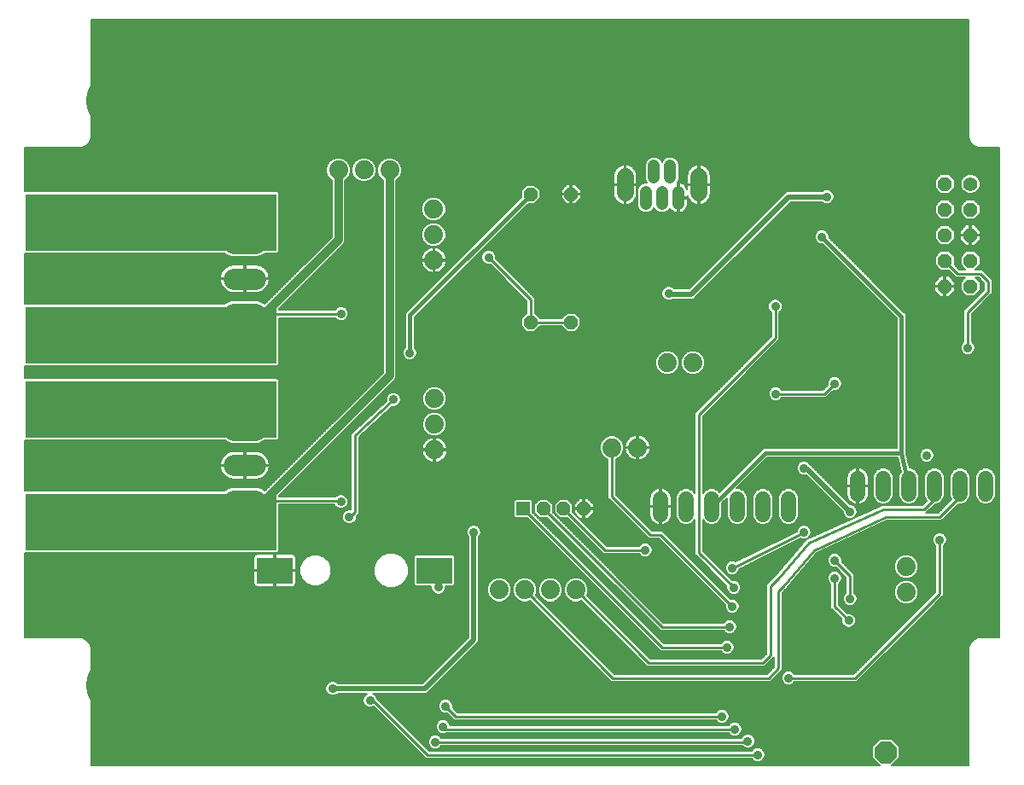
<source format=gbl>
G75*
%MOIN*%
%OFA0B0*%
%FSLAX25Y25*%
%IPPOS*%
%LPD*%
%AMOC8*
5,1,8,0,0,1.08239X$1,22.5*
%
%ADD10R,0.98000X0.22000*%
%ADD11C,0.07400*%
%ADD12C,0.06000*%
%ADD13C,0.04756*%
%ADD14C,0.06600*%
%ADD15OC8,0.05200*%
%ADD16C,0.05600*%
%ADD17OC8,0.05600*%
%ADD18C,0.08400*%
%ADD19R,0.13937X0.10236*%
%ADD20OC8,0.08500*%
%ADD21R,0.05200X0.05200*%
%ADD22C,0.22000*%
%ADD23C,0.00500*%
%ADD24C,0.03569*%
%ADD25C,0.02000*%
%ADD26C,0.01000*%
%ADD27C,0.01600*%
%ADD28C,0.04750*%
%ADD29C,0.03200*%
D10*
X0083827Y0155531D03*
X0083827Y0199531D03*
X0083827Y0228531D03*
X0083827Y0272531D03*
D11*
X0156969Y0293003D03*
X0166969Y0293003D03*
X0176969Y0293003D03*
X0194234Y0277792D03*
X0194234Y0267792D03*
X0194234Y0257792D03*
X0285524Y0217646D03*
X0295524Y0217646D03*
X0273827Y0184531D03*
X0263827Y0184531D03*
X0194542Y0183701D03*
X0194542Y0193701D03*
X0194542Y0203701D03*
X0219787Y0128971D03*
X0229787Y0128971D03*
X0239823Y0128936D03*
X0249823Y0128936D03*
X0378744Y0127994D03*
X0378744Y0137994D03*
D12*
X0332827Y0158531D02*
X0332827Y0164531D01*
X0322827Y0164531D02*
X0322827Y0158531D01*
X0312827Y0158531D02*
X0312827Y0164531D01*
X0302827Y0164531D02*
X0302827Y0158531D01*
X0292827Y0158531D02*
X0292827Y0164531D01*
X0282827Y0164531D02*
X0282827Y0158531D01*
X0359827Y0166531D02*
X0359827Y0172531D01*
X0369827Y0172531D02*
X0369827Y0166531D01*
X0379827Y0166531D02*
X0379827Y0172531D01*
X0389827Y0172531D02*
X0389827Y0166531D01*
X0399827Y0166531D02*
X0399827Y0172531D01*
X0409827Y0172531D02*
X0409827Y0166531D01*
D13*
X0289717Y0279753D02*
X0289717Y0284509D01*
X0283418Y0284509D02*
X0283418Y0279753D01*
X0277119Y0279753D02*
X0277119Y0284509D01*
X0280268Y0289990D02*
X0280268Y0294746D01*
X0286567Y0294746D02*
X0286567Y0289990D01*
D14*
X0297788Y0290549D02*
X0297788Y0283949D01*
X0269048Y0283949D02*
X0269048Y0290549D01*
D15*
X0247827Y0283531D03*
X0232102Y0283538D03*
X0232102Y0233538D03*
X0247827Y0233531D03*
X0244965Y0160740D03*
X0252839Y0160740D03*
X0237091Y0160740D03*
D16*
X0403827Y0287531D03*
D17*
X0403827Y0277531D03*
X0393827Y0277531D03*
X0393827Y0287531D03*
X0393827Y0267531D03*
X0393827Y0257531D03*
X0403827Y0257531D03*
X0403827Y0267531D03*
X0403827Y0247531D03*
X0393827Y0247531D03*
D18*
X0124583Y0250531D02*
X0116183Y0250531D01*
X0116183Y0236752D02*
X0124583Y0236752D01*
X0124583Y0264311D02*
X0116183Y0264311D01*
X0116202Y0191390D02*
X0124602Y0191390D01*
X0124602Y0177610D02*
X0116202Y0177610D01*
X0116202Y0163831D02*
X0124602Y0163831D01*
D19*
X0132102Y0136531D03*
X0194504Y0136531D03*
D20*
X0370827Y0065531D03*
D21*
X0229217Y0160740D03*
D22*
X0069504Y0091748D03*
X0392316Y0091741D03*
X0069504Y0320134D03*
X0392316Y0320205D03*
D23*
X0060577Y0106476D02*
X0060577Y0060281D01*
X0368581Y0060281D01*
X0365527Y0063336D01*
X0365527Y0067727D01*
X0368631Y0070831D01*
X0373022Y0070831D01*
X0376127Y0067727D01*
X0376127Y0063336D01*
X0373072Y0060281D01*
X0403077Y0060281D01*
X0403077Y0106476D01*
X0403800Y0108222D01*
X0405136Y0109558D01*
X0406882Y0110281D01*
X0415077Y0110281D01*
X0415077Y0301781D01*
X0406882Y0301781D01*
X0405136Y0302504D01*
X0403800Y0303841D01*
X0403077Y0305586D01*
X0403077Y0351781D01*
X0060577Y0351781D01*
X0060577Y0305586D01*
X0059854Y0303841D01*
X0058517Y0302504D01*
X0056772Y0301781D01*
X0034577Y0301781D01*
X0034577Y0284581D01*
X0133262Y0284581D01*
X0133877Y0283966D01*
X0133877Y0261096D01*
X0133262Y0260481D01*
X0128178Y0260481D01*
X0127557Y0259860D01*
X0125628Y0259061D01*
X0115139Y0259061D01*
X0113209Y0259860D01*
X0112588Y0260481D01*
X0034577Y0260481D01*
X0034577Y0240581D01*
X0112588Y0240581D01*
X0113209Y0241203D01*
X0115139Y0242002D01*
X0125628Y0242002D01*
X0127557Y0241203D01*
X0128154Y0240606D01*
X0154319Y0266772D01*
X0154319Y0288959D01*
X0154279Y0288976D01*
X0152943Y0290312D01*
X0152219Y0292058D01*
X0152219Y0293948D01*
X0152943Y0295694D01*
X0154279Y0297030D01*
X0156025Y0297753D01*
X0157914Y0297753D01*
X0159660Y0297030D01*
X0160996Y0295694D01*
X0161719Y0293948D01*
X0161719Y0292058D01*
X0160996Y0290312D01*
X0159660Y0288976D01*
X0159619Y0288959D01*
X0159619Y0265147D01*
X0159216Y0264173D01*
X0158471Y0263427D01*
X0133877Y0238834D01*
X0133877Y0238302D01*
X0155607Y0238302D01*
X0155686Y0238492D01*
X0156483Y0239289D01*
X0157525Y0239721D01*
X0158652Y0239721D01*
X0159694Y0239289D01*
X0160491Y0238492D01*
X0160923Y0237450D01*
X0160923Y0236323D01*
X0160491Y0235281D01*
X0159694Y0234484D01*
X0158652Y0234052D01*
X0157525Y0234052D01*
X0156483Y0234484D01*
X0155765Y0235202D01*
X0133877Y0235202D01*
X0133877Y0217096D01*
X0133262Y0216481D01*
X0034577Y0216481D01*
X0034577Y0211581D01*
X0133262Y0211581D01*
X0133877Y0210966D01*
X0133877Y0188096D01*
X0133262Y0187481D01*
X0128118Y0187481D01*
X0127575Y0186939D01*
X0125646Y0186140D01*
X0115157Y0186140D01*
X0113228Y0186939D01*
X0112685Y0187481D01*
X0034577Y0187481D01*
X0034577Y0167581D01*
X0112528Y0167581D01*
X0113228Y0168281D01*
X0115157Y0169081D01*
X0125646Y0169081D01*
X0127575Y0168281D01*
X0128202Y0167654D01*
X0174319Y0213772D01*
X0174319Y0288959D01*
X0174279Y0288976D01*
X0172943Y0290312D01*
X0172219Y0292058D01*
X0172219Y0293948D01*
X0172943Y0295694D01*
X0174279Y0297030D01*
X0176025Y0297753D01*
X0177914Y0297753D01*
X0179660Y0297030D01*
X0180996Y0295694D01*
X0181719Y0293948D01*
X0181719Y0292058D01*
X0180996Y0290312D01*
X0179660Y0288976D01*
X0179619Y0288959D01*
X0179619Y0212147D01*
X0179216Y0211173D01*
X0178471Y0210427D01*
X0133877Y0165834D01*
X0133877Y0165381D01*
X0155952Y0165381D01*
X0156409Y0165837D01*
X0157450Y0166268D01*
X0158578Y0166268D01*
X0159620Y0165837D01*
X0160417Y0165039D01*
X0160848Y0163998D01*
X0160848Y0162870D01*
X0160417Y0161828D01*
X0159620Y0161031D01*
X0158578Y0160600D01*
X0157450Y0160600D01*
X0156409Y0161031D01*
X0155611Y0161828D01*
X0155424Y0162281D01*
X0133877Y0162281D01*
X0133877Y0144096D01*
X0133262Y0143481D01*
X0034577Y0143481D01*
X0034577Y0110281D01*
X0056772Y0110281D01*
X0058517Y0109558D01*
X0059854Y0108222D01*
X0060577Y0106476D01*
X0060577Y0106359D02*
X0203755Y0106359D01*
X0204253Y0106857D02*
X0060419Y0106857D01*
X0060212Y0107356D02*
X0204752Y0107356D01*
X0205250Y0107854D02*
X0060006Y0107854D01*
X0059723Y0108353D02*
X0205749Y0108353D01*
X0206248Y0108851D02*
X0059224Y0108851D01*
X0058726Y0109350D02*
X0206746Y0109350D01*
X0207245Y0109848D02*
X0057817Y0109848D01*
X0060577Y0105860D02*
X0203256Y0105860D01*
X0202758Y0105362D02*
X0060577Y0105362D01*
X0060577Y0104863D02*
X0202259Y0104863D01*
X0201761Y0104365D02*
X0060577Y0104365D01*
X0060577Y0103866D02*
X0201262Y0103866D01*
X0200764Y0103368D02*
X0060577Y0103368D01*
X0060577Y0102869D02*
X0200265Y0102869D01*
X0199767Y0102371D02*
X0060577Y0102371D01*
X0060577Y0101872D02*
X0199268Y0101872D01*
X0198770Y0101374D02*
X0060577Y0101374D01*
X0060577Y0100875D02*
X0198271Y0100875D01*
X0197773Y0100377D02*
X0060577Y0100377D01*
X0060577Y0099878D02*
X0197274Y0099878D01*
X0196776Y0099379D02*
X0060577Y0099379D01*
X0060577Y0098881D02*
X0196277Y0098881D01*
X0195779Y0098382D02*
X0060577Y0098382D01*
X0060577Y0097884D02*
X0195280Y0097884D01*
X0194782Y0097385D02*
X0060577Y0097385D01*
X0060577Y0096887D02*
X0194283Y0096887D01*
X0193785Y0096388D02*
X0060577Y0096388D01*
X0060577Y0095890D02*
X0193286Y0095890D01*
X0192788Y0095391D02*
X0060577Y0095391D01*
X0060577Y0094893D02*
X0192289Y0094893D01*
X0191791Y0094394D02*
X0060577Y0094394D01*
X0060577Y0093896D02*
X0191292Y0093896D01*
X0190794Y0093397D02*
X0060577Y0093397D01*
X0060577Y0092899D02*
X0153269Y0092899D01*
X0153187Y0092865D02*
X0152389Y0092067D01*
X0151958Y0091026D01*
X0151958Y0089898D01*
X0152389Y0088857D01*
X0153187Y0088059D01*
X0154228Y0087628D01*
X0155356Y0087628D01*
X0156398Y0088059D01*
X0156750Y0088412D01*
X0168299Y0088412D01*
X0167781Y0088197D01*
X0166984Y0087400D01*
X0166552Y0086358D01*
X0166552Y0085231D01*
X0166984Y0084189D01*
X0167781Y0083392D01*
X0168823Y0082960D01*
X0169950Y0082960D01*
X0170868Y0083341D01*
X0190319Y0063889D01*
X0191227Y0062981D01*
X0318401Y0062981D01*
X0318424Y0062926D01*
X0319221Y0062129D01*
X0320263Y0061697D01*
X0321391Y0061697D01*
X0322432Y0062129D01*
X0323230Y0062926D01*
X0323661Y0063968D01*
X0323661Y0065095D01*
X0323230Y0066137D01*
X0322432Y0066934D01*
X0321391Y0067366D01*
X0320263Y0067366D01*
X0319221Y0066934D01*
X0318424Y0066137D01*
X0318401Y0066081D01*
X0192511Y0066081D01*
X0172211Y0086382D01*
X0171789Y0087400D01*
X0170992Y0088197D01*
X0170474Y0088412D01*
X0191607Y0088412D01*
X0403077Y0088412D01*
X0403077Y0087914D02*
X0171276Y0087914D01*
X0171774Y0087415D02*
X0403077Y0087415D01*
X0403077Y0086917D02*
X0171989Y0086917D01*
X0172196Y0086418D02*
X0403077Y0086418D01*
X0403077Y0085920D02*
X0200447Y0085920D01*
X0200432Y0085934D02*
X0199391Y0086366D01*
X0198263Y0086366D01*
X0197221Y0085934D01*
X0196424Y0085137D01*
X0195993Y0084095D01*
X0195993Y0082968D01*
X0196424Y0081926D01*
X0197221Y0081129D01*
X0198263Y0080697D01*
X0199391Y0080697D01*
X0199446Y0080720D01*
X0202185Y0077981D01*
X0304401Y0077981D01*
X0304424Y0077926D01*
X0305221Y0077129D01*
X0306263Y0076697D01*
X0307391Y0076697D01*
X0308432Y0077129D01*
X0309230Y0077926D01*
X0309661Y0078968D01*
X0309661Y0080095D01*
X0309230Y0081137D01*
X0308432Y0081934D01*
X0307391Y0082366D01*
X0306263Y0082366D01*
X0305221Y0081934D01*
X0304424Y0081137D01*
X0304401Y0081081D01*
X0203469Y0081081D01*
X0201638Y0082912D01*
X0201661Y0082968D01*
X0201661Y0084095D01*
X0201230Y0085137D01*
X0200432Y0085934D01*
X0200945Y0085421D02*
X0403077Y0085421D01*
X0403077Y0084923D02*
X0201318Y0084923D01*
X0201525Y0084424D02*
X0403077Y0084424D01*
X0403077Y0083926D02*
X0201661Y0083926D01*
X0201661Y0083427D02*
X0403077Y0083427D01*
X0403077Y0082929D02*
X0201645Y0082929D01*
X0202120Y0082430D02*
X0403077Y0082430D01*
X0403077Y0081932D02*
X0308435Y0081932D01*
X0308933Y0081433D02*
X0403077Y0081433D01*
X0403077Y0080935D02*
X0309313Y0080935D01*
X0309520Y0080436D02*
X0403077Y0080436D01*
X0403077Y0079938D02*
X0309661Y0079938D01*
X0309661Y0079439D02*
X0403077Y0079439D01*
X0403077Y0078941D02*
X0309650Y0078941D01*
X0309443Y0078442D02*
X0403077Y0078442D01*
X0403077Y0077943D02*
X0309237Y0077943D01*
X0308749Y0077445D02*
X0403077Y0077445D01*
X0403077Y0076946D02*
X0313402Y0076946D01*
X0313432Y0076934D02*
X0312391Y0077366D01*
X0311263Y0077366D01*
X0310221Y0076934D01*
X0309424Y0076137D01*
X0309401Y0076081D01*
X0200661Y0076081D01*
X0200661Y0076095D01*
X0200230Y0077137D01*
X0199432Y0077934D01*
X0198391Y0078366D01*
X0197263Y0078366D01*
X0196221Y0077934D01*
X0195424Y0077137D01*
X0194993Y0076095D01*
X0194993Y0074968D01*
X0195424Y0073926D01*
X0196221Y0073129D01*
X0197263Y0072697D01*
X0198391Y0072697D01*
X0199077Y0072981D01*
X0309401Y0072981D01*
X0309424Y0072926D01*
X0310221Y0072129D01*
X0311263Y0071697D01*
X0312391Y0071697D01*
X0313432Y0072129D01*
X0314230Y0072926D01*
X0314661Y0073968D01*
X0314661Y0075095D01*
X0314230Y0076137D01*
X0313432Y0076934D01*
X0313918Y0076448D02*
X0403077Y0076448D01*
X0403077Y0075949D02*
X0314307Y0075949D01*
X0314514Y0075451D02*
X0403077Y0075451D01*
X0403077Y0074952D02*
X0314661Y0074952D01*
X0314661Y0074454D02*
X0403077Y0074454D01*
X0403077Y0073955D02*
X0314656Y0073955D01*
X0314449Y0073457D02*
X0403077Y0073457D01*
X0403077Y0072958D02*
X0314243Y0072958D01*
X0313764Y0072460D02*
X0315719Y0072460D01*
X0315327Y0072298D02*
X0314530Y0071501D01*
X0314356Y0071081D01*
X0197252Y0071081D01*
X0197230Y0071137D01*
X0196432Y0071934D01*
X0195391Y0072366D01*
X0194263Y0072366D01*
X0193221Y0071934D01*
X0192424Y0071137D01*
X0191993Y0070095D01*
X0191993Y0068968D01*
X0192424Y0067926D01*
X0193221Y0067129D01*
X0194263Y0066697D01*
X0195391Y0066697D01*
X0196432Y0067129D01*
X0197230Y0067926D01*
X0197252Y0067981D01*
X0314838Y0067981D01*
X0315327Y0067492D01*
X0316369Y0067061D01*
X0317497Y0067061D01*
X0318538Y0067492D01*
X0319336Y0068290D01*
X0319767Y0069331D01*
X0319767Y0070459D01*
X0319336Y0071501D01*
X0318538Y0072298D01*
X0317497Y0072729D01*
X0316369Y0072729D01*
X0315327Y0072298D01*
X0314991Y0071961D02*
X0313029Y0071961D01*
X0314514Y0071463D02*
X0196903Y0071463D01*
X0196366Y0071961D02*
X0310625Y0071961D01*
X0309890Y0072460D02*
X0186133Y0072460D01*
X0186631Y0071961D02*
X0193287Y0071961D01*
X0192750Y0071463D02*
X0187130Y0071463D01*
X0187628Y0070964D02*
X0192353Y0070964D01*
X0192146Y0070466D02*
X0188127Y0070466D01*
X0188625Y0069967D02*
X0191993Y0069967D01*
X0191993Y0069469D02*
X0189124Y0069469D01*
X0189622Y0068970D02*
X0191993Y0068970D01*
X0192198Y0068472D02*
X0190121Y0068472D01*
X0190619Y0067973D02*
X0192404Y0067973D01*
X0192875Y0067475D02*
X0191118Y0067475D01*
X0191616Y0066976D02*
X0193589Y0066976D01*
X0192115Y0066478D02*
X0318765Y0066478D01*
X0319323Y0066976D02*
X0196065Y0066976D01*
X0196778Y0067475D02*
X0315370Y0067475D01*
X0314846Y0067973D02*
X0197249Y0067973D01*
X0191220Y0062988D02*
X0060577Y0062988D01*
X0060577Y0062490D02*
X0318860Y0062490D01*
X0319553Y0061991D02*
X0060577Y0061991D01*
X0060577Y0061493D02*
X0367370Y0061493D01*
X0366872Y0061991D02*
X0322100Y0061991D01*
X0322793Y0062490D02*
X0366373Y0062490D01*
X0365875Y0062988D02*
X0323255Y0062988D01*
X0323462Y0063487D02*
X0365527Y0063487D01*
X0365527Y0063985D02*
X0323661Y0063985D01*
X0323661Y0064484D02*
X0365527Y0064484D01*
X0365527Y0064982D02*
X0323661Y0064982D01*
X0323501Y0065481D02*
X0365527Y0065481D01*
X0365527Y0065979D02*
X0323295Y0065979D01*
X0322889Y0066478D02*
X0365527Y0066478D01*
X0365527Y0066976D02*
X0322330Y0066976D01*
X0319411Y0068472D02*
X0366272Y0068472D01*
X0366770Y0068970D02*
X0319617Y0068970D01*
X0319767Y0069469D02*
X0367269Y0069469D01*
X0367767Y0069967D02*
X0319767Y0069967D01*
X0319764Y0070466D02*
X0368266Y0070466D01*
X0365773Y0067973D02*
X0319019Y0067973D01*
X0318496Y0067475D02*
X0365527Y0067475D01*
X0367869Y0060994D02*
X0060577Y0060994D01*
X0060577Y0060496D02*
X0368367Y0060496D01*
X0373286Y0060496D02*
X0403077Y0060496D01*
X0403077Y0060994D02*
X0373785Y0060994D01*
X0374283Y0061493D02*
X0403077Y0061493D01*
X0403077Y0061991D02*
X0374782Y0061991D01*
X0375280Y0062490D02*
X0403077Y0062490D01*
X0403077Y0062988D02*
X0375779Y0062988D01*
X0376127Y0063487D02*
X0403077Y0063487D01*
X0403077Y0063985D02*
X0376127Y0063985D01*
X0376127Y0064484D02*
X0403077Y0064484D01*
X0403077Y0064982D02*
X0376127Y0064982D01*
X0376127Y0065481D02*
X0403077Y0065481D01*
X0403077Y0065979D02*
X0376127Y0065979D01*
X0376127Y0066478D02*
X0403077Y0066478D01*
X0403077Y0066976D02*
X0376127Y0066976D01*
X0376127Y0067475D02*
X0403077Y0067475D01*
X0403077Y0067973D02*
X0375880Y0067973D01*
X0375382Y0068472D02*
X0403077Y0068472D01*
X0403077Y0068970D02*
X0374883Y0068970D01*
X0374385Y0069469D02*
X0403077Y0069469D01*
X0403077Y0069967D02*
X0373886Y0069967D01*
X0373388Y0070466D02*
X0403077Y0070466D01*
X0403077Y0070964D02*
X0319558Y0070964D01*
X0319351Y0071463D02*
X0403077Y0071463D01*
X0403077Y0071961D02*
X0318875Y0071961D01*
X0318147Y0072460D02*
X0403077Y0072460D01*
X0403077Y0088911D02*
X0192105Y0088911D01*
X0192604Y0089409D02*
X0403077Y0089409D01*
X0403077Y0089908D02*
X0193102Y0089908D01*
X0193601Y0090406D02*
X0403077Y0090406D01*
X0403077Y0090905D02*
X0194099Y0090905D01*
X0194598Y0091403D02*
X0403077Y0091403D01*
X0403077Y0091902D02*
X0333885Y0091902D01*
X0333391Y0091697D02*
X0334432Y0092129D01*
X0335230Y0092926D01*
X0335252Y0092981D01*
X0359469Y0092981D01*
X0386377Y0119889D01*
X0392469Y0125981D01*
X0393377Y0126889D01*
X0393377Y0146106D01*
X0393432Y0146129D01*
X0394230Y0146926D01*
X0394661Y0147968D01*
X0394661Y0149095D01*
X0394230Y0150137D01*
X0393432Y0150934D01*
X0392391Y0151366D01*
X0391263Y0151366D01*
X0390221Y0150934D01*
X0389424Y0150137D01*
X0388993Y0149095D01*
X0388993Y0147968D01*
X0389424Y0146926D01*
X0390221Y0146129D01*
X0390277Y0146106D01*
X0390277Y0128173D01*
X0384185Y0122081D01*
X0358185Y0096081D01*
X0335252Y0096081D01*
X0335230Y0096137D01*
X0334432Y0096934D01*
X0333391Y0097366D01*
X0332263Y0097366D01*
X0331221Y0096934D01*
X0330424Y0096137D01*
X0329993Y0095095D01*
X0329993Y0093968D01*
X0330424Y0092926D01*
X0331221Y0092129D01*
X0332263Y0091697D01*
X0333391Y0091697D01*
X0334704Y0092400D02*
X0403077Y0092400D01*
X0403077Y0092899D02*
X0335203Y0092899D01*
X0334978Y0096388D02*
X0358492Y0096388D01*
X0358990Y0096887D02*
X0334479Y0096887D01*
X0331174Y0096887D02*
X0329629Y0096887D01*
X0329469Y0096726D02*
X0330377Y0097634D01*
X0330377Y0127889D01*
X0331517Y0129030D01*
X0331586Y0129035D01*
X0331965Y0129477D01*
X0332377Y0129889D01*
X0332377Y0129958D01*
X0343785Y0143267D01*
X0371169Y0155981D01*
X0392469Y0155981D01*
X0393377Y0156889D01*
X0398984Y0162497D01*
X0399021Y0162481D01*
X0400632Y0162481D01*
X0402121Y0163098D01*
X0403260Y0164237D01*
X0403877Y0165726D01*
X0403877Y0173337D01*
X0403260Y0174825D01*
X0402121Y0175965D01*
X0400632Y0176581D01*
X0399021Y0176581D01*
X0397533Y0175965D01*
X0396393Y0174825D01*
X0395777Y0173337D01*
X0395777Y0165726D01*
X0396378Y0164274D01*
X0391185Y0159081D01*
X0386569Y0159081D01*
X0389969Y0162481D01*
X0390632Y0162481D01*
X0392121Y0163098D01*
X0393260Y0164237D01*
X0393877Y0165726D01*
X0393877Y0173337D01*
X0393260Y0174825D01*
X0392121Y0175965D01*
X0390632Y0176581D01*
X0389021Y0176581D01*
X0387533Y0175965D01*
X0386393Y0174825D01*
X0385777Y0173337D01*
X0385777Y0165726D01*
X0386393Y0164237D01*
X0386867Y0163764D01*
X0385185Y0162081D01*
X0370112Y0162081D01*
X0369779Y0162208D01*
X0369495Y0162081D01*
X0369185Y0162081D01*
X0368932Y0161829D01*
X0340439Y0149056D01*
X0340216Y0149039D01*
X0340432Y0149129D01*
X0341230Y0149926D01*
X0341661Y0150968D01*
X0341661Y0152095D01*
X0341230Y0153137D01*
X0340432Y0153934D01*
X0339391Y0154366D01*
X0338263Y0154366D01*
X0337221Y0153934D01*
X0336424Y0153137D01*
X0335993Y0152095D01*
X0335993Y0151847D01*
X0312287Y0139994D01*
X0311391Y0140366D01*
X0310263Y0140366D01*
X0309221Y0139934D01*
X0308424Y0139137D01*
X0307993Y0138095D01*
X0307993Y0136968D01*
X0308424Y0135926D01*
X0309221Y0135129D01*
X0310263Y0134697D01*
X0311391Y0134697D01*
X0312432Y0135129D01*
X0313230Y0135926D01*
X0313661Y0136968D01*
X0313661Y0137215D01*
X0337367Y0149068D01*
X0338263Y0148697D01*
X0339391Y0148697D01*
X0340001Y0148950D01*
X0339876Y0148804D01*
X0339607Y0148683D01*
X0339474Y0148335D01*
X0327689Y0134585D01*
X0324277Y0131173D01*
X0324277Y0104173D01*
X0322185Y0102081D01*
X0278870Y0102081D01*
X0254101Y0126851D01*
X0254573Y0127991D01*
X0254573Y0129881D01*
X0253850Y0131627D01*
X0252514Y0132963D01*
X0250768Y0133686D01*
X0248878Y0133686D01*
X0247133Y0132963D01*
X0245796Y0131627D01*
X0245073Y0129881D01*
X0245073Y0127991D01*
X0245796Y0126246D01*
X0247133Y0124909D01*
X0248878Y0124186D01*
X0250768Y0124186D01*
X0251909Y0124659D01*
X0276678Y0099889D01*
X0277586Y0098981D01*
X0323469Y0098981D01*
X0326469Y0101981D01*
X0327277Y0102789D01*
X0327277Y0098918D01*
X0324440Y0096081D01*
X0264868Y0096081D01*
X0234064Y0126885D01*
X0234537Y0128026D01*
X0234537Y0129915D01*
X0233814Y0131661D01*
X0232478Y0132997D01*
X0230732Y0133721D01*
X0228842Y0133721D01*
X0227096Y0132997D01*
X0225760Y0131661D01*
X0225037Y0129915D01*
X0225037Y0128026D01*
X0225760Y0126280D01*
X0227096Y0124944D01*
X0228842Y0124221D01*
X0230732Y0124221D01*
X0231872Y0124693D01*
X0262676Y0093889D01*
X0263584Y0092981D01*
X0325724Y0092981D01*
X0326632Y0093889D01*
X0326632Y0093889D01*
X0329469Y0096726D01*
X0329131Y0096388D02*
X0330676Y0096388D01*
X0330322Y0095890D02*
X0328632Y0095890D01*
X0328134Y0095391D02*
X0330115Y0095391D01*
X0329993Y0094893D02*
X0327635Y0094893D01*
X0327137Y0094394D02*
X0329993Y0094394D01*
X0330022Y0093896D02*
X0326638Y0093896D01*
X0326140Y0093397D02*
X0330229Y0093397D01*
X0330451Y0092899D02*
X0196093Y0092899D01*
X0195595Y0092400D02*
X0330950Y0092400D01*
X0331769Y0091902D02*
X0195096Y0091902D01*
X0196592Y0093397D02*
X0263168Y0093397D01*
X0262670Y0093896D02*
X0197090Y0093896D01*
X0197589Y0094394D02*
X0262171Y0094394D01*
X0261673Y0094893D02*
X0198087Y0094893D01*
X0198586Y0095391D02*
X0261174Y0095391D01*
X0260676Y0095890D02*
X0199084Y0095890D01*
X0199583Y0096388D02*
X0260177Y0096388D01*
X0259679Y0096887D02*
X0200082Y0096887D01*
X0200580Y0097385D02*
X0259180Y0097385D01*
X0258682Y0097884D02*
X0201079Y0097884D01*
X0201577Y0098382D02*
X0258183Y0098382D01*
X0257685Y0098881D02*
X0202076Y0098881D01*
X0202574Y0099379D02*
X0257186Y0099379D01*
X0256688Y0099878D02*
X0203073Y0099878D01*
X0203571Y0100377D02*
X0256189Y0100377D01*
X0255690Y0100875D02*
X0204070Y0100875D01*
X0204568Y0101374D02*
X0255192Y0101374D01*
X0254693Y0101872D02*
X0205067Y0101872D01*
X0205565Y0102371D02*
X0254195Y0102371D01*
X0253696Y0102869D02*
X0206064Y0102869D01*
X0206562Y0103368D02*
X0253198Y0103368D01*
X0252699Y0103866D02*
X0207061Y0103866D01*
X0207559Y0104365D02*
X0252201Y0104365D01*
X0251702Y0104863D02*
X0208058Y0104863D01*
X0208556Y0105362D02*
X0251204Y0105362D01*
X0250705Y0105860D02*
X0209055Y0105860D01*
X0209553Y0106359D02*
X0250207Y0106359D01*
X0249708Y0106857D02*
X0210052Y0106857D01*
X0210550Y0107356D02*
X0249210Y0107356D01*
X0248711Y0107854D02*
X0211049Y0107854D01*
X0211547Y0108353D02*
X0248213Y0108353D01*
X0247714Y0108851D02*
X0211877Y0108851D01*
X0211877Y0108682D02*
X0211877Y0149573D01*
X0212230Y0149926D01*
X0212661Y0150968D01*
X0212661Y0152095D01*
X0212230Y0153137D01*
X0211432Y0153934D01*
X0210391Y0154366D01*
X0209263Y0154366D01*
X0208221Y0153934D01*
X0207424Y0153137D01*
X0206993Y0152095D01*
X0206993Y0150968D01*
X0207424Y0149926D01*
X0207777Y0149573D01*
X0207777Y0110380D01*
X0189908Y0092512D01*
X0156750Y0092512D01*
X0156398Y0092865D01*
X0155356Y0093296D01*
X0154228Y0093296D01*
X0153187Y0092865D01*
X0152722Y0092400D02*
X0060577Y0092400D01*
X0060577Y0091902D02*
X0152321Y0091902D01*
X0152114Y0091403D02*
X0060577Y0091403D01*
X0060577Y0090905D02*
X0151958Y0090905D01*
X0151958Y0090406D02*
X0060577Y0090406D01*
X0060577Y0089908D02*
X0151958Y0089908D01*
X0152160Y0089409D02*
X0060577Y0089409D01*
X0060577Y0088911D02*
X0152367Y0088911D01*
X0152834Y0088412D02*
X0060577Y0088412D01*
X0060577Y0087914D02*
X0153538Y0087914D01*
X0156046Y0087914D02*
X0167497Y0087914D01*
X0166999Y0087415D02*
X0060577Y0087415D01*
X0060577Y0086917D02*
X0166783Y0086917D01*
X0166577Y0086418D02*
X0060577Y0086418D01*
X0060577Y0085920D02*
X0166552Y0085920D01*
X0166552Y0085421D02*
X0060577Y0085421D01*
X0060577Y0084923D02*
X0166680Y0084923D01*
X0166886Y0084424D02*
X0060577Y0084424D01*
X0060577Y0083926D02*
X0167247Y0083926D01*
X0167746Y0083427D02*
X0060577Y0083427D01*
X0060577Y0082929D02*
X0171280Y0082929D01*
X0171779Y0082430D02*
X0060577Y0082430D01*
X0060577Y0081932D02*
X0172277Y0081932D01*
X0172776Y0081433D02*
X0060577Y0081433D01*
X0060577Y0080935D02*
X0173274Y0080935D01*
X0173773Y0080436D02*
X0060577Y0080436D01*
X0060577Y0079938D02*
X0174271Y0079938D01*
X0174770Y0079439D02*
X0060577Y0079439D01*
X0060577Y0078941D02*
X0175268Y0078941D01*
X0175767Y0078442D02*
X0060577Y0078442D01*
X0060577Y0077943D02*
X0176265Y0077943D01*
X0176764Y0077445D02*
X0060577Y0077445D01*
X0060577Y0076946D02*
X0177262Y0076946D01*
X0177761Y0076448D02*
X0060577Y0076448D01*
X0060577Y0075949D02*
X0178259Y0075949D01*
X0178758Y0075451D02*
X0060577Y0075451D01*
X0060577Y0074952D02*
X0179256Y0074952D01*
X0179755Y0074454D02*
X0060577Y0074454D01*
X0060577Y0073955D02*
X0180253Y0073955D01*
X0180752Y0073457D02*
X0060577Y0073457D01*
X0060577Y0072958D02*
X0181250Y0072958D01*
X0181749Y0072460D02*
X0060577Y0072460D01*
X0060577Y0071961D02*
X0182247Y0071961D01*
X0182746Y0071463D02*
X0060577Y0071463D01*
X0060577Y0070964D02*
X0183244Y0070964D01*
X0183743Y0070466D02*
X0060577Y0070466D01*
X0060577Y0069967D02*
X0184241Y0069967D01*
X0184740Y0069469D02*
X0060577Y0069469D01*
X0060577Y0068970D02*
X0185238Y0068970D01*
X0185737Y0068472D02*
X0060577Y0068472D01*
X0060577Y0067973D02*
X0186235Y0067973D01*
X0186734Y0067475D02*
X0060577Y0067475D01*
X0060577Y0066976D02*
X0187232Y0066976D01*
X0187731Y0066478D02*
X0060577Y0066478D01*
X0060577Y0065979D02*
X0188229Y0065979D01*
X0188728Y0065481D02*
X0060577Y0065481D01*
X0060577Y0064982D02*
X0189226Y0064982D01*
X0189725Y0064484D02*
X0060577Y0064484D01*
X0060577Y0063985D02*
X0190223Y0063985D01*
X0190319Y0063889D02*
X0190319Y0063889D01*
X0190722Y0063487D02*
X0060577Y0063487D01*
X0034577Y0110347D02*
X0207743Y0110347D01*
X0207777Y0110845D02*
X0034577Y0110845D01*
X0034577Y0111344D02*
X0207777Y0111344D01*
X0207777Y0111842D02*
X0034577Y0111842D01*
X0034577Y0112341D02*
X0207777Y0112341D01*
X0207777Y0112839D02*
X0034577Y0112839D01*
X0034577Y0113338D02*
X0207777Y0113338D01*
X0207777Y0113836D02*
X0034577Y0113836D01*
X0034577Y0114335D02*
X0207777Y0114335D01*
X0207777Y0114833D02*
X0034577Y0114833D01*
X0034577Y0115332D02*
X0207777Y0115332D01*
X0207777Y0115830D02*
X0034577Y0115830D01*
X0034577Y0116329D02*
X0207777Y0116329D01*
X0207777Y0116827D02*
X0034577Y0116827D01*
X0034577Y0117326D02*
X0207777Y0117326D01*
X0207777Y0117824D02*
X0034577Y0117824D01*
X0034577Y0118323D02*
X0207777Y0118323D01*
X0207777Y0118821D02*
X0034577Y0118821D01*
X0034577Y0119320D02*
X0207777Y0119320D01*
X0207777Y0119818D02*
X0034577Y0119818D01*
X0034577Y0120317D02*
X0207777Y0120317D01*
X0207777Y0120815D02*
X0034577Y0120815D01*
X0034577Y0121314D02*
X0207777Y0121314D01*
X0207777Y0121812D02*
X0034577Y0121812D01*
X0034577Y0122311D02*
X0207777Y0122311D01*
X0207777Y0122810D02*
X0034577Y0122810D01*
X0034577Y0123308D02*
X0207777Y0123308D01*
X0207777Y0123807D02*
X0034577Y0123807D01*
X0034577Y0124305D02*
X0207777Y0124305D01*
X0207777Y0124804D02*
X0034577Y0124804D01*
X0034577Y0125302D02*
X0207777Y0125302D01*
X0207777Y0125801D02*
X0034577Y0125801D01*
X0034577Y0126299D02*
X0207777Y0126299D01*
X0207777Y0126798D02*
X0034577Y0126798D01*
X0034577Y0127296D02*
X0195137Y0127296D01*
X0195534Y0127132D02*
X0196661Y0127132D01*
X0197703Y0127563D01*
X0198500Y0128361D01*
X0198932Y0129402D01*
X0198932Y0130363D01*
X0201907Y0130363D01*
X0202522Y0130978D01*
X0202522Y0142084D01*
X0201907Y0142699D01*
X0187101Y0142699D01*
X0186485Y0142084D01*
X0186485Y0130978D01*
X0187101Y0130363D01*
X0193263Y0130363D01*
X0193263Y0129402D01*
X0193695Y0128361D01*
X0194492Y0127563D01*
X0195534Y0127132D01*
X0194261Y0127795D02*
X0034577Y0127795D01*
X0034577Y0128293D02*
X0193762Y0128293D01*
X0193516Y0128792D02*
X0034577Y0128792D01*
X0034577Y0129290D02*
X0193310Y0129290D01*
X0193263Y0129789D02*
X0179090Y0129789D01*
X0178929Y0129722D02*
X0181432Y0130759D01*
X0183347Y0132674D01*
X0184384Y0135177D01*
X0184384Y0137886D01*
X0183347Y0140388D01*
X0181432Y0142304D01*
X0178929Y0143340D01*
X0176220Y0143340D01*
X0173718Y0142304D01*
X0171802Y0140388D01*
X0170766Y0137886D01*
X0170766Y0135177D01*
X0171802Y0132674D01*
X0173718Y0130759D01*
X0176220Y0129722D01*
X0178929Y0129722D01*
X0180293Y0130287D02*
X0193263Y0130287D01*
X0197058Y0127296D02*
X0207777Y0127296D01*
X0207777Y0127795D02*
X0197934Y0127795D01*
X0198433Y0128293D02*
X0207777Y0128293D01*
X0207777Y0128792D02*
X0198679Y0128792D01*
X0198885Y0129290D02*
X0207777Y0129290D01*
X0207777Y0129789D02*
X0198932Y0129789D01*
X0198932Y0130287D02*
X0207777Y0130287D01*
X0207777Y0130786D02*
X0202330Y0130786D01*
X0202522Y0131284D02*
X0207777Y0131284D01*
X0207777Y0131783D02*
X0202522Y0131783D01*
X0202522Y0132281D02*
X0207777Y0132281D01*
X0207777Y0132780D02*
X0202522Y0132780D01*
X0202522Y0133278D02*
X0207777Y0133278D01*
X0207777Y0133777D02*
X0202522Y0133777D01*
X0202522Y0134275D02*
X0207777Y0134275D01*
X0207777Y0134774D02*
X0202522Y0134774D01*
X0202522Y0135272D02*
X0207777Y0135272D01*
X0207777Y0135771D02*
X0202522Y0135771D01*
X0202522Y0136269D02*
X0207777Y0136269D01*
X0207777Y0136768D02*
X0202522Y0136768D01*
X0202522Y0137266D02*
X0207777Y0137266D01*
X0207777Y0137765D02*
X0202522Y0137765D01*
X0202522Y0138263D02*
X0207777Y0138263D01*
X0207777Y0138762D02*
X0202522Y0138762D01*
X0202522Y0139260D02*
X0207777Y0139260D01*
X0207777Y0139759D02*
X0202522Y0139759D01*
X0202522Y0140257D02*
X0207777Y0140257D01*
X0207777Y0140756D02*
X0202522Y0140756D01*
X0202522Y0141254D02*
X0207777Y0141254D01*
X0207777Y0141753D02*
X0202522Y0141753D01*
X0202355Y0142251D02*
X0207777Y0142251D01*
X0207777Y0142750D02*
X0180355Y0142750D01*
X0181484Y0142251D02*
X0186653Y0142251D01*
X0186485Y0141753D02*
X0181983Y0141753D01*
X0182481Y0141254D02*
X0186485Y0141254D01*
X0186485Y0140756D02*
X0182980Y0140756D01*
X0183401Y0140257D02*
X0186485Y0140257D01*
X0186485Y0139759D02*
X0183608Y0139759D01*
X0183814Y0139260D02*
X0186485Y0139260D01*
X0186485Y0138762D02*
X0184021Y0138762D01*
X0184227Y0138263D02*
X0186485Y0138263D01*
X0186485Y0137765D02*
X0184384Y0137765D01*
X0184384Y0137266D02*
X0186485Y0137266D01*
X0186485Y0136768D02*
X0184384Y0136768D01*
X0184384Y0136269D02*
X0186485Y0136269D01*
X0186485Y0135771D02*
X0184384Y0135771D01*
X0184384Y0135272D02*
X0186485Y0135272D01*
X0186485Y0134774D02*
X0184217Y0134774D01*
X0184010Y0134275D02*
X0186485Y0134275D01*
X0186485Y0133777D02*
X0183804Y0133777D01*
X0183597Y0133278D02*
X0186485Y0133278D01*
X0186485Y0132780D02*
X0183391Y0132780D01*
X0182954Y0132281D02*
X0186485Y0132281D01*
X0186485Y0131783D02*
X0182456Y0131783D01*
X0181957Y0131284D02*
X0186485Y0131284D01*
X0186678Y0130786D02*
X0181459Y0130786D01*
X0176060Y0129789D02*
X0034577Y0129789D01*
X0034577Y0130287D02*
X0124584Y0130287D01*
X0124651Y0130248D02*
X0124969Y0130163D01*
X0131852Y0130163D01*
X0131852Y0136281D01*
X0123884Y0136281D01*
X0123884Y0131249D01*
X0123969Y0130931D01*
X0124134Y0130646D01*
X0124366Y0130413D01*
X0124651Y0130248D01*
X0124053Y0130786D02*
X0034577Y0130786D01*
X0034577Y0131284D02*
X0123884Y0131284D01*
X0123884Y0131783D02*
X0034577Y0131783D01*
X0034577Y0132281D02*
X0123884Y0132281D01*
X0123884Y0132780D02*
X0034577Y0132780D01*
X0034577Y0133278D02*
X0123884Y0133278D01*
X0123884Y0133777D02*
X0034577Y0133777D01*
X0034577Y0134275D02*
X0123884Y0134275D01*
X0123884Y0134774D02*
X0034577Y0134774D01*
X0034577Y0135272D02*
X0123884Y0135272D01*
X0123884Y0135771D02*
X0034577Y0135771D01*
X0034577Y0136269D02*
X0123884Y0136269D01*
X0123884Y0136781D02*
X0131852Y0136781D01*
X0131852Y0136281D01*
X0132352Y0136281D01*
X0132352Y0130163D01*
X0139235Y0130163D01*
X0139553Y0130248D01*
X0139838Y0130413D01*
X0140071Y0130646D01*
X0140236Y0130931D01*
X0140321Y0131249D01*
X0140321Y0136281D01*
X0132352Y0136281D01*
X0132352Y0136781D01*
X0131852Y0136781D01*
X0131852Y0142899D01*
X0124969Y0142899D01*
X0124651Y0142814D01*
X0124366Y0142650D01*
X0124134Y0142417D01*
X0123969Y0142132D01*
X0123884Y0141814D01*
X0123884Y0136781D01*
X0123884Y0137266D02*
X0034577Y0137266D01*
X0034577Y0136768D02*
X0131852Y0136768D01*
X0131852Y0137266D02*
X0132352Y0137266D01*
X0132352Y0136781D02*
X0132352Y0142899D01*
X0139235Y0142899D01*
X0139553Y0142814D01*
X0139838Y0142650D01*
X0140071Y0142417D01*
X0140236Y0142132D01*
X0140321Y0141814D01*
X0140321Y0136781D01*
X0132352Y0136781D01*
X0132352Y0136768D02*
X0141829Y0136768D01*
X0141829Y0137266D02*
X0140321Y0137266D01*
X0140321Y0137765D02*
X0141829Y0137765D01*
X0141829Y0137768D02*
X0141829Y0135294D01*
X0142775Y0133009D01*
X0144525Y0131260D01*
X0146810Y0130313D01*
X0149284Y0130313D01*
X0151570Y0131260D01*
X0153319Y0133009D01*
X0154266Y0135294D01*
X0154266Y0137768D01*
X0153319Y0140054D01*
X0151570Y0141803D01*
X0149284Y0142750D01*
X0146810Y0142750D01*
X0144525Y0141803D01*
X0142775Y0140054D01*
X0141829Y0137768D01*
X0142034Y0138263D02*
X0140321Y0138263D01*
X0140321Y0138762D02*
X0142240Y0138762D01*
X0142447Y0139260D02*
X0140321Y0139260D01*
X0140321Y0139759D02*
X0142653Y0139759D01*
X0142979Y0140257D02*
X0140321Y0140257D01*
X0140321Y0140756D02*
X0143478Y0140756D01*
X0143976Y0141254D02*
X0140321Y0141254D01*
X0140321Y0141753D02*
X0144475Y0141753D01*
X0145607Y0142251D02*
X0140167Y0142251D01*
X0139665Y0142750D02*
X0174795Y0142750D01*
X0173665Y0142251D02*
X0150487Y0142251D01*
X0151620Y0141753D02*
X0173167Y0141753D01*
X0172668Y0141254D02*
X0152118Y0141254D01*
X0152617Y0140756D02*
X0172170Y0140756D01*
X0171748Y0140257D02*
X0153115Y0140257D01*
X0153441Y0139759D02*
X0171542Y0139759D01*
X0171335Y0139260D02*
X0153648Y0139260D01*
X0153854Y0138762D02*
X0171129Y0138762D01*
X0170922Y0138263D02*
X0154061Y0138263D01*
X0154266Y0137765D02*
X0170766Y0137765D01*
X0170766Y0137266D02*
X0154266Y0137266D01*
X0154266Y0136768D02*
X0170766Y0136768D01*
X0170766Y0136269D02*
X0154266Y0136269D01*
X0154266Y0135771D02*
X0170766Y0135771D01*
X0170766Y0135272D02*
X0154257Y0135272D01*
X0154050Y0134774D02*
X0170933Y0134774D01*
X0171139Y0134275D02*
X0153844Y0134275D01*
X0153637Y0133777D02*
X0171346Y0133777D01*
X0171552Y0133278D02*
X0153431Y0133278D01*
X0153090Y0132780D02*
X0171759Y0132780D01*
X0172195Y0132281D02*
X0152591Y0132281D01*
X0152093Y0131783D02*
X0172694Y0131783D01*
X0173192Y0131284D02*
X0151594Y0131284D01*
X0150426Y0130786D02*
X0173691Y0130786D01*
X0174857Y0130287D02*
X0139621Y0130287D01*
X0140152Y0130786D02*
X0145669Y0130786D01*
X0144500Y0131284D02*
X0140321Y0131284D01*
X0140321Y0131783D02*
X0144002Y0131783D01*
X0143503Y0132281D02*
X0140321Y0132281D01*
X0140321Y0132780D02*
X0143005Y0132780D01*
X0142664Y0133278D02*
X0140321Y0133278D01*
X0140321Y0133777D02*
X0142457Y0133777D01*
X0142251Y0134275D02*
X0140321Y0134275D01*
X0140321Y0134774D02*
X0142044Y0134774D01*
X0141838Y0135272D02*
X0140321Y0135272D01*
X0140321Y0135771D02*
X0141829Y0135771D01*
X0141829Y0136269D02*
X0140321Y0136269D01*
X0132352Y0136269D02*
X0131852Y0136269D01*
X0131852Y0135771D02*
X0132352Y0135771D01*
X0132352Y0135272D02*
X0131852Y0135272D01*
X0131852Y0134774D02*
X0132352Y0134774D01*
X0132352Y0134275D02*
X0131852Y0134275D01*
X0131852Y0133777D02*
X0132352Y0133777D01*
X0132352Y0133278D02*
X0131852Y0133278D01*
X0131852Y0132780D02*
X0132352Y0132780D01*
X0132352Y0132281D02*
X0131852Y0132281D01*
X0131852Y0131783D02*
X0132352Y0131783D01*
X0132352Y0131284D02*
X0131852Y0131284D01*
X0131852Y0130786D02*
X0132352Y0130786D01*
X0132352Y0130287D02*
X0131852Y0130287D01*
X0131852Y0137765D02*
X0132352Y0137765D01*
X0132352Y0138263D02*
X0131852Y0138263D01*
X0131852Y0138762D02*
X0132352Y0138762D01*
X0132352Y0139260D02*
X0131852Y0139260D01*
X0131852Y0139759D02*
X0132352Y0139759D01*
X0132352Y0140257D02*
X0131852Y0140257D01*
X0131852Y0140756D02*
X0132352Y0140756D01*
X0132352Y0141254D02*
X0131852Y0141254D01*
X0131852Y0141753D02*
X0132352Y0141753D01*
X0132352Y0142251D02*
X0131852Y0142251D01*
X0131852Y0142750D02*
X0132352Y0142750D01*
X0133527Y0143747D02*
X0207777Y0143747D01*
X0207777Y0144245D02*
X0133877Y0144245D01*
X0133877Y0144744D02*
X0207777Y0144744D01*
X0207777Y0145243D02*
X0133877Y0145243D01*
X0133877Y0145741D02*
X0207777Y0145741D01*
X0207777Y0146240D02*
X0133877Y0146240D01*
X0133877Y0146738D02*
X0207777Y0146738D01*
X0207777Y0147237D02*
X0133877Y0147237D01*
X0133877Y0147735D02*
X0207777Y0147735D01*
X0207777Y0148234D02*
X0133877Y0148234D01*
X0133877Y0148732D02*
X0207777Y0148732D01*
X0207777Y0149231D02*
X0133877Y0149231D01*
X0133877Y0149729D02*
X0207621Y0149729D01*
X0207299Y0150228D02*
X0133877Y0150228D01*
X0133877Y0150726D02*
X0207093Y0150726D01*
X0206993Y0151225D02*
X0133877Y0151225D01*
X0133877Y0151723D02*
X0206993Y0151723D01*
X0207045Y0152222D02*
X0133877Y0152222D01*
X0133877Y0152720D02*
X0207251Y0152720D01*
X0207506Y0153219D02*
X0133877Y0153219D01*
X0133877Y0153717D02*
X0208004Y0153717D01*
X0208901Y0154216D02*
X0133877Y0154216D01*
X0133877Y0154714D02*
X0160582Y0154714D01*
X0160701Y0154665D02*
X0161829Y0154665D01*
X0162870Y0155097D01*
X0163668Y0155894D01*
X0164099Y0156936D01*
X0164099Y0157761D01*
X0165040Y0158702D01*
X0165040Y0188651D01*
X0177796Y0200557D01*
X0177936Y0200500D01*
X0179063Y0200500D01*
X0180105Y0200931D01*
X0180902Y0201728D01*
X0181334Y0202770D01*
X0181334Y0203898D01*
X0180902Y0204939D01*
X0180105Y0205737D01*
X0179063Y0206168D01*
X0177936Y0206168D01*
X0176894Y0205737D01*
X0176097Y0204939D01*
X0175665Y0203898D01*
X0175665Y0202809D01*
X0162879Y0190874D01*
X0162848Y0190874D01*
X0162413Y0190439D01*
X0161963Y0190020D01*
X0161962Y0189988D01*
X0161940Y0189967D01*
X0161940Y0189351D01*
X0161919Y0188736D01*
X0161940Y0188714D01*
X0161940Y0160287D01*
X0161829Y0160334D01*
X0160701Y0160334D01*
X0159659Y0159902D01*
X0158862Y0159105D01*
X0158431Y0158063D01*
X0158431Y0156936D01*
X0158862Y0155894D01*
X0159659Y0155097D01*
X0160701Y0154665D01*
X0161947Y0154714D02*
X0233051Y0154714D01*
X0233549Y0154216D02*
X0210752Y0154216D01*
X0211649Y0153717D02*
X0234048Y0153717D01*
X0234546Y0153219D02*
X0212148Y0153219D01*
X0212402Y0152720D02*
X0235045Y0152720D01*
X0235543Y0152222D02*
X0212609Y0152222D01*
X0212661Y0151723D02*
X0236042Y0151723D01*
X0236540Y0151225D02*
X0212661Y0151225D01*
X0212561Y0150726D02*
X0237039Y0150726D01*
X0237537Y0150228D02*
X0212355Y0150228D01*
X0212033Y0149729D02*
X0238036Y0149729D01*
X0238534Y0149231D02*
X0211877Y0149231D01*
X0211877Y0148732D02*
X0239033Y0148732D01*
X0239531Y0148234D02*
X0211877Y0148234D01*
X0211877Y0147735D02*
X0240030Y0147735D01*
X0240528Y0147237D02*
X0211877Y0147237D01*
X0211877Y0146738D02*
X0241027Y0146738D01*
X0241525Y0146240D02*
X0211877Y0146240D01*
X0211877Y0145741D02*
X0242024Y0145741D01*
X0242522Y0145243D02*
X0211877Y0145243D01*
X0211877Y0144744D02*
X0243021Y0144744D01*
X0243520Y0144245D02*
X0211877Y0144245D01*
X0211877Y0143747D02*
X0244018Y0143747D01*
X0244517Y0143248D02*
X0211877Y0143248D01*
X0211877Y0142750D02*
X0245015Y0142750D01*
X0245514Y0142251D02*
X0211877Y0142251D01*
X0211877Y0141753D02*
X0246012Y0141753D01*
X0246511Y0141254D02*
X0211877Y0141254D01*
X0211877Y0140756D02*
X0247009Y0140756D01*
X0247508Y0140257D02*
X0211877Y0140257D01*
X0211877Y0139759D02*
X0248006Y0139759D01*
X0248505Y0139260D02*
X0211877Y0139260D01*
X0211877Y0138762D02*
X0249003Y0138762D01*
X0249502Y0138263D02*
X0211877Y0138263D01*
X0211877Y0137765D02*
X0250000Y0137765D01*
X0250499Y0137266D02*
X0211877Y0137266D01*
X0211877Y0136768D02*
X0250997Y0136768D01*
X0251496Y0136269D02*
X0211877Y0136269D01*
X0211877Y0135771D02*
X0251994Y0135771D01*
X0252493Y0135272D02*
X0211877Y0135272D01*
X0211877Y0134774D02*
X0252991Y0134774D01*
X0253490Y0134275D02*
X0211877Y0134275D01*
X0211877Y0133777D02*
X0253988Y0133777D01*
X0254487Y0133278D02*
X0251753Y0133278D01*
X0252697Y0132780D02*
X0254985Y0132780D01*
X0255484Y0132281D02*
X0253196Y0132281D01*
X0253694Y0131783D02*
X0255982Y0131783D01*
X0256481Y0131284D02*
X0253992Y0131284D01*
X0254199Y0130786D02*
X0256979Y0130786D01*
X0257478Y0130287D02*
X0254405Y0130287D01*
X0254573Y0129789D02*
X0257976Y0129789D01*
X0258475Y0129290D02*
X0254573Y0129290D01*
X0254573Y0128792D02*
X0258973Y0128792D01*
X0259472Y0128293D02*
X0254573Y0128293D01*
X0254492Y0127795D02*
X0259970Y0127795D01*
X0260469Y0127296D02*
X0254285Y0127296D01*
X0254154Y0126798D02*
X0260967Y0126798D01*
X0261466Y0126299D02*
X0254652Y0126299D01*
X0255151Y0125801D02*
X0261964Y0125801D01*
X0262463Y0125302D02*
X0255649Y0125302D01*
X0256148Y0124804D02*
X0262961Y0124804D01*
X0263460Y0124305D02*
X0256646Y0124305D01*
X0257145Y0123807D02*
X0263958Y0123807D01*
X0264457Y0123308D02*
X0257643Y0123308D01*
X0258142Y0122810D02*
X0264955Y0122810D01*
X0265454Y0122311D02*
X0258641Y0122311D01*
X0259139Y0121812D02*
X0265953Y0121812D01*
X0266451Y0121314D02*
X0259638Y0121314D01*
X0260136Y0120815D02*
X0266950Y0120815D01*
X0267448Y0120317D02*
X0260635Y0120317D01*
X0261133Y0119818D02*
X0267947Y0119818D01*
X0268445Y0119320D02*
X0261632Y0119320D01*
X0262130Y0118821D02*
X0268944Y0118821D01*
X0269442Y0118323D02*
X0262629Y0118323D01*
X0263127Y0117824D02*
X0269941Y0117824D01*
X0270439Y0117326D02*
X0263626Y0117326D01*
X0264124Y0116827D02*
X0270938Y0116827D01*
X0271436Y0116329D02*
X0264623Y0116329D01*
X0265121Y0115830D02*
X0271935Y0115830D01*
X0272433Y0115332D02*
X0265620Y0115332D01*
X0266118Y0114833D02*
X0272932Y0114833D01*
X0273430Y0114335D02*
X0266617Y0114335D01*
X0267115Y0113836D02*
X0273929Y0113836D01*
X0274427Y0113338D02*
X0267614Y0113338D01*
X0268112Y0112839D02*
X0274926Y0112839D01*
X0275424Y0112341D02*
X0268611Y0112341D01*
X0269109Y0111842D02*
X0275923Y0111842D01*
X0276421Y0111344D02*
X0269608Y0111344D01*
X0270106Y0110845D02*
X0276920Y0110845D01*
X0277418Y0110347D02*
X0270605Y0110347D01*
X0271103Y0109848D02*
X0277917Y0109848D01*
X0278415Y0109350D02*
X0271602Y0109350D01*
X0272100Y0108851D02*
X0278914Y0108851D01*
X0279412Y0108353D02*
X0272599Y0108353D01*
X0273097Y0107854D02*
X0279911Y0107854D01*
X0280409Y0107356D02*
X0273596Y0107356D01*
X0274094Y0106857D02*
X0280908Y0106857D01*
X0281406Y0106359D02*
X0274593Y0106359D01*
X0275091Y0105860D02*
X0281905Y0105860D01*
X0282403Y0105362D02*
X0275590Y0105362D01*
X0276088Y0104863D02*
X0306487Y0104863D01*
X0306424Y0104926D02*
X0307221Y0104129D01*
X0308263Y0103697D01*
X0309391Y0103697D01*
X0310432Y0104129D01*
X0311230Y0104926D01*
X0311661Y0105968D01*
X0311661Y0107095D01*
X0311230Y0108137D01*
X0310432Y0108934D01*
X0309391Y0109366D01*
X0308263Y0109366D01*
X0307221Y0108934D01*
X0306424Y0108137D01*
X0306401Y0108081D01*
X0284068Y0108081D01*
X0232867Y0159282D01*
X0232867Y0163775D01*
X0232252Y0164390D01*
X0226182Y0164390D01*
X0225567Y0163775D01*
X0225567Y0157705D01*
X0226182Y0157090D01*
X0230675Y0157090D01*
X0282784Y0104981D01*
X0306401Y0104981D01*
X0306424Y0104926D01*
X0306985Y0104365D02*
X0276587Y0104365D01*
X0277085Y0103866D02*
X0307855Y0103866D01*
X0309799Y0103866D02*
X0323970Y0103866D01*
X0324277Y0104365D02*
X0310668Y0104365D01*
X0311167Y0104863D02*
X0324277Y0104863D01*
X0324277Y0105362D02*
X0311410Y0105362D01*
X0311617Y0105860D02*
X0324277Y0105860D01*
X0324277Y0106359D02*
X0311661Y0106359D01*
X0311661Y0106857D02*
X0324277Y0106857D01*
X0324277Y0107356D02*
X0311553Y0107356D01*
X0311347Y0107854D02*
X0324277Y0107854D01*
X0324277Y0108353D02*
X0311014Y0108353D01*
X0310515Y0108851D02*
X0324277Y0108851D01*
X0324277Y0109350D02*
X0309429Y0109350D01*
X0308225Y0109350D02*
X0282799Y0109350D01*
X0282301Y0109848D02*
X0324277Y0109848D01*
X0324277Y0110347D02*
X0281802Y0110347D01*
X0281304Y0110845D02*
X0324277Y0110845D01*
X0324277Y0111344D02*
X0280805Y0111344D01*
X0280307Y0111842D02*
X0308912Y0111842D01*
X0309263Y0111697D02*
X0310391Y0111697D01*
X0311432Y0112129D01*
X0312230Y0112926D01*
X0312661Y0113968D01*
X0312661Y0115095D01*
X0312230Y0116137D01*
X0311432Y0116934D01*
X0310391Y0117366D01*
X0309263Y0117366D01*
X0308221Y0116934D01*
X0307424Y0116137D01*
X0307401Y0116081D01*
X0283942Y0116081D01*
X0240741Y0159282D01*
X0240741Y0162252D01*
X0238603Y0164390D01*
X0235579Y0164390D01*
X0233441Y0162252D01*
X0233441Y0159228D01*
X0235579Y0157090D01*
X0238549Y0157090D01*
X0282658Y0112981D01*
X0307401Y0112981D01*
X0307424Y0112926D01*
X0308221Y0112129D01*
X0309263Y0111697D01*
X0308009Y0112341D02*
X0279808Y0112341D01*
X0279310Y0112839D02*
X0307511Y0112839D01*
X0310741Y0111842D02*
X0324277Y0111842D01*
X0324277Y0112341D02*
X0311644Y0112341D01*
X0312143Y0112839D02*
X0324277Y0112839D01*
X0324277Y0113338D02*
X0312400Y0113338D01*
X0312607Y0113836D02*
X0324277Y0113836D01*
X0324277Y0114335D02*
X0312661Y0114335D01*
X0312661Y0114833D02*
X0324277Y0114833D01*
X0324277Y0115332D02*
X0312563Y0115332D01*
X0312356Y0115830D02*
X0324277Y0115830D01*
X0324277Y0116329D02*
X0312037Y0116329D01*
X0311539Y0116827D02*
X0324277Y0116827D01*
X0324277Y0117326D02*
X0310486Y0117326D01*
X0309167Y0117326D02*
X0282697Y0117326D01*
X0282199Y0117824D02*
X0324277Y0117824D01*
X0324277Y0118323D02*
X0281700Y0118323D01*
X0281202Y0118821D02*
X0324277Y0118821D01*
X0324277Y0119320D02*
X0280703Y0119320D01*
X0280205Y0119818D02*
X0309970Y0119818D01*
X0310263Y0119697D02*
X0311391Y0119697D01*
X0312432Y0120129D01*
X0313230Y0120926D01*
X0313661Y0121968D01*
X0313661Y0123095D01*
X0313230Y0124137D01*
X0312432Y0124934D01*
X0311391Y0125366D01*
X0310263Y0125366D01*
X0310208Y0125343D01*
X0284377Y0151173D01*
X0283469Y0152081D01*
X0279469Y0152081D01*
X0265377Y0166173D01*
X0265377Y0180032D01*
X0266517Y0180504D01*
X0267854Y0181841D01*
X0268577Y0183586D01*
X0268577Y0185476D01*
X0267854Y0187222D01*
X0266517Y0188558D01*
X0264772Y0189281D01*
X0262882Y0189281D01*
X0261136Y0188558D01*
X0259800Y0187222D01*
X0259077Y0185476D01*
X0259077Y0183586D01*
X0259800Y0181841D01*
X0261136Y0180504D01*
X0262277Y0180032D01*
X0262277Y0164889D01*
X0263185Y0163981D01*
X0278185Y0148981D01*
X0282185Y0148981D01*
X0308016Y0123151D01*
X0307993Y0123095D01*
X0307993Y0121968D01*
X0308424Y0120926D01*
X0309221Y0120129D01*
X0310263Y0119697D01*
X0309033Y0120317D02*
X0279706Y0120317D01*
X0279208Y0120815D02*
X0308534Y0120815D01*
X0308263Y0121314D02*
X0278709Y0121314D01*
X0278211Y0121812D02*
X0308057Y0121812D01*
X0307993Y0122311D02*
X0277712Y0122311D01*
X0277214Y0122810D02*
X0307993Y0122810D01*
X0307858Y0123308D02*
X0276715Y0123308D01*
X0276217Y0123807D02*
X0307360Y0123807D01*
X0306861Y0124305D02*
X0275718Y0124305D01*
X0275220Y0124804D02*
X0306363Y0124804D01*
X0305864Y0125302D02*
X0274721Y0125302D01*
X0274223Y0125801D02*
X0305365Y0125801D01*
X0304867Y0126299D02*
X0273724Y0126299D01*
X0273225Y0126798D02*
X0304368Y0126798D01*
X0303870Y0127296D02*
X0272727Y0127296D01*
X0272228Y0127795D02*
X0303371Y0127795D01*
X0302873Y0128293D02*
X0271730Y0128293D01*
X0271231Y0128792D02*
X0302374Y0128792D01*
X0301876Y0129290D02*
X0270733Y0129290D01*
X0270234Y0129789D02*
X0301377Y0129789D01*
X0300879Y0130287D02*
X0269736Y0130287D01*
X0269237Y0130786D02*
X0300380Y0130786D01*
X0299882Y0131284D02*
X0268739Y0131284D01*
X0268240Y0131783D02*
X0299383Y0131783D01*
X0298885Y0132281D02*
X0267742Y0132281D01*
X0267243Y0132780D02*
X0298386Y0132780D01*
X0297888Y0133278D02*
X0266745Y0133278D01*
X0266246Y0133777D02*
X0297389Y0133777D01*
X0296891Y0134275D02*
X0265748Y0134275D01*
X0265249Y0134774D02*
X0296392Y0134774D01*
X0295894Y0135272D02*
X0264751Y0135272D01*
X0264252Y0135771D02*
X0295395Y0135771D01*
X0294897Y0136269D02*
X0263754Y0136269D01*
X0263255Y0136768D02*
X0294398Y0136768D01*
X0293900Y0137266D02*
X0262757Y0137266D01*
X0262258Y0137765D02*
X0293401Y0137765D01*
X0292903Y0138263D02*
X0261760Y0138263D01*
X0261261Y0138762D02*
X0292404Y0138762D01*
X0291906Y0139260D02*
X0260763Y0139260D01*
X0260264Y0139759D02*
X0291407Y0139759D01*
X0290909Y0140257D02*
X0259766Y0140257D01*
X0259267Y0140756D02*
X0290410Y0140756D01*
X0289912Y0141254D02*
X0258769Y0141254D01*
X0258270Y0141753D02*
X0276128Y0141753D01*
X0276263Y0141697D02*
X0277391Y0141697D01*
X0278432Y0142129D01*
X0279230Y0142926D01*
X0279661Y0143968D01*
X0279661Y0145095D01*
X0279230Y0146137D01*
X0278432Y0146934D01*
X0277391Y0147366D01*
X0276263Y0147366D01*
X0275221Y0146934D01*
X0274424Y0146137D01*
X0274401Y0146081D01*
X0261816Y0146081D01*
X0248615Y0159282D01*
X0248615Y0162252D01*
X0246477Y0164390D01*
X0243453Y0164390D01*
X0241315Y0162252D01*
X0241315Y0159228D01*
X0243453Y0157090D01*
X0246423Y0157090D01*
X0260532Y0142981D01*
X0274401Y0142981D01*
X0274424Y0142926D01*
X0275221Y0142129D01*
X0276263Y0141697D01*
X0277525Y0141753D02*
X0289413Y0141753D01*
X0288915Y0142251D02*
X0278555Y0142251D01*
X0279054Y0142750D02*
X0288416Y0142750D01*
X0287918Y0143248D02*
X0279363Y0143248D01*
X0279570Y0143747D02*
X0287419Y0143747D01*
X0286921Y0144245D02*
X0279661Y0144245D01*
X0279661Y0144744D02*
X0286422Y0144744D01*
X0285924Y0145243D02*
X0279600Y0145243D01*
X0279393Y0145741D02*
X0285425Y0145741D01*
X0284927Y0146240D02*
X0279127Y0146240D01*
X0278628Y0146738D02*
X0284428Y0146738D01*
X0283929Y0147237D02*
X0277702Y0147237D01*
X0275952Y0147237D02*
X0260661Y0147237D01*
X0261159Y0146738D02*
X0275025Y0146738D01*
X0274527Y0146240D02*
X0261658Y0146240D01*
X0260162Y0147735D02*
X0283431Y0147735D01*
X0282932Y0148234D02*
X0259664Y0148234D01*
X0259165Y0148732D02*
X0282434Y0148732D01*
X0284824Y0150726D02*
X0296277Y0150726D01*
X0296277Y0150228D02*
X0285322Y0150228D01*
X0285821Y0149729D02*
X0296277Y0149729D01*
X0296277Y0149231D02*
X0286320Y0149231D01*
X0286818Y0148732D02*
X0296277Y0148732D01*
X0296277Y0148234D02*
X0287317Y0148234D01*
X0287815Y0147735D02*
X0296277Y0147735D01*
X0296277Y0147237D02*
X0288314Y0147237D01*
X0288812Y0146738D02*
X0296277Y0146738D01*
X0296277Y0146240D02*
X0289311Y0146240D01*
X0289809Y0145741D02*
X0296277Y0145741D01*
X0296277Y0145243D02*
X0290308Y0145243D01*
X0290806Y0144744D02*
X0296277Y0144744D01*
X0296277Y0144245D02*
X0291305Y0144245D01*
X0291803Y0143747D02*
X0296277Y0143747D01*
X0296277Y0143248D02*
X0292302Y0143248D01*
X0292800Y0142750D02*
X0296416Y0142750D01*
X0296277Y0142889D02*
X0297185Y0141981D01*
X0308615Y0130551D01*
X0308561Y0130421D01*
X0308561Y0129294D01*
X0308993Y0128252D01*
X0309790Y0127455D01*
X0310832Y0127023D01*
X0311959Y0127023D01*
X0313001Y0127455D01*
X0313798Y0128252D01*
X0314230Y0129294D01*
X0314230Y0130421D01*
X0313798Y0131463D01*
X0313001Y0132260D01*
X0311959Y0132692D01*
X0310859Y0132692D01*
X0299377Y0144173D01*
X0299377Y0156277D01*
X0299393Y0156237D01*
X0300533Y0155098D01*
X0302021Y0154481D01*
X0303632Y0154481D01*
X0305121Y0155098D01*
X0306260Y0156237D01*
X0306877Y0157726D01*
X0306877Y0162965D01*
X0308777Y0164865D01*
X0308777Y0157726D01*
X0309393Y0156237D01*
X0310533Y0155098D01*
X0312021Y0154481D01*
X0313632Y0154481D01*
X0315121Y0155098D01*
X0316260Y0156237D01*
X0316877Y0157726D01*
X0316877Y0165337D01*
X0316260Y0166825D01*
X0315121Y0167965D01*
X0313632Y0168581D01*
X0312493Y0168581D01*
X0324593Y0180681D01*
X0375355Y0180681D01*
X0376648Y0175080D01*
X0376393Y0174825D01*
X0375777Y0173337D01*
X0375777Y0165726D01*
X0376393Y0164237D01*
X0377533Y0163098D01*
X0379021Y0162481D01*
X0380632Y0162481D01*
X0382121Y0163098D01*
X0383260Y0164237D01*
X0383877Y0165726D01*
X0383877Y0173337D01*
X0383260Y0174825D01*
X0382121Y0175965D01*
X0380632Y0176581D01*
X0380098Y0176581D01*
X0378677Y0182742D01*
X0378677Y0236650D01*
X0377593Y0237733D01*
X0348675Y0266652D01*
X0348675Y0267433D01*
X0348243Y0268475D01*
X0347446Y0269272D01*
X0346404Y0269704D01*
X0345277Y0269704D01*
X0344235Y0269272D01*
X0343438Y0268475D01*
X0343006Y0267433D01*
X0343006Y0266306D01*
X0343438Y0265264D01*
X0344235Y0264467D01*
X0345277Y0264035D01*
X0346058Y0264035D01*
X0374977Y0235117D01*
X0374977Y0184381D01*
X0323060Y0184381D01*
X0321977Y0183298D01*
X0305882Y0167203D01*
X0305121Y0167965D01*
X0303632Y0168581D01*
X0302021Y0168581D01*
X0300533Y0167965D01*
X0299393Y0166825D01*
X0299377Y0166785D01*
X0299377Y0196889D01*
X0328277Y0225790D01*
X0329185Y0226698D01*
X0329185Y0237324D01*
X0329241Y0237347D01*
X0330038Y0238144D01*
X0330469Y0239186D01*
X0330469Y0240313D01*
X0330038Y0241355D01*
X0329241Y0242152D01*
X0328199Y0242584D01*
X0327071Y0242584D01*
X0326030Y0242152D01*
X0325232Y0241355D01*
X0324801Y0240313D01*
X0324801Y0239186D01*
X0325232Y0238144D01*
X0326030Y0237347D01*
X0326085Y0237324D01*
X0326085Y0227982D01*
X0297185Y0199081D01*
X0296277Y0198173D01*
X0296277Y0166785D01*
X0296260Y0166825D01*
X0295121Y0167965D01*
X0293632Y0168581D01*
X0292021Y0168581D01*
X0290533Y0167965D01*
X0289393Y0166825D01*
X0288777Y0165337D01*
X0288777Y0157726D01*
X0289393Y0156237D01*
X0290533Y0155098D01*
X0292021Y0154481D01*
X0293632Y0154481D01*
X0295121Y0155098D01*
X0296260Y0156237D01*
X0296277Y0156277D01*
X0296277Y0142889D01*
X0296915Y0142251D02*
X0293299Y0142251D01*
X0293797Y0141753D02*
X0297413Y0141753D01*
X0297912Y0141254D02*
X0294296Y0141254D01*
X0294794Y0140756D02*
X0298410Y0140756D01*
X0298909Y0140257D02*
X0295293Y0140257D01*
X0295791Y0139759D02*
X0299407Y0139759D01*
X0299906Y0139260D02*
X0296290Y0139260D01*
X0296788Y0138762D02*
X0300404Y0138762D01*
X0300903Y0138263D02*
X0297287Y0138263D01*
X0297785Y0137765D02*
X0301401Y0137765D01*
X0301900Y0137266D02*
X0298284Y0137266D01*
X0298782Y0136768D02*
X0302398Y0136768D01*
X0302897Y0136269D02*
X0299281Y0136269D01*
X0299779Y0135771D02*
X0303395Y0135771D01*
X0303894Y0135272D02*
X0300278Y0135272D01*
X0300776Y0134774D02*
X0304392Y0134774D01*
X0304891Y0134275D02*
X0301275Y0134275D01*
X0301773Y0133777D02*
X0305389Y0133777D01*
X0305888Y0133278D02*
X0302272Y0133278D01*
X0302770Y0132780D02*
X0306386Y0132780D01*
X0306885Y0132281D02*
X0303269Y0132281D01*
X0303767Y0131783D02*
X0307383Y0131783D01*
X0307882Y0131284D02*
X0304266Y0131284D01*
X0304764Y0130786D02*
X0308380Y0130786D01*
X0308561Y0130287D02*
X0305263Y0130287D01*
X0305761Y0129789D02*
X0308561Y0129789D01*
X0308562Y0129290D02*
X0306260Y0129290D01*
X0306758Y0128792D02*
X0308769Y0128792D01*
X0308975Y0128293D02*
X0307257Y0128293D01*
X0307755Y0127795D02*
X0309450Y0127795D01*
X0310172Y0127296D02*
X0308254Y0127296D01*
X0308753Y0126798D02*
X0324277Y0126798D01*
X0324277Y0127296D02*
X0312618Y0127296D01*
X0313341Y0127795D02*
X0324277Y0127795D01*
X0324277Y0128293D02*
X0313815Y0128293D01*
X0314022Y0128792D02*
X0324277Y0128792D01*
X0324277Y0129290D02*
X0314228Y0129290D01*
X0314230Y0129789D02*
X0324277Y0129789D01*
X0324277Y0130287D02*
X0314230Y0130287D01*
X0314079Y0130786D02*
X0324277Y0130786D01*
X0324388Y0131284D02*
X0313872Y0131284D01*
X0313478Y0131783D02*
X0324886Y0131783D01*
X0325385Y0132281D02*
X0312950Y0132281D01*
X0310770Y0132780D02*
X0325883Y0132780D01*
X0326382Y0133278D02*
X0310272Y0133278D01*
X0309773Y0133777D02*
X0326880Y0133777D01*
X0327379Y0134275D02*
X0309275Y0134275D01*
X0308776Y0134774D02*
X0310078Y0134774D01*
X0309078Y0135272D02*
X0308278Y0135272D01*
X0308579Y0135771D02*
X0307779Y0135771D01*
X0307281Y0136269D02*
X0308282Y0136269D01*
X0308075Y0136768D02*
X0306782Y0136768D01*
X0306284Y0137266D02*
X0307993Y0137266D01*
X0307993Y0137765D02*
X0305785Y0137765D01*
X0305287Y0138263D02*
X0308062Y0138263D01*
X0308269Y0138762D02*
X0304788Y0138762D01*
X0304290Y0139260D02*
X0308548Y0139260D01*
X0309046Y0139759D02*
X0303791Y0139759D01*
X0303293Y0140257D02*
X0310002Y0140257D01*
X0311652Y0140257D02*
X0312813Y0140257D01*
X0313810Y0140756D02*
X0302794Y0140756D01*
X0302296Y0141254D02*
X0314807Y0141254D01*
X0315804Y0141753D02*
X0301797Y0141753D01*
X0301299Y0142251D02*
X0316801Y0142251D01*
X0317798Y0142750D02*
X0300800Y0142750D01*
X0300302Y0143248D02*
X0318795Y0143248D01*
X0319792Y0143747D02*
X0299803Y0143747D01*
X0299377Y0144245D02*
X0320789Y0144245D01*
X0321786Y0144744D02*
X0299377Y0144744D01*
X0299377Y0145243D02*
X0322783Y0145243D01*
X0323780Y0145741D02*
X0299377Y0145741D01*
X0299377Y0146240D02*
X0324777Y0146240D01*
X0325774Y0146738D02*
X0299377Y0146738D01*
X0299377Y0147237D02*
X0326771Y0147237D01*
X0327768Y0147735D02*
X0299377Y0147735D01*
X0299377Y0148234D02*
X0328765Y0148234D01*
X0329762Y0148732D02*
X0299377Y0148732D01*
X0299377Y0149231D02*
X0330759Y0149231D01*
X0331756Y0149729D02*
X0299377Y0149729D01*
X0299377Y0150228D02*
X0332754Y0150228D01*
X0333751Y0150726D02*
X0299377Y0150726D01*
X0299377Y0151225D02*
X0334748Y0151225D01*
X0335745Y0151723D02*
X0299377Y0151723D01*
X0299377Y0152222D02*
X0336045Y0152222D01*
X0336251Y0152720D02*
X0299377Y0152720D01*
X0299377Y0153219D02*
X0336506Y0153219D01*
X0337004Y0153717D02*
X0299377Y0153717D01*
X0299377Y0154216D02*
X0337901Y0154216D01*
X0339752Y0154216D02*
X0351949Y0154216D01*
X0353061Y0154714D02*
X0334195Y0154714D01*
X0333632Y0154481D02*
X0335121Y0155098D01*
X0336260Y0156237D01*
X0336877Y0157726D01*
X0336877Y0165337D01*
X0336260Y0166825D01*
X0335121Y0167965D01*
X0333632Y0168581D01*
X0332021Y0168581D01*
X0330533Y0167965D01*
X0329393Y0166825D01*
X0328777Y0165337D01*
X0328777Y0157726D01*
X0329393Y0156237D01*
X0330533Y0155098D01*
X0332021Y0154481D01*
X0333632Y0154481D01*
X0335236Y0155213D02*
X0354173Y0155213D01*
X0355285Y0155711D02*
X0335734Y0155711D01*
X0336233Y0156210D02*
X0356397Y0156210D01*
X0356263Y0156697D02*
X0357391Y0156697D01*
X0358432Y0157129D01*
X0359230Y0157926D01*
X0359661Y0158968D01*
X0359661Y0160095D01*
X0359230Y0161137D01*
X0358432Y0161934D01*
X0357391Y0162366D01*
X0356892Y0162366D01*
X0341307Y0177951D01*
X0341230Y0178137D01*
X0340432Y0178934D01*
X0339391Y0179366D01*
X0338263Y0179366D01*
X0337221Y0178934D01*
X0336424Y0178137D01*
X0335993Y0177095D01*
X0335993Y0175968D01*
X0336424Y0174926D01*
X0337221Y0174129D01*
X0338263Y0173697D01*
X0339391Y0173697D01*
X0339653Y0173806D01*
X0353993Y0159466D01*
X0353993Y0158968D01*
X0354424Y0157926D01*
X0355221Y0157129D01*
X0356263Y0156697D01*
X0356236Y0156708D02*
X0336455Y0156708D01*
X0336662Y0157207D02*
X0355143Y0157207D01*
X0354645Y0157705D02*
X0336868Y0157705D01*
X0336877Y0158204D02*
X0354309Y0158204D01*
X0354102Y0158702D02*
X0336877Y0158702D01*
X0336877Y0159201D02*
X0353993Y0159201D01*
X0353760Y0159699D02*
X0336877Y0159699D01*
X0336877Y0160198D02*
X0353261Y0160198D01*
X0352763Y0160696D02*
X0336877Y0160696D01*
X0336877Y0161195D02*
X0352264Y0161195D01*
X0351766Y0161693D02*
X0336877Y0161693D01*
X0336877Y0162192D02*
X0351267Y0162192D01*
X0350769Y0162690D02*
X0336877Y0162690D01*
X0336877Y0163189D02*
X0350270Y0163189D01*
X0349772Y0163687D02*
X0336877Y0163687D01*
X0336877Y0164186D02*
X0349273Y0164186D01*
X0348774Y0164684D02*
X0336877Y0164684D01*
X0336877Y0165183D02*
X0348276Y0165183D01*
X0347777Y0165681D02*
X0336734Y0165681D01*
X0336528Y0166180D02*
X0347279Y0166180D01*
X0346780Y0166679D02*
X0336321Y0166679D01*
X0335909Y0167177D02*
X0346282Y0167177D01*
X0345783Y0167676D02*
X0335410Y0167676D01*
X0334616Y0168174D02*
X0345285Y0168174D01*
X0344786Y0168673D02*
X0312584Y0168673D01*
X0313083Y0169171D02*
X0344288Y0169171D01*
X0343789Y0169670D02*
X0313581Y0169670D01*
X0314080Y0170168D02*
X0343291Y0170168D01*
X0342792Y0170667D02*
X0314578Y0170667D01*
X0315077Y0171165D02*
X0342294Y0171165D01*
X0341795Y0171664D02*
X0315575Y0171664D01*
X0316074Y0172162D02*
X0341297Y0172162D01*
X0340798Y0172661D02*
X0316572Y0172661D01*
X0317071Y0173159D02*
X0340300Y0173159D01*
X0339801Y0173658D02*
X0317569Y0173658D01*
X0318068Y0174156D02*
X0337194Y0174156D01*
X0336695Y0174655D02*
X0318566Y0174655D01*
X0319065Y0175153D02*
X0336330Y0175153D01*
X0336123Y0175652D02*
X0319563Y0175652D01*
X0320062Y0176150D02*
X0335993Y0176150D01*
X0335993Y0176649D02*
X0320560Y0176649D01*
X0321059Y0177147D02*
X0336014Y0177147D01*
X0336221Y0177646D02*
X0321557Y0177646D01*
X0322056Y0178144D02*
X0336431Y0178144D01*
X0336930Y0178643D02*
X0322555Y0178643D01*
X0323053Y0179141D02*
X0337722Y0179141D01*
X0339932Y0179141D02*
X0375710Y0179141D01*
X0375826Y0178643D02*
X0340724Y0178643D01*
X0341222Y0178144D02*
X0375941Y0178144D01*
X0376056Y0177646D02*
X0341611Y0177646D01*
X0342110Y0177147D02*
X0376171Y0177147D01*
X0376286Y0176649D02*
X0360908Y0176649D01*
X0360822Y0176677D02*
X0360161Y0176781D01*
X0360077Y0176781D01*
X0360077Y0169781D01*
X0364077Y0169781D01*
X0364077Y0172866D01*
X0363972Y0173527D01*
X0363765Y0174163D01*
X0363462Y0174759D01*
X0363068Y0175300D01*
X0362595Y0175773D01*
X0362054Y0176166D01*
X0361458Y0176470D01*
X0360822Y0176677D01*
X0360077Y0176649D02*
X0359577Y0176649D01*
X0359577Y0176781D02*
X0359492Y0176781D01*
X0358832Y0176677D01*
X0358195Y0176470D01*
X0357599Y0176166D01*
X0357058Y0175773D01*
X0356585Y0175300D01*
X0356192Y0174759D01*
X0355888Y0174163D01*
X0355681Y0173527D01*
X0355577Y0172866D01*
X0355577Y0169781D01*
X0359577Y0169781D01*
X0359577Y0169281D01*
X0360077Y0169281D01*
X0360077Y0162281D01*
X0360161Y0162281D01*
X0360822Y0162386D01*
X0361458Y0162593D01*
X0362054Y0162896D01*
X0362595Y0163290D01*
X0363068Y0163763D01*
X0363462Y0164304D01*
X0363765Y0164900D01*
X0363972Y0165536D01*
X0364077Y0166197D01*
X0364077Y0169281D01*
X0360077Y0169281D01*
X0360077Y0169781D01*
X0359577Y0169781D01*
X0359577Y0176781D01*
X0359577Y0176150D02*
X0360077Y0176150D01*
X0360077Y0175652D02*
X0359577Y0175652D01*
X0359577Y0175153D02*
X0360077Y0175153D01*
X0360077Y0174655D02*
X0359577Y0174655D01*
X0359577Y0174156D02*
X0360077Y0174156D01*
X0360077Y0173658D02*
X0359577Y0173658D01*
X0359577Y0173159D02*
X0360077Y0173159D01*
X0360077Y0172661D02*
X0359577Y0172661D01*
X0359577Y0172162D02*
X0360077Y0172162D01*
X0360077Y0171664D02*
X0359577Y0171664D01*
X0359577Y0171165D02*
X0360077Y0171165D01*
X0360077Y0170667D02*
X0359577Y0170667D01*
X0359577Y0170168D02*
X0360077Y0170168D01*
X0360077Y0169670D02*
X0365777Y0169670D01*
X0365777Y0170168D02*
X0364077Y0170168D01*
X0364077Y0170667D02*
X0365777Y0170667D01*
X0365777Y0171165D02*
X0364077Y0171165D01*
X0364077Y0171664D02*
X0365777Y0171664D01*
X0365777Y0172162D02*
X0364077Y0172162D01*
X0364077Y0172661D02*
X0365777Y0172661D01*
X0365777Y0173159D02*
X0364030Y0173159D01*
X0363930Y0173658D02*
X0365910Y0173658D01*
X0365777Y0173337D02*
X0365777Y0165726D01*
X0366393Y0164237D01*
X0367533Y0163098D01*
X0369021Y0162481D01*
X0370632Y0162481D01*
X0372121Y0163098D01*
X0373260Y0164237D01*
X0373877Y0165726D01*
X0373877Y0173337D01*
X0373260Y0174825D01*
X0372121Y0175965D01*
X0370632Y0176581D01*
X0369021Y0176581D01*
X0367533Y0175965D01*
X0366393Y0174825D01*
X0365777Y0173337D01*
X0366116Y0174156D02*
X0363768Y0174156D01*
X0363515Y0174655D02*
X0366323Y0174655D01*
X0366721Y0175153D02*
X0363175Y0175153D01*
X0362717Y0175652D02*
X0367220Y0175652D01*
X0367980Y0176150D02*
X0362076Y0176150D01*
X0358746Y0176649D02*
X0342608Y0176649D01*
X0343107Y0176150D02*
X0357577Y0176150D01*
X0356937Y0175652D02*
X0343606Y0175652D01*
X0344104Y0175153D02*
X0356478Y0175153D01*
X0356139Y0174655D02*
X0344603Y0174655D01*
X0345101Y0174156D02*
X0355886Y0174156D01*
X0355724Y0173658D02*
X0345600Y0173658D01*
X0346098Y0173159D02*
X0355623Y0173159D01*
X0355577Y0172661D02*
X0346597Y0172661D01*
X0347095Y0172162D02*
X0355577Y0172162D01*
X0355577Y0171664D02*
X0347594Y0171664D01*
X0348092Y0171165D02*
X0355577Y0171165D01*
X0355577Y0170667D02*
X0348591Y0170667D01*
X0349089Y0170168D02*
X0355577Y0170168D01*
X0355577Y0169281D02*
X0355577Y0166197D01*
X0355681Y0165536D01*
X0355888Y0164900D01*
X0356192Y0164304D01*
X0356585Y0163763D01*
X0357058Y0163290D01*
X0357599Y0162896D01*
X0358195Y0162593D01*
X0358832Y0162386D01*
X0359492Y0162281D01*
X0359577Y0162281D01*
X0359577Y0169281D01*
X0355577Y0169281D01*
X0355577Y0169171D02*
X0350086Y0169171D01*
X0349588Y0169670D02*
X0359577Y0169670D01*
X0359577Y0169171D02*
X0360077Y0169171D01*
X0360077Y0168673D02*
X0359577Y0168673D01*
X0359577Y0168174D02*
X0360077Y0168174D01*
X0360077Y0167676D02*
X0359577Y0167676D01*
X0359577Y0167177D02*
X0360077Y0167177D01*
X0360077Y0166679D02*
X0359577Y0166679D01*
X0359577Y0166180D02*
X0360077Y0166180D01*
X0360077Y0165681D02*
X0359577Y0165681D01*
X0359577Y0165183D02*
X0360077Y0165183D01*
X0360077Y0164684D02*
X0359577Y0164684D01*
X0359577Y0164186D02*
X0360077Y0164186D01*
X0360077Y0163687D02*
X0359577Y0163687D01*
X0359577Y0163189D02*
X0360077Y0163189D01*
X0360077Y0162690D02*
X0359577Y0162690D01*
X0358673Y0161693D02*
X0368630Y0161693D01*
X0368516Y0162690D02*
X0361650Y0162690D01*
X0362457Y0163189D02*
X0367442Y0163189D01*
X0366943Y0163687D02*
X0362993Y0163687D01*
X0363376Y0164186D02*
X0366445Y0164186D01*
X0366208Y0164684D02*
X0363656Y0164684D01*
X0363857Y0165183D02*
X0366002Y0165183D01*
X0365795Y0165681D02*
X0363995Y0165681D01*
X0364074Y0166180D02*
X0365777Y0166180D01*
X0365777Y0166679D02*
X0364077Y0166679D01*
X0364077Y0167177D02*
X0365777Y0167177D01*
X0365777Y0167676D02*
X0364077Y0167676D01*
X0364077Y0168174D02*
X0365777Y0168174D01*
X0365777Y0168673D02*
X0364077Y0168673D01*
X0364077Y0169171D02*
X0365777Y0169171D01*
X0373877Y0169171D02*
X0375777Y0169171D01*
X0375777Y0168673D02*
X0373877Y0168673D01*
X0373877Y0168174D02*
X0375777Y0168174D01*
X0375777Y0167676D02*
X0373877Y0167676D01*
X0373877Y0167177D02*
X0375777Y0167177D01*
X0375777Y0166679D02*
X0373877Y0166679D01*
X0373877Y0166180D02*
X0375777Y0166180D01*
X0375795Y0165681D02*
X0373858Y0165681D01*
X0373652Y0165183D02*
X0376002Y0165183D01*
X0376208Y0164684D02*
X0373445Y0164684D01*
X0373209Y0164186D02*
X0376445Y0164186D01*
X0376943Y0163687D02*
X0372710Y0163687D01*
X0372212Y0163189D02*
X0377442Y0163189D01*
X0378516Y0162690D02*
X0371137Y0162690D01*
X0369822Y0162192D02*
X0385295Y0162192D01*
X0385794Y0162690D02*
X0381137Y0162690D01*
X0382212Y0163189D02*
X0386292Y0163189D01*
X0386791Y0163687D02*
X0382710Y0163687D01*
X0383209Y0164186D02*
X0386445Y0164186D01*
X0386208Y0164684D02*
X0383445Y0164684D01*
X0383652Y0165183D02*
X0386002Y0165183D01*
X0385795Y0165681D02*
X0383858Y0165681D01*
X0383877Y0166180D02*
X0385777Y0166180D01*
X0385777Y0166679D02*
X0383877Y0166679D01*
X0383877Y0167177D02*
X0385777Y0167177D01*
X0385777Y0167676D02*
X0383877Y0167676D01*
X0383877Y0168174D02*
X0385777Y0168174D01*
X0385777Y0168673D02*
X0383877Y0168673D01*
X0383877Y0169171D02*
X0385777Y0169171D01*
X0385777Y0169670D02*
X0383877Y0169670D01*
X0383877Y0170168D02*
X0385777Y0170168D01*
X0385777Y0170667D02*
X0383877Y0170667D01*
X0383877Y0171165D02*
X0385777Y0171165D01*
X0385777Y0171664D02*
X0383877Y0171664D01*
X0383877Y0172162D02*
X0385777Y0172162D01*
X0385777Y0172661D02*
X0383877Y0172661D01*
X0383877Y0173159D02*
X0385777Y0173159D01*
X0385910Y0173658D02*
X0383744Y0173658D01*
X0383537Y0174156D02*
X0386116Y0174156D01*
X0386323Y0174655D02*
X0383331Y0174655D01*
X0382932Y0175153D02*
X0386721Y0175153D01*
X0387220Y0175652D02*
X0382434Y0175652D01*
X0381673Y0176150D02*
X0387980Y0176150D01*
X0387391Y0178697D02*
X0388432Y0179129D01*
X0389230Y0179926D01*
X0389661Y0180968D01*
X0389661Y0182095D01*
X0389230Y0183137D01*
X0388432Y0183934D01*
X0387391Y0184366D01*
X0386263Y0184366D01*
X0385221Y0183934D01*
X0384424Y0183137D01*
X0383993Y0182095D01*
X0383993Y0180968D01*
X0384424Y0179926D01*
X0385221Y0179129D01*
X0386263Y0178697D01*
X0387391Y0178697D01*
X0388445Y0179141D02*
X0415077Y0179141D01*
X0415077Y0178643D02*
X0379623Y0178643D01*
X0379508Y0179141D02*
X0385209Y0179141D01*
X0384710Y0179640D02*
X0379393Y0179640D01*
X0379278Y0180138D02*
X0384336Y0180138D01*
X0384130Y0180637D02*
X0379163Y0180637D01*
X0379048Y0181135D02*
X0383993Y0181135D01*
X0383993Y0181634D02*
X0378932Y0181634D01*
X0378817Y0182132D02*
X0384008Y0182132D01*
X0384214Y0182631D02*
X0378702Y0182631D01*
X0378677Y0183129D02*
X0384421Y0183129D01*
X0384915Y0183628D02*
X0378677Y0183628D01*
X0378677Y0184126D02*
X0385686Y0184126D01*
X0387968Y0184126D02*
X0415077Y0184126D01*
X0415077Y0183628D02*
X0388738Y0183628D01*
X0389233Y0183129D02*
X0415077Y0183129D01*
X0415077Y0182631D02*
X0389439Y0182631D01*
X0389646Y0182132D02*
X0415077Y0182132D01*
X0415077Y0181634D02*
X0389661Y0181634D01*
X0389661Y0181135D02*
X0415077Y0181135D01*
X0415077Y0180637D02*
X0389524Y0180637D01*
X0389318Y0180138D02*
X0415077Y0180138D01*
X0415077Y0179640D02*
X0388943Y0179640D01*
X0391673Y0176150D02*
X0397980Y0176150D01*
X0397220Y0175652D02*
X0392434Y0175652D01*
X0392932Y0175153D02*
X0396721Y0175153D01*
X0396323Y0174655D02*
X0393331Y0174655D01*
X0393537Y0174156D02*
X0396116Y0174156D01*
X0395910Y0173658D02*
X0393744Y0173658D01*
X0393877Y0173159D02*
X0395777Y0173159D01*
X0395777Y0172661D02*
X0393877Y0172661D01*
X0393877Y0172162D02*
X0395777Y0172162D01*
X0395777Y0171664D02*
X0393877Y0171664D01*
X0393877Y0171165D02*
X0395777Y0171165D01*
X0395777Y0170667D02*
X0393877Y0170667D01*
X0393877Y0170168D02*
X0395777Y0170168D01*
X0395777Y0169670D02*
X0393877Y0169670D01*
X0393877Y0169171D02*
X0395777Y0169171D01*
X0395777Y0168673D02*
X0393877Y0168673D01*
X0393877Y0168174D02*
X0395777Y0168174D01*
X0395777Y0167676D02*
X0393877Y0167676D01*
X0393877Y0167177D02*
X0395777Y0167177D01*
X0395777Y0166679D02*
X0393877Y0166679D01*
X0393877Y0166180D02*
X0395777Y0166180D01*
X0395795Y0165681D02*
X0393858Y0165681D01*
X0393652Y0165183D02*
X0396002Y0165183D01*
X0396208Y0164684D02*
X0393445Y0164684D01*
X0393209Y0164186D02*
X0396289Y0164186D01*
X0395791Y0163687D02*
X0392710Y0163687D01*
X0392212Y0163189D02*
X0395292Y0163189D01*
X0394794Y0162690D02*
X0391137Y0162690D01*
X0389679Y0162192D02*
X0394295Y0162192D01*
X0393797Y0161693D02*
X0389181Y0161693D01*
X0388682Y0161195D02*
X0393298Y0161195D01*
X0392800Y0160696D02*
X0388184Y0160696D01*
X0387685Y0160198D02*
X0392301Y0160198D01*
X0391803Y0159699D02*
X0387187Y0159699D01*
X0386688Y0159201D02*
X0391304Y0159201D01*
X0393694Y0157207D02*
X0415077Y0157207D01*
X0415077Y0157705D02*
X0394193Y0157705D01*
X0394691Y0158204D02*
X0415077Y0158204D01*
X0415077Y0158702D02*
X0395190Y0158702D01*
X0395688Y0159201D02*
X0415077Y0159201D01*
X0415077Y0159699D02*
X0396187Y0159699D01*
X0396685Y0160198D02*
X0415077Y0160198D01*
X0415077Y0160696D02*
X0397184Y0160696D01*
X0397682Y0161195D02*
X0415077Y0161195D01*
X0415077Y0161693D02*
X0398181Y0161693D01*
X0398679Y0162192D02*
X0415077Y0162192D01*
X0415077Y0162690D02*
X0411137Y0162690D01*
X0410632Y0162481D02*
X0412121Y0163098D01*
X0413260Y0164237D01*
X0413877Y0165726D01*
X0413877Y0173337D01*
X0413260Y0174825D01*
X0412121Y0175965D01*
X0410632Y0176581D01*
X0409021Y0176581D01*
X0407533Y0175965D01*
X0406393Y0174825D01*
X0405777Y0173337D01*
X0405777Y0165726D01*
X0406393Y0164237D01*
X0407533Y0163098D01*
X0409021Y0162481D01*
X0410632Y0162481D01*
X0412212Y0163189D02*
X0415077Y0163189D01*
X0415077Y0163687D02*
X0412710Y0163687D01*
X0413209Y0164186D02*
X0415077Y0164186D01*
X0415077Y0164684D02*
X0413445Y0164684D01*
X0413652Y0165183D02*
X0415077Y0165183D01*
X0415077Y0165681D02*
X0413858Y0165681D01*
X0413877Y0166180D02*
X0415077Y0166180D01*
X0415077Y0166679D02*
X0413877Y0166679D01*
X0413877Y0167177D02*
X0415077Y0167177D01*
X0415077Y0167676D02*
X0413877Y0167676D01*
X0413877Y0168174D02*
X0415077Y0168174D01*
X0415077Y0168673D02*
X0413877Y0168673D01*
X0413877Y0169171D02*
X0415077Y0169171D01*
X0415077Y0169670D02*
X0413877Y0169670D01*
X0413877Y0170168D02*
X0415077Y0170168D01*
X0415077Y0170667D02*
X0413877Y0170667D01*
X0413877Y0171165D02*
X0415077Y0171165D01*
X0415077Y0171664D02*
X0413877Y0171664D01*
X0413877Y0172162D02*
X0415077Y0172162D01*
X0415077Y0172661D02*
X0413877Y0172661D01*
X0413877Y0173159D02*
X0415077Y0173159D01*
X0415077Y0173658D02*
X0413744Y0173658D01*
X0413537Y0174156D02*
X0415077Y0174156D01*
X0415077Y0174655D02*
X0413331Y0174655D01*
X0412932Y0175153D02*
X0415077Y0175153D01*
X0415077Y0175652D02*
X0412434Y0175652D01*
X0411673Y0176150D02*
X0415077Y0176150D01*
X0415077Y0176649D02*
X0380083Y0176649D01*
X0379968Y0177147D02*
X0415077Y0177147D01*
X0415077Y0177646D02*
X0379853Y0177646D01*
X0379738Y0178144D02*
X0415077Y0178144D01*
X0407980Y0176150D02*
X0401673Y0176150D01*
X0402434Y0175652D02*
X0407220Y0175652D01*
X0406721Y0175153D02*
X0402932Y0175153D01*
X0403331Y0174655D02*
X0406323Y0174655D01*
X0406116Y0174156D02*
X0403537Y0174156D01*
X0403744Y0173658D02*
X0405910Y0173658D01*
X0405777Y0173159D02*
X0403877Y0173159D01*
X0403877Y0172661D02*
X0405777Y0172661D01*
X0405777Y0172162D02*
X0403877Y0172162D01*
X0403877Y0171664D02*
X0405777Y0171664D01*
X0405777Y0171165D02*
X0403877Y0171165D01*
X0403877Y0170667D02*
X0405777Y0170667D01*
X0405777Y0170168D02*
X0403877Y0170168D01*
X0403877Y0169670D02*
X0405777Y0169670D01*
X0405777Y0169171D02*
X0403877Y0169171D01*
X0403877Y0168673D02*
X0405777Y0168673D01*
X0405777Y0168174D02*
X0403877Y0168174D01*
X0403877Y0167676D02*
X0405777Y0167676D01*
X0405777Y0167177D02*
X0403877Y0167177D01*
X0403877Y0166679D02*
X0405777Y0166679D01*
X0405777Y0166180D02*
X0403877Y0166180D01*
X0403858Y0165681D02*
X0405795Y0165681D01*
X0406002Y0165183D02*
X0403652Y0165183D01*
X0403445Y0164684D02*
X0406208Y0164684D01*
X0406445Y0164186D02*
X0403209Y0164186D01*
X0402710Y0163687D02*
X0406943Y0163687D01*
X0407442Y0163189D02*
X0402212Y0163189D01*
X0401137Y0162690D02*
X0408516Y0162690D01*
X0415077Y0156708D02*
X0393196Y0156708D01*
X0392697Y0156210D02*
X0415077Y0156210D01*
X0415077Y0155711D02*
X0370587Y0155711D01*
X0369514Y0155213D02*
X0415077Y0155213D01*
X0415077Y0154714D02*
X0368440Y0154714D01*
X0367366Y0154216D02*
X0415077Y0154216D01*
X0415077Y0153717D02*
X0366292Y0153717D01*
X0365219Y0153219D02*
X0415077Y0153219D01*
X0415077Y0152720D02*
X0364145Y0152720D01*
X0363071Y0152222D02*
X0415077Y0152222D01*
X0415077Y0151723D02*
X0361998Y0151723D01*
X0360924Y0151225D02*
X0390923Y0151225D01*
X0390013Y0150726D02*
X0359850Y0150726D01*
X0358776Y0150228D02*
X0389515Y0150228D01*
X0389255Y0149729D02*
X0357703Y0149729D01*
X0356629Y0149231D02*
X0389049Y0149231D01*
X0388993Y0148732D02*
X0355555Y0148732D01*
X0354482Y0148234D02*
X0388993Y0148234D01*
X0389089Y0147735D02*
X0353408Y0147735D01*
X0352334Y0147237D02*
X0389295Y0147237D01*
X0389612Y0146738D02*
X0351260Y0146738D01*
X0350187Y0146240D02*
X0390110Y0146240D01*
X0390277Y0145741D02*
X0349113Y0145741D01*
X0348039Y0145243D02*
X0390277Y0145243D01*
X0390277Y0144744D02*
X0346966Y0144744D01*
X0345892Y0144245D02*
X0390277Y0144245D01*
X0390277Y0143747D02*
X0344818Y0143747D01*
X0343769Y0143248D02*
X0349980Y0143248D01*
X0350263Y0143366D02*
X0349221Y0142934D01*
X0348424Y0142137D01*
X0347993Y0141095D01*
X0347993Y0139968D01*
X0348424Y0138926D01*
X0349221Y0138129D01*
X0350263Y0137697D01*
X0351391Y0137697D01*
X0351446Y0137720D01*
X0355277Y0133889D01*
X0355277Y0127957D01*
X0355221Y0127934D01*
X0354424Y0127137D01*
X0353993Y0126095D01*
X0353993Y0124968D01*
X0354424Y0123926D01*
X0355221Y0123129D01*
X0356263Y0122697D01*
X0357391Y0122697D01*
X0358432Y0123129D01*
X0359230Y0123926D01*
X0359661Y0124968D01*
X0359661Y0126095D01*
X0359230Y0127137D01*
X0358432Y0127934D01*
X0358377Y0127957D01*
X0358377Y0135173D01*
X0353638Y0139912D01*
X0353661Y0139968D01*
X0353661Y0141095D01*
X0353230Y0142137D01*
X0352432Y0142934D01*
X0351391Y0143366D01*
X0350263Y0143366D01*
X0349037Y0142750D02*
X0343341Y0142750D01*
X0342914Y0142251D02*
X0348539Y0142251D01*
X0348265Y0141753D02*
X0342487Y0141753D01*
X0342059Y0141254D02*
X0348059Y0141254D01*
X0347993Y0140756D02*
X0341632Y0140756D01*
X0341205Y0140257D02*
X0347993Y0140257D01*
X0348079Y0139759D02*
X0340778Y0139759D01*
X0340350Y0139260D02*
X0348285Y0139260D01*
X0348588Y0138762D02*
X0339923Y0138762D01*
X0339496Y0138263D02*
X0349086Y0138263D01*
X0350099Y0137765D02*
X0339068Y0137765D01*
X0338641Y0137266D02*
X0351900Y0137266D01*
X0352398Y0136768D02*
X0338214Y0136768D01*
X0337787Y0136269D02*
X0350031Y0136269D01*
X0350263Y0136366D02*
X0349221Y0135934D01*
X0348424Y0135137D01*
X0347993Y0134095D01*
X0347993Y0132968D01*
X0348424Y0131926D01*
X0349221Y0131129D01*
X0349277Y0131106D01*
X0349277Y0121889D01*
X0350185Y0120981D01*
X0353516Y0117651D01*
X0353493Y0117595D01*
X0353493Y0116468D01*
X0353924Y0115426D01*
X0354721Y0114629D01*
X0355763Y0114197D01*
X0356891Y0114197D01*
X0357932Y0114629D01*
X0358730Y0115426D01*
X0359161Y0116468D01*
X0359161Y0117595D01*
X0358730Y0118637D01*
X0357932Y0119434D01*
X0356891Y0119866D01*
X0355763Y0119866D01*
X0355708Y0119843D01*
X0352377Y0123173D01*
X0352377Y0131106D01*
X0352432Y0131129D01*
X0353230Y0131926D01*
X0353661Y0132968D01*
X0353661Y0134095D01*
X0353230Y0135137D01*
X0352432Y0135934D01*
X0351391Y0136366D01*
X0350263Y0136366D01*
X0349058Y0135771D02*
X0337359Y0135771D01*
X0336932Y0135272D02*
X0348560Y0135272D01*
X0348274Y0134774D02*
X0336505Y0134774D01*
X0336077Y0134275D02*
X0348067Y0134275D01*
X0347993Y0133777D02*
X0335650Y0133777D01*
X0335223Y0133278D02*
X0347993Y0133278D01*
X0348070Y0132780D02*
X0334795Y0132780D01*
X0334368Y0132281D02*
X0348277Y0132281D01*
X0348567Y0131783D02*
X0333941Y0131783D01*
X0333514Y0131284D02*
X0349066Y0131284D01*
X0349277Y0130786D02*
X0333086Y0130786D01*
X0332659Y0130287D02*
X0349277Y0130287D01*
X0349277Y0129789D02*
X0332276Y0129789D01*
X0331804Y0129290D02*
X0349277Y0129290D01*
X0349277Y0128792D02*
X0331279Y0128792D01*
X0330781Y0128293D02*
X0349277Y0128293D01*
X0349277Y0127795D02*
X0330377Y0127795D01*
X0330377Y0127296D02*
X0349277Y0127296D01*
X0349277Y0126798D02*
X0330377Y0126798D01*
X0330377Y0126299D02*
X0349277Y0126299D01*
X0349277Y0125801D02*
X0330377Y0125801D01*
X0330377Y0125302D02*
X0349277Y0125302D01*
X0349277Y0124804D02*
X0330377Y0124804D01*
X0330377Y0124305D02*
X0349277Y0124305D01*
X0349277Y0123807D02*
X0330377Y0123807D01*
X0330377Y0123308D02*
X0349277Y0123308D01*
X0349277Y0122810D02*
X0330377Y0122810D01*
X0330377Y0122311D02*
X0349277Y0122311D01*
X0349354Y0121812D02*
X0330377Y0121812D01*
X0330377Y0121314D02*
X0349852Y0121314D01*
X0350351Y0120815D02*
X0330377Y0120815D01*
X0330377Y0120317D02*
X0350849Y0120317D01*
X0351348Y0119818D02*
X0330377Y0119818D01*
X0330377Y0119320D02*
X0351846Y0119320D01*
X0352345Y0118821D02*
X0330377Y0118821D01*
X0330377Y0118323D02*
X0352843Y0118323D01*
X0353342Y0117824D02*
X0330377Y0117824D01*
X0330377Y0117326D02*
X0353493Y0117326D01*
X0353493Y0116827D02*
X0330377Y0116827D01*
X0330377Y0116329D02*
X0353550Y0116329D01*
X0353756Y0115830D02*
X0330377Y0115830D01*
X0330377Y0115332D02*
X0354018Y0115332D01*
X0354517Y0114833D02*
X0330377Y0114833D01*
X0330377Y0114335D02*
X0355430Y0114335D01*
X0357223Y0114335D02*
X0376438Y0114335D01*
X0375940Y0113836D02*
X0330377Y0113836D01*
X0330377Y0113338D02*
X0375441Y0113338D01*
X0374943Y0112839D02*
X0330377Y0112839D01*
X0330377Y0112341D02*
X0374444Y0112341D01*
X0373946Y0111842D02*
X0330377Y0111842D01*
X0330377Y0111344D02*
X0373447Y0111344D01*
X0372949Y0110845D02*
X0330377Y0110845D01*
X0330377Y0110347D02*
X0372450Y0110347D01*
X0371952Y0109848D02*
X0330377Y0109848D01*
X0330377Y0109350D02*
X0371453Y0109350D01*
X0370955Y0108851D02*
X0330377Y0108851D01*
X0330377Y0108353D02*
X0370456Y0108353D01*
X0369958Y0107854D02*
X0330377Y0107854D01*
X0330377Y0107356D02*
X0369459Y0107356D01*
X0368961Y0106857D02*
X0330377Y0106857D01*
X0330377Y0106359D02*
X0368462Y0106359D01*
X0367964Y0105860D02*
X0330377Y0105860D01*
X0330377Y0105362D02*
X0367465Y0105362D01*
X0366967Y0104863D02*
X0330377Y0104863D01*
X0330377Y0104365D02*
X0366468Y0104365D01*
X0365970Y0103866D02*
X0330377Y0103866D01*
X0330377Y0103368D02*
X0365471Y0103368D01*
X0364972Y0102869D02*
X0330377Y0102869D01*
X0330377Y0102371D02*
X0364474Y0102371D01*
X0363975Y0101872D02*
X0330377Y0101872D01*
X0330377Y0101374D02*
X0363477Y0101374D01*
X0362978Y0100875D02*
X0330377Y0100875D01*
X0330377Y0100377D02*
X0362480Y0100377D01*
X0361981Y0099878D02*
X0330377Y0099878D01*
X0330377Y0099379D02*
X0361483Y0099379D01*
X0360984Y0098881D02*
X0330377Y0098881D01*
X0330377Y0098382D02*
X0360486Y0098382D01*
X0359987Y0097884D02*
X0330377Y0097884D01*
X0330128Y0097385D02*
X0359489Y0097385D01*
X0361879Y0095391D02*
X0403077Y0095391D01*
X0403077Y0094893D02*
X0361380Y0094893D01*
X0360882Y0094394D02*
X0403077Y0094394D01*
X0403077Y0093896D02*
X0360383Y0093896D01*
X0359885Y0093397D02*
X0403077Y0093397D01*
X0403077Y0095890D02*
X0362377Y0095890D01*
X0362876Y0096388D02*
X0403077Y0096388D01*
X0403077Y0096887D02*
X0363374Y0096887D01*
X0363873Y0097385D02*
X0403077Y0097385D01*
X0403077Y0097884D02*
X0364371Y0097884D01*
X0364870Y0098382D02*
X0403077Y0098382D01*
X0403077Y0098881D02*
X0365368Y0098881D01*
X0365867Y0099379D02*
X0403077Y0099379D01*
X0403077Y0099878D02*
X0366365Y0099878D01*
X0366864Y0100377D02*
X0403077Y0100377D01*
X0403077Y0100875D02*
X0367362Y0100875D01*
X0367861Y0101374D02*
X0403077Y0101374D01*
X0403077Y0101872D02*
X0368360Y0101872D01*
X0368858Y0102371D02*
X0403077Y0102371D01*
X0403077Y0102869D02*
X0369357Y0102869D01*
X0369855Y0103368D02*
X0403077Y0103368D01*
X0403077Y0103866D02*
X0370354Y0103866D01*
X0370852Y0104365D02*
X0403077Y0104365D01*
X0403077Y0104863D02*
X0371351Y0104863D01*
X0371849Y0105362D02*
X0403077Y0105362D01*
X0403077Y0105860D02*
X0372348Y0105860D01*
X0372846Y0106359D02*
X0403077Y0106359D01*
X0403235Y0106857D02*
X0373345Y0106857D01*
X0373843Y0107356D02*
X0403441Y0107356D01*
X0403648Y0107854D02*
X0374342Y0107854D01*
X0374840Y0108353D02*
X0403931Y0108353D01*
X0404429Y0108851D02*
X0375339Y0108851D01*
X0375837Y0109350D02*
X0404928Y0109350D01*
X0405836Y0109848D02*
X0376336Y0109848D01*
X0376834Y0110347D02*
X0415077Y0110347D01*
X0415077Y0110845D02*
X0377333Y0110845D01*
X0377831Y0111344D02*
X0415077Y0111344D01*
X0415077Y0111842D02*
X0378330Y0111842D01*
X0378828Y0112341D02*
X0415077Y0112341D01*
X0415077Y0112839D02*
X0379327Y0112839D01*
X0379825Y0113338D02*
X0415077Y0113338D01*
X0415077Y0113836D02*
X0380324Y0113836D01*
X0380822Y0114335D02*
X0415077Y0114335D01*
X0415077Y0114833D02*
X0381321Y0114833D01*
X0381819Y0115332D02*
X0415077Y0115332D01*
X0415077Y0115830D02*
X0382318Y0115830D01*
X0382816Y0116329D02*
X0415077Y0116329D01*
X0415077Y0116827D02*
X0383315Y0116827D01*
X0383813Y0117326D02*
X0415077Y0117326D01*
X0415077Y0117824D02*
X0384312Y0117824D01*
X0384810Y0118323D02*
X0415077Y0118323D01*
X0415077Y0118821D02*
X0385309Y0118821D01*
X0385807Y0119320D02*
X0415077Y0119320D01*
X0415077Y0119818D02*
X0386306Y0119818D01*
X0386804Y0120317D02*
X0415077Y0120317D01*
X0415077Y0120815D02*
X0387303Y0120815D01*
X0387801Y0121314D02*
X0415077Y0121314D01*
X0415077Y0121812D02*
X0388300Y0121812D01*
X0388798Y0122311D02*
X0415077Y0122311D01*
X0415077Y0122810D02*
X0389297Y0122810D01*
X0389795Y0123308D02*
X0415077Y0123308D01*
X0415077Y0123807D02*
X0390294Y0123807D01*
X0390793Y0124305D02*
X0415077Y0124305D01*
X0415077Y0124804D02*
X0391291Y0124804D01*
X0391790Y0125302D02*
X0415077Y0125302D01*
X0415077Y0125801D02*
X0392288Y0125801D01*
X0392787Y0126299D02*
X0415077Y0126299D01*
X0415077Y0126798D02*
X0393285Y0126798D01*
X0393377Y0127296D02*
X0415077Y0127296D01*
X0415077Y0127795D02*
X0393377Y0127795D01*
X0393377Y0128293D02*
X0415077Y0128293D01*
X0415077Y0128792D02*
X0393377Y0128792D01*
X0393377Y0129290D02*
X0415077Y0129290D01*
X0415077Y0129789D02*
X0393377Y0129789D01*
X0393377Y0130287D02*
X0415077Y0130287D01*
X0415077Y0130786D02*
X0393377Y0130786D01*
X0393377Y0131284D02*
X0415077Y0131284D01*
X0415077Y0131783D02*
X0393377Y0131783D01*
X0393377Y0132281D02*
X0415077Y0132281D01*
X0415077Y0132780D02*
X0393377Y0132780D01*
X0393377Y0133278D02*
X0415077Y0133278D01*
X0415077Y0133777D02*
X0393377Y0133777D01*
X0393377Y0134275D02*
X0415077Y0134275D01*
X0415077Y0134774D02*
X0393377Y0134774D01*
X0393377Y0135272D02*
X0415077Y0135272D01*
X0415077Y0135771D02*
X0393377Y0135771D01*
X0393377Y0136269D02*
X0415077Y0136269D01*
X0415077Y0136768D02*
X0393377Y0136768D01*
X0393377Y0137266D02*
X0415077Y0137266D01*
X0415077Y0137765D02*
X0393377Y0137765D01*
X0393377Y0138263D02*
X0415077Y0138263D01*
X0415077Y0138762D02*
X0393377Y0138762D01*
X0393377Y0139260D02*
X0415077Y0139260D01*
X0415077Y0139759D02*
X0393377Y0139759D01*
X0393377Y0140257D02*
X0415077Y0140257D01*
X0415077Y0140756D02*
X0393377Y0140756D01*
X0393377Y0141254D02*
X0415077Y0141254D01*
X0415077Y0141753D02*
X0393377Y0141753D01*
X0393377Y0142251D02*
X0415077Y0142251D01*
X0415077Y0142750D02*
X0393377Y0142750D01*
X0393377Y0143248D02*
X0415077Y0143248D01*
X0415077Y0143747D02*
X0393377Y0143747D01*
X0393377Y0144245D02*
X0415077Y0144245D01*
X0415077Y0144744D02*
X0393377Y0144744D01*
X0393377Y0145243D02*
X0415077Y0145243D01*
X0415077Y0145741D02*
X0393377Y0145741D01*
X0393543Y0146240D02*
X0415077Y0146240D01*
X0415077Y0146738D02*
X0394042Y0146738D01*
X0394358Y0147237D02*
X0415077Y0147237D01*
X0415077Y0147735D02*
X0394565Y0147735D01*
X0394661Y0148234D02*
X0415077Y0148234D01*
X0415077Y0148732D02*
X0394661Y0148732D01*
X0394605Y0149231D02*
X0415077Y0149231D01*
X0415077Y0149729D02*
X0394398Y0149729D01*
X0394139Y0150228D02*
X0415077Y0150228D01*
X0415077Y0150726D02*
X0393640Y0150726D01*
X0392731Y0151225D02*
X0415077Y0151225D01*
X0390277Y0143248D02*
X0351673Y0143248D01*
X0352616Y0142750D02*
X0390277Y0142750D01*
X0390277Y0142251D02*
X0380878Y0142251D01*
X0381434Y0142021D02*
X0379689Y0142744D01*
X0377799Y0142744D01*
X0376053Y0142021D01*
X0374717Y0140685D01*
X0373994Y0138939D01*
X0373994Y0137049D01*
X0374717Y0135303D01*
X0376053Y0133967D01*
X0377799Y0133244D01*
X0379689Y0133244D01*
X0381434Y0133967D01*
X0382771Y0135303D01*
X0383494Y0137049D01*
X0383494Y0138939D01*
X0382771Y0140685D01*
X0381434Y0142021D01*
X0381702Y0141753D02*
X0390277Y0141753D01*
X0390277Y0141254D02*
X0382201Y0141254D01*
X0382699Y0140756D02*
X0390277Y0140756D01*
X0390277Y0140257D02*
X0382948Y0140257D01*
X0383154Y0139759D02*
X0390277Y0139759D01*
X0390277Y0139260D02*
X0383361Y0139260D01*
X0383494Y0138762D02*
X0390277Y0138762D01*
X0390277Y0138263D02*
X0383494Y0138263D01*
X0383494Y0137765D02*
X0390277Y0137765D01*
X0390277Y0137266D02*
X0383494Y0137266D01*
X0383377Y0136768D02*
X0390277Y0136768D01*
X0390277Y0136269D02*
X0383171Y0136269D01*
X0382964Y0135771D02*
X0390277Y0135771D01*
X0390277Y0135272D02*
X0382739Y0135272D01*
X0382241Y0134774D02*
X0390277Y0134774D01*
X0390277Y0134275D02*
X0381742Y0134275D01*
X0380975Y0133777D02*
X0390277Y0133777D01*
X0390277Y0133278D02*
X0379771Y0133278D01*
X0379689Y0132744D02*
X0377799Y0132744D01*
X0376053Y0132021D01*
X0374717Y0130685D01*
X0373994Y0128939D01*
X0373994Y0127049D01*
X0374717Y0125303D01*
X0376053Y0123967D01*
X0377799Y0123244D01*
X0379689Y0123244D01*
X0381434Y0123967D01*
X0382771Y0125303D01*
X0383494Y0127049D01*
X0383494Y0128939D01*
X0382771Y0130685D01*
X0381434Y0132021D01*
X0379689Y0132744D01*
X0380806Y0132281D02*
X0390277Y0132281D01*
X0390277Y0131783D02*
X0381673Y0131783D01*
X0382171Y0131284D02*
X0390277Y0131284D01*
X0390277Y0130786D02*
X0382670Y0130786D01*
X0382935Y0130287D02*
X0390277Y0130287D01*
X0390277Y0129789D02*
X0383142Y0129789D01*
X0383348Y0129290D02*
X0390277Y0129290D01*
X0390277Y0128792D02*
X0383494Y0128792D01*
X0383494Y0128293D02*
X0390277Y0128293D01*
X0389898Y0127795D02*
X0383494Y0127795D01*
X0383494Y0127296D02*
X0389400Y0127296D01*
X0388901Y0126798D02*
X0383390Y0126798D01*
X0383183Y0126299D02*
X0388403Y0126299D01*
X0387904Y0125801D02*
X0382977Y0125801D01*
X0382769Y0125302D02*
X0387405Y0125302D01*
X0386907Y0124804D02*
X0382271Y0124804D01*
X0381772Y0124305D02*
X0386408Y0124305D01*
X0385910Y0123807D02*
X0381046Y0123807D01*
X0379843Y0123308D02*
X0385411Y0123308D01*
X0384913Y0122810D02*
X0357662Y0122810D01*
X0358612Y0123308D02*
X0377645Y0123308D01*
X0376441Y0123807D02*
X0359110Y0123807D01*
X0359387Y0124305D02*
X0375715Y0124305D01*
X0375217Y0124804D02*
X0359593Y0124804D01*
X0359661Y0125302D02*
X0374718Y0125302D01*
X0374511Y0125801D02*
X0359661Y0125801D01*
X0359577Y0126299D02*
X0374304Y0126299D01*
X0374098Y0126798D02*
X0359370Y0126798D01*
X0359070Y0127296D02*
X0373994Y0127296D01*
X0373994Y0127795D02*
X0358572Y0127795D01*
X0358377Y0128293D02*
X0373994Y0128293D01*
X0373994Y0128792D02*
X0358377Y0128792D01*
X0358377Y0129290D02*
X0374139Y0129290D01*
X0374346Y0129789D02*
X0358377Y0129789D01*
X0358377Y0130287D02*
X0374552Y0130287D01*
X0374818Y0130786D02*
X0358377Y0130786D01*
X0358377Y0131284D02*
X0375316Y0131284D01*
X0375815Y0131783D02*
X0358377Y0131783D01*
X0358377Y0132281D02*
X0376682Y0132281D01*
X0377716Y0133278D02*
X0358377Y0133278D01*
X0358377Y0132780D02*
X0390277Y0132780D01*
X0376513Y0133777D02*
X0358377Y0133777D01*
X0358377Y0134275D02*
X0375745Y0134275D01*
X0375247Y0134774D02*
X0358377Y0134774D01*
X0358278Y0135272D02*
X0374748Y0135272D01*
X0374523Y0135771D02*
X0357779Y0135771D01*
X0357281Y0136269D02*
X0374317Y0136269D01*
X0374110Y0136768D02*
X0356782Y0136768D01*
X0356284Y0137266D02*
X0373994Y0137266D01*
X0373994Y0137765D02*
X0355785Y0137765D01*
X0355287Y0138263D02*
X0373994Y0138263D01*
X0373994Y0138762D02*
X0354788Y0138762D01*
X0354290Y0139260D02*
X0374127Y0139260D01*
X0374333Y0139759D02*
X0353791Y0139759D01*
X0353661Y0140257D02*
X0374540Y0140257D01*
X0374788Y0140756D02*
X0353661Y0140756D01*
X0353595Y0141254D02*
X0375287Y0141254D01*
X0375785Y0141753D02*
X0353389Y0141753D01*
X0353115Y0142251D02*
X0376610Y0142251D01*
X0355277Y0133777D02*
X0353661Y0133777D01*
X0353661Y0133278D02*
X0355277Y0133278D01*
X0355277Y0132780D02*
X0353583Y0132780D01*
X0353377Y0132281D02*
X0355277Y0132281D01*
X0355277Y0131783D02*
X0353086Y0131783D01*
X0352588Y0131284D02*
X0355277Y0131284D01*
X0355277Y0130786D02*
X0352377Y0130786D01*
X0352377Y0130287D02*
X0355277Y0130287D01*
X0355277Y0129789D02*
X0352377Y0129789D01*
X0352377Y0129290D02*
X0355277Y0129290D01*
X0355277Y0128792D02*
X0352377Y0128792D01*
X0352377Y0128293D02*
X0355277Y0128293D01*
X0355082Y0127795D02*
X0352377Y0127795D01*
X0352377Y0127296D02*
X0354583Y0127296D01*
X0354284Y0126798D02*
X0352377Y0126798D01*
X0352377Y0126299D02*
X0354077Y0126299D01*
X0353993Y0125801D02*
X0352377Y0125801D01*
X0352377Y0125302D02*
X0353993Y0125302D01*
X0354060Y0124804D02*
X0352377Y0124804D01*
X0352377Y0124305D02*
X0354267Y0124305D01*
X0354543Y0123807D02*
X0352377Y0123807D01*
X0352377Y0123308D02*
X0355042Y0123308D01*
X0355992Y0122810D02*
X0352741Y0122810D01*
X0353239Y0122311D02*
X0384414Y0122311D01*
X0383916Y0121812D02*
X0353738Y0121812D01*
X0354236Y0121314D02*
X0383417Y0121314D01*
X0382919Y0120815D02*
X0354735Y0120815D01*
X0355233Y0120317D02*
X0382420Y0120317D01*
X0381922Y0119818D02*
X0357004Y0119818D01*
X0358046Y0119320D02*
X0381423Y0119320D01*
X0380925Y0118821D02*
X0358545Y0118821D01*
X0358860Y0118323D02*
X0380426Y0118323D01*
X0379928Y0117824D02*
X0359066Y0117824D01*
X0359161Y0117326D02*
X0379429Y0117326D01*
X0378931Y0116827D02*
X0359161Y0116827D01*
X0359104Y0116329D02*
X0378432Y0116329D01*
X0377934Y0115830D02*
X0358897Y0115830D01*
X0358636Y0115332D02*
X0377435Y0115332D01*
X0376937Y0114833D02*
X0358137Y0114833D01*
X0327277Y0102371D02*
X0326858Y0102371D01*
X0327277Y0101872D02*
X0326360Y0101872D01*
X0325861Y0101374D02*
X0327277Y0101374D01*
X0327277Y0100875D02*
X0325362Y0100875D01*
X0324864Y0100377D02*
X0327277Y0100377D01*
X0327277Y0099878D02*
X0324365Y0099878D01*
X0323867Y0099379D02*
X0327277Y0099379D01*
X0327239Y0098881D02*
X0262069Y0098881D01*
X0262567Y0098382D02*
X0326741Y0098382D01*
X0326242Y0097884D02*
X0263066Y0097884D01*
X0263564Y0097385D02*
X0325744Y0097385D01*
X0325245Y0096887D02*
X0264063Y0096887D01*
X0264561Y0096388D02*
X0324747Y0096388D01*
X0322474Y0102371D02*
X0278581Y0102371D01*
X0278082Y0102869D02*
X0322972Y0102869D01*
X0323471Y0103368D02*
X0277584Y0103368D01*
X0275194Y0101374D02*
X0259576Y0101374D01*
X0259078Y0101872D02*
X0274695Y0101872D01*
X0274197Y0102371D02*
X0258579Y0102371D01*
X0258080Y0102869D02*
X0273698Y0102869D01*
X0273200Y0103368D02*
X0257582Y0103368D01*
X0257083Y0103866D02*
X0272701Y0103866D01*
X0272203Y0104365D02*
X0256585Y0104365D01*
X0256086Y0104863D02*
X0271704Y0104863D01*
X0271206Y0105362D02*
X0255588Y0105362D01*
X0255089Y0105860D02*
X0270707Y0105860D01*
X0270209Y0106359D02*
X0254591Y0106359D01*
X0254092Y0106857D02*
X0269710Y0106857D01*
X0269212Y0107356D02*
X0253594Y0107356D01*
X0253095Y0107854D02*
X0268713Y0107854D01*
X0268215Y0108353D02*
X0252597Y0108353D01*
X0252098Y0108851D02*
X0267716Y0108851D01*
X0267218Y0109350D02*
X0251600Y0109350D01*
X0251101Y0109848D02*
X0266719Y0109848D01*
X0266221Y0110347D02*
X0250603Y0110347D01*
X0250104Y0110845D02*
X0265722Y0110845D01*
X0265224Y0111344D02*
X0249606Y0111344D01*
X0249107Y0111842D02*
X0264725Y0111842D01*
X0264227Y0112341D02*
X0248609Y0112341D01*
X0248110Y0112839D02*
X0263728Y0112839D01*
X0263230Y0113338D02*
X0247612Y0113338D01*
X0247113Y0113836D02*
X0262731Y0113836D01*
X0262233Y0114335D02*
X0246615Y0114335D01*
X0246116Y0114833D02*
X0261734Y0114833D01*
X0261236Y0115332D02*
X0245618Y0115332D01*
X0245119Y0115830D02*
X0260737Y0115830D01*
X0260239Y0116329D02*
X0244621Y0116329D01*
X0244122Y0116827D02*
X0259740Y0116827D01*
X0259242Y0117326D02*
X0243624Y0117326D01*
X0243125Y0117824D02*
X0258743Y0117824D01*
X0258245Y0118323D02*
X0242627Y0118323D01*
X0242128Y0118821D02*
X0257746Y0118821D01*
X0257248Y0119320D02*
X0241630Y0119320D01*
X0241131Y0119818D02*
X0256749Y0119818D01*
X0256250Y0120317D02*
X0240633Y0120317D01*
X0240134Y0120815D02*
X0255752Y0120815D01*
X0255253Y0121314D02*
X0239636Y0121314D01*
X0239137Y0121812D02*
X0254755Y0121812D01*
X0254256Y0122311D02*
X0238639Y0122311D01*
X0238140Y0122810D02*
X0253758Y0122810D01*
X0253259Y0123308D02*
X0237642Y0123308D01*
X0237143Y0123807D02*
X0252761Y0123807D01*
X0252262Y0124305D02*
X0251055Y0124305D01*
X0248592Y0124305D02*
X0241055Y0124305D01*
X0240768Y0124186D02*
X0242514Y0124909D01*
X0243850Y0126246D01*
X0244573Y0127991D01*
X0244573Y0129881D01*
X0243850Y0131627D01*
X0242514Y0132963D01*
X0240768Y0133686D01*
X0238878Y0133686D01*
X0237133Y0132963D01*
X0235796Y0131627D01*
X0235073Y0129881D01*
X0235073Y0127991D01*
X0235796Y0126246D01*
X0237133Y0124909D01*
X0238878Y0124186D01*
X0240768Y0124186D01*
X0242258Y0124804D02*
X0247388Y0124804D01*
X0246740Y0125302D02*
X0242907Y0125302D01*
X0243405Y0125801D02*
X0246241Y0125801D01*
X0245774Y0126299D02*
X0243872Y0126299D01*
X0244079Y0126798D02*
X0245568Y0126798D01*
X0245361Y0127296D02*
X0244285Y0127296D01*
X0244492Y0127795D02*
X0245155Y0127795D01*
X0245073Y0128293D02*
X0244573Y0128293D01*
X0244573Y0128792D02*
X0245073Y0128792D01*
X0245073Y0129290D02*
X0244573Y0129290D01*
X0244573Y0129789D02*
X0245073Y0129789D01*
X0245241Y0130287D02*
X0244405Y0130287D01*
X0244199Y0130786D02*
X0245448Y0130786D01*
X0245654Y0131284D02*
X0243992Y0131284D01*
X0243694Y0131783D02*
X0245952Y0131783D01*
X0246451Y0132281D02*
X0243196Y0132281D01*
X0242697Y0132780D02*
X0246949Y0132780D01*
X0247893Y0133278D02*
X0241753Y0133278D01*
X0237893Y0133278D02*
X0231800Y0133278D01*
X0232695Y0132780D02*
X0236949Y0132780D01*
X0236451Y0132281D02*
X0233194Y0132281D01*
X0233692Y0131783D02*
X0235952Y0131783D01*
X0235654Y0131284D02*
X0233970Y0131284D01*
X0234176Y0130786D02*
X0235448Y0130786D01*
X0235241Y0130287D02*
X0234383Y0130287D01*
X0234537Y0129789D02*
X0235073Y0129789D01*
X0235073Y0129290D02*
X0234537Y0129290D01*
X0234537Y0128792D02*
X0235073Y0128792D01*
X0235073Y0128293D02*
X0234537Y0128293D01*
X0234441Y0127795D02*
X0235155Y0127795D01*
X0235361Y0127296D02*
X0234235Y0127296D01*
X0234152Y0126798D02*
X0235568Y0126798D01*
X0235774Y0126299D02*
X0234650Y0126299D01*
X0235149Y0125801D02*
X0236241Y0125801D01*
X0236740Y0125302D02*
X0235647Y0125302D01*
X0236146Y0124804D02*
X0237388Y0124804D01*
X0236645Y0124305D02*
X0238592Y0124305D01*
X0235252Y0121314D02*
X0211877Y0121314D01*
X0211877Y0121812D02*
X0234753Y0121812D01*
X0234255Y0122311D02*
X0211877Y0122311D01*
X0211877Y0122810D02*
X0233756Y0122810D01*
X0233257Y0123308D02*
X0211877Y0123308D01*
X0211877Y0123807D02*
X0232759Y0123807D01*
X0232260Y0124305D02*
X0230936Y0124305D01*
X0228638Y0124305D02*
X0220936Y0124305D01*
X0220732Y0124221D02*
X0222478Y0124944D01*
X0223814Y0126280D01*
X0224537Y0128026D01*
X0224537Y0129915D01*
X0223814Y0131661D01*
X0222478Y0132997D01*
X0220732Y0133721D01*
X0218842Y0133721D01*
X0217096Y0132997D01*
X0215760Y0131661D01*
X0215037Y0129915D01*
X0215037Y0128026D01*
X0215760Y0126280D01*
X0217096Y0124944D01*
X0218842Y0124221D01*
X0220732Y0124221D01*
X0222139Y0124804D02*
X0227435Y0124804D01*
X0226738Y0125302D02*
X0222836Y0125302D01*
X0223335Y0125801D02*
X0226239Y0125801D01*
X0225752Y0126299D02*
X0223822Y0126299D01*
X0224028Y0126798D02*
X0225546Y0126798D01*
X0225339Y0127296D02*
X0224235Y0127296D01*
X0224441Y0127795D02*
X0225133Y0127795D01*
X0225037Y0128293D02*
X0224537Y0128293D01*
X0224537Y0128792D02*
X0225037Y0128792D01*
X0225037Y0129290D02*
X0224537Y0129290D01*
X0224537Y0129789D02*
X0225037Y0129789D01*
X0225191Y0130287D02*
X0224383Y0130287D01*
X0224176Y0130786D02*
X0225397Y0130786D01*
X0225604Y0131284D02*
X0223970Y0131284D01*
X0223692Y0131783D02*
X0225882Y0131783D01*
X0226380Y0132281D02*
X0223194Y0132281D01*
X0222695Y0132780D02*
X0226879Y0132780D01*
X0227774Y0133278D02*
X0221800Y0133278D01*
X0217774Y0133278D02*
X0211877Y0133278D01*
X0211877Y0132780D02*
X0216879Y0132780D01*
X0216380Y0132281D02*
X0211877Y0132281D01*
X0211877Y0131783D02*
X0215882Y0131783D01*
X0215604Y0131284D02*
X0211877Y0131284D01*
X0211877Y0130786D02*
X0215397Y0130786D01*
X0215191Y0130287D02*
X0211877Y0130287D01*
X0211877Y0129789D02*
X0215037Y0129789D01*
X0215037Y0129290D02*
X0211877Y0129290D01*
X0211877Y0128792D02*
X0215037Y0128792D01*
X0215037Y0128293D02*
X0211877Y0128293D01*
X0211877Y0127795D02*
X0215133Y0127795D01*
X0215339Y0127296D02*
X0211877Y0127296D01*
X0211877Y0126798D02*
X0215546Y0126798D01*
X0215752Y0126299D02*
X0211877Y0126299D01*
X0211877Y0125801D02*
X0216239Y0125801D01*
X0216738Y0125302D02*
X0211877Y0125302D01*
X0211877Y0124804D02*
X0217435Y0124804D01*
X0218638Y0124305D02*
X0211877Y0124305D01*
X0211877Y0120815D02*
X0235750Y0120815D01*
X0236249Y0120317D02*
X0211877Y0120317D01*
X0211877Y0119818D02*
X0236747Y0119818D01*
X0237246Y0119320D02*
X0211877Y0119320D01*
X0211877Y0118821D02*
X0237744Y0118821D01*
X0238243Y0118323D02*
X0211877Y0118323D01*
X0211877Y0117824D02*
X0238741Y0117824D01*
X0239240Y0117326D02*
X0211877Y0117326D01*
X0211877Y0116827D02*
X0239738Y0116827D01*
X0240237Y0116329D02*
X0211877Y0116329D01*
X0211877Y0115830D02*
X0240735Y0115830D01*
X0241234Y0115332D02*
X0211877Y0115332D01*
X0211877Y0114833D02*
X0241732Y0114833D01*
X0242231Y0114335D02*
X0211877Y0114335D01*
X0211877Y0113836D02*
X0242729Y0113836D01*
X0243228Y0113338D02*
X0211877Y0113338D01*
X0211877Y0112839D02*
X0243726Y0112839D01*
X0244225Y0112341D02*
X0211877Y0112341D01*
X0211877Y0111842D02*
X0244723Y0111842D01*
X0245222Y0111344D02*
X0211877Y0111344D01*
X0211877Y0110845D02*
X0245720Y0110845D01*
X0246219Y0110347D02*
X0211877Y0110347D01*
X0211877Y0109848D02*
X0246717Y0109848D01*
X0247216Y0109350D02*
X0211877Y0109350D01*
X0211877Y0108682D02*
X0191607Y0088412D01*
X0190295Y0092899D02*
X0156315Y0092899D01*
X0172673Y0085920D02*
X0197207Y0085920D01*
X0196708Y0085421D02*
X0173171Y0085421D01*
X0173670Y0084923D02*
X0196335Y0084923D01*
X0196129Y0084424D02*
X0174168Y0084424D01*
X0174667Y0083926D02*
X0195993Y0083926D01*
X0195993Y0083427D02*
X0175166Y0083427D01*
X0175664Y0082929D02*
X0196009Y0082929D01*
X0196215Y0082430D02*
X0176163Y0082430D01*
X0176661Y0081932D02*
X0196422Y0081932D01*
X0196917Y0081433D02*
X0177160Y0081433D01*
X0177658Y0080935D02*
X0197690Y0080935D01*
X0199730Y0080436D02*
X0178157Y0080436D01*
X0178655Y0079938D02*
X0200229Y0079938D01*
X0200727Y0079439D02*
X0179154Y0079439D01*
X0179652Y0078941D02*
X0201226Y0078941D01*
X0201724Y0078442D02*
X0180151Y0078442D01*
X0180649Y0077943D02*
X0196244Y0077943D01*
X0195732Y0077445D02*
X0181148Y0077445D01*
X0181646Y0076946D02*
X0195345Y0076946D01*
X0195139Y0076448D02*
X0182145Y0076448D01*
X0182643Y0075949D02*
X0194993Y0075949D01*
X0194993Y0075451D02*
X0183142Y0075451D01*
X0183640Y0074952D02*
X0194999Y0074952D01*
X0195205Y0074454D02*
X0184139Y0074454D01*
X0184637Y0073955D02*
X0195412Y0073955D01*
X0195893Y0073457D02*
X0185136Y0073457D01*
X0185634Y0072958D02*
X0196632Y0072958D01*
X0199021Y0072958D02*
X0309411Y0072958D01*
X0309735Y0076448D02*
X0200515Y0076448D01*
X0200308Y0076946D02*
X0305661Y0076946D01*
X0304905Y0077445D02*
X0199921Y0077445D01*
X0199410Y0077943D02*
X0304417Y0077943D01*
X0304720Y0081433D02*
X0203117Y0081433D01*
X0202619Y0081932D02*
X0305219Y0081932D01*
X0307993Y0076946D02*
X0310251Y0076946D01*
X0277188Y0099379D02*
X0261570Y0099379D01*
X0261072Y0099878D02*
X0276689Y0099878D01*
X0276191Y0100377D02*
X0260573Y0100377D01*
X0260075Y0100875D02*
X0275692Y0100875D01*
X0283298Y0108851D02*
X0307138Y0108851D01*
X0306640Y0108353D02*
X0283796Y0108353D01*
X0282301Y0113338D02*
X0278811Y0113338D01*
X0278313Y0113836D02*
X0281803Y0113836D01*
X0281304Y0114335D02*
X0277814Y0114335D01*
X0277316Y0114833D02*
X0280806Y0114833D01*
X0280307Y0115332D02*
X0276817Y0115332D01*
X0276319Y0115830D02*
X0279809Y0115830D01*
X0279310Y0116329D02*
X0275820Y0116329D01*
X0275322Y0116827D02*
X0278812Y0116827D01*
X0278313Y0117326D02*
X0274823Y0117326D01*
X0274325Y0117824D02*
X0277815Y0117824D01*
X0277316Y0118323D02*
X0273826Y0118323D01*
X0273328Y0118821D02*
X0276818Y0118821D01*
X0276319Y0119320D02*
X0272829Y0119320D01*
X0272331Y0119818D02*
X0275821Y0119818D01*
X0275322Y0120317D02*
X0271832Y0120317D01*
X0271334Y0120815D02*
X0274824Y0120815D01*
X0274325Y0121314D02*
X0270835Y0121314D01*
X0270337Y0121812D02*
X0273827Y0121812D01*
X0273328Y0122311D02*
X0269838Y0122311D01*
X0269340Y0122810D02*
X0272830Y0122810D01*
X0272331Y0123308D02*
X0268841Y0123308D01*
X0268343Y0123807D02*
X0271832Y0123807D01*
X0271334Y0124305D02*
X0267844Y0124305D01*
X0267346Y0124804D02*
X0270835Y0124804D01*
X0270337Y0125302D02*
X0266847Y0125302D01*
X0266348Y0125801D02*
X0269838Y0125801D01*
X0269340Y0126299D02*
X0265850Y0126299D01*
X0265351Y0126798D02*
X0268841Y0126798D01*
X0268343Y0127296D02*
X0264853Y0127296D01*
X0264354Y0127795D02*
X0267844Y0127795D01*
X0267346Y0128293D02*
X0263856Y0128293D01*
X0263357Y0128792D02*
X0266847Y0128792D01*
X0266349Y0129290D02*
X0262859Y0129290D01*
X0262360Y0129789D02*
X0265850Y0129789D01*
X0265352Y0130287D02*
X0261862Y0130287D01*
X0261363Y0130786D02*
X0264853Y0130786D01*
X0264355Y0131284D02*
X0260865Y0131284D01*
X0260366Y0131783D02*
X0263856Y0131783D01*
X0263358Y0132281D02*
X0259868Y0132281D01*
X0259369Y0132780D02*
X0262859Y0132780D01*
X0262361Y0133278D02*
X0258871Y0133278D01*
X0258372Y0133777D02*
X0261862Y0133777D01*
X0261364Y0134275D02*
X0257874Y0134275D01*
X0257375Y0134774D02*
X0260865Y0134774D01*
X0260367Y0135272D02*
X0256877Y0135272D01*
X0256378Y0135771D02*
X0259868Y0135771D01*
X0259370Y0136269D02*
X0255880Y0136269D01*
X0255381Y0136768D02*
X0258871Y0136768D01*
X0258373Y0137266D02*
X0254883Y0137266D01*
X0254384Y0137765D02*
X0257874Y0137765D01*
X0257376Y0138263D02*
X0253886Y0138263D01*
X0253387Y0138762D02*
X0256877Y0138762D01*
X0256379Y0139260D02*
X0252889Y0139260D01*
X0252390Y0139759D02*
X0255880Y0139759D01*
X0255382Y0140257D02*
X0251892Y0140257D01*
X0251393Y0140756D02*
X0254883Y0140756D01*
X0254385Y0141254D02*
X0250895Y0141254D01*
X0250396Y0141753D02*
X0253886Y0141753D01*
X0253388Y0142251D02*
X0249898Y0142251D01*
X0249399Y0142750D02*
X0252889Y0142750D01*
X0252391Y0143248D02*
X0248901Y0143248D01*
X0248402Y0143747D02*
X0251892Y0143747D01*
X0251394Y0144245D02*
X0247904Y0144245D01*
X0247405Y0144744D02*
X0250895Y0144744D01*
X0250397Y0145243D02*
X0246907Y0145243D01*
X0246408Y0145741D02*
X0249898Y0145741D01*
X0249399Y0146240D02*
X0245910Y0146240D01*
X0245411Y0146738D02*
X0248901Y0146738D01*
X0248402Y0147237D02*
X0244912Y0147237D01*
X0244414Y0147735D02*
X0247904Y0147735D01*
X0247405Y0148234D02*
X0243915Y0148234D01*
X0243417Y0148732D02*
X0246907Y0148732D01*
X0246408Y0149231D02*
X0242918Y0149231D01*
X0242420Y0149729D02*
X0245910Y0149729D01*
X0245411Y0150228D02*
X0241921Y0150228D01*
X0241423Y0150726D02*
X0244913Y0150726D01*
X0244414Y0151225D02*
X0240924Y0151225D01*
X0240426Y0151723D02*
X0243916Y0151723D01*
X0243417Y0152222D02*
X0239927Y0152222D01*
X0239429Y0152720D02*
X0242919Y0152720D01*
X0242420Y0153219D02*
X0238930Y0153219D01*
X0238432Y0153717D02*
X0241922Y0153717D01*
X0241423Y0154216D02*
X0237933Y0154216D01*
X0237435Y0154714D02*
X0240925Y0154714D01*
X0240426Y0155213D02*
X0236936Y0155213D01*
X0236438Y0155711D02*
X0239928Y0155711D01*
X0239429Y0156210D02*
X0235939Y0156210D01*
X0235441Y0156708D02*
X0238931Y0156708D01*
X0241321Y0158702D02*
X0241841Y0158702D01*
X0241819Y0158204D02*
X0242339Y0158204D01*
X0242318Y0157705D02*
X0242838Y0157705D01*
X0242816Y0157207D02*
X0243336Y0157207D01*
X0243315Y0156708D02*
X0246805Y0156708D01*
X0247303Y0156210D02*
X0243813Y0156210D01*
X0244312Y0155711D02*
X0247802Y0155711D01*
X0248300Y0155213D02*
X0244810Y0155213D01*
X0245309Y0154714D02*
X0248799Y0154714D01*
X0249297Y0154216D02*
X0245807Y0154216D01*
X0246306Y0153717D02*
X0249796Y0153717D01*
X0250294Y0153219D02*
X0246804Y0153219D01*
X0247303Y0152720D02*
X0250793Y0152720D01*
X0251291Y0152222D02*
X0247801Y0152222D01*
X0248300Y0151723D02*
X0251790Y0151723D01*
X0252288Y0151225D02*
X0248798Y0151225D01*
X0249297Y0150726D02*
X0252787Y0150726D01*
X0253285Y0150228D02*
X0249795Y0150228D01*
X0250294Y0149729D02*
X0253784Y0149729D01*
X0254282Y0149231D02*
X0250792Y0149231D01*
X0251291Y0148732D02*
X0254781Y0148732D01*
X0255279Y0148234D02*
X0251789Y0148234D01*
X0252288Y0147735D02*
X0255778Y0147735D01*
X0256276Y0147237D02*
X0252787Y0147237D01*
X0253285Y0146738D02*
X0256775Y0146738D01*
X0257273Y0146240D02*
X0253784Y0146240D01*
X0254282Y0145741D02*
X0257772Y0145741D01*
X0258271Y0145243D02*
X0254781Y0145243D01*
X0255279Y0144744D02*
X0258769Y0144744D01*
X0259268Y0144245D02*
X0255778Y0144245D01*
X0256276Y0143747D02*
X0259766Y0143747D01*
X0260265Y0143248D02*
X0256775Y0143248D01*
X0257273Y0142750D02*
X0274600Y0142750D01*
X0275098Y0142251D02*
X0257772Y0142251D01*
X0258666Y0149231D02*
X0277935Y0149231D01*
X0277437Y0149729D02*
X0258168Y0149729D01*
X0257669Y0150228D02*
X0276938Y0150228D01*
X0276440Y0150726D02*
X0257171Y0150726D01*
X0256672Y0151225D02*
X0275941Y0151225D01*
X0275443Y0151723D02*
X0256174Y0151723D01*
X0255675Y0152222D02*
X0274944Y0152222D01*
X0274446Y0152720D02*
X0255177Y0152720D01*
X0254678Y0153219D02*
X0273947Y0153219D01*
X0273449Y0153717D02*
X0254180Y0153717D01*
X0253681Y0154216D02*
X0272950Y0154216D01*
X0272452Y0154714D02*
X0253183Y0154714D01*
X0252684Y0155213D02*
X0271953Y0155213D01*
X0271455Y0155711D02*
X0252186Y0155711D01*
X0251687Y0156210D02*
X0270956Y0156210D01*
X0270458Y0156708D02*
X0251189Y0156708D01*
X0251244Y0156890D02*
X0248989Y0159145D01*
X0248989Y0160490D01*
X0252589Y0160490D01*
X0253089Y0160490D01*
X0253089Y0156890D01*
X0254434Y0156890D01*
X0256689Y0159145D01*
X0256689Y0160490D01*
X0253089Y0160490D01*
X0253089Y0160990D01*
X0256689Y0160990D01*
X0256689Y0162335D01*
X0254434Y0164590D01*
X0253089Y0164590D01*
X0253089Y0160990D01*
X0252589Y0160990D01*
X0252589Y0160490D01*
X0252589Y0156890D01*
X0251244Y0156890D01*
X0250928Y0157207D02*
X0250690Y0157207D01*
X0250429Y0157705D02*
X0250192Y0157705D01*
X0249931Y0158204D02*
X0249693Y0158204D01*
X0249432Y0158702D02*
X0249195Y0158702D01*
X0248989Y0159201D02*
X0248696Y0159201D01*
X0248615Y0159699D02*
X0248989Y0159699D01*
X0248989Y0160198D02*
X0248615Y0160198D01*
X0248615Y0160696D02*
X0252589Y0160696D01*
X0252589Y0160990D02*
X0248989Y0160990D01*
X0248989Y0162335D01*
X0251244Y0164590D01*
X0252589Y0164590D01*
X0252589Y0160990D01*
X0252589Y0161195D02*
X0253089Y0161195D01*
X0253089Y0161693D02*
X0252589Y0161693D01*
X0252589Y0162192D02*
X0253089Y0162192D01*
X0253089Y0162690D02*
X0252589Y0162690D01*
X0252589Y0163189D02*
X0253089Y0163189D01*
X0253089Y0163687D02*
X0252589Y0163687D01*
X0252589Y0164186D02*
X0253089Y0164186D01*
X0254838Y0164186D02*
X0262980Y0164186D01*
X0262482Y0164684D02*
X0165040Y0164684D01*
X0165040Y0164186D02*
X0225978Y0164186D01*
X0225567Y0163687D02*
X0165040Y0163687D01*
X0165040Y0163189D02*
X0225567Y0163189D01*
X0225567Y0162690D02*
X0165040Y0162690D01*
X0165040Y0162192D02*
X0225567Y0162192D01*
X0225567Y0161693D02*
X0165040Y0161693D01*
X0165040Y0161195D02*
X0225567Y0161195D01*
X0225567Y0160696D02*
X0165040Y0160696D01*
X0165040Y0160198D02*
X0225567Y0160198D01*
X0225567Y0159699D02*
X0165040Y0159699D01*
X0165040Y0159201D02*
X0225567Y0159201D01*
X0225567Y0158702D02*
X0165040Y0158702D01*
X0164542Y0158204D02*
X0225567Y0158204D01*
X0225567Y0157705D02*
X0164099Y0157705D01*
X0164099Y0157207D02*
X0226065Y0157207D01*
X0231057Y0156708D02*
X0164005Y0156708D01*
X0163799Y0156210D02*
X0231555Y0156210D01*
X0232054Y0155711D02*
X0163485Y0155711D01*
X0162987Y0155213D02*
X0232552Y0155213D01*
X0234942Y0157207D02*
X0235462Y0157207D01*
X0234964Y0157705D02*
X0234444Y0157705D01*
X0234465Y0158204D02*
X0233945Y0158204D01*
X0233967Y0158702D02*
X0233447Y0158702D01*
X0233468Y0159201D02*
X0232948Y0159201D01*
X0232867Y0159699D02*
X0233441Y0159699D01*
X0233441Y0160198D02*
X0232867Y0160198D01*
X0232867Y0160696D02*
X0233441Y0160696D01*
X0233441Y0161195D02*
X0232867Y0161195D01*
X0232867Y0161693D02*
X0233441Y0161693D01*
X0233441Y0162192D02*
X0232867Y0162192D01*
X0232867Y0162690D02*
X0233879Y0162690D01*
X0234378Y0163189D02*
X0232867Y0163189D01*
X0232867Y0163687D02*
X0234876Y0163687D01*
X0235375Y0164186D02*
X0232456Y0164186D01*
X0238807Y0164186D02*
X0243249Y0164186D01*
X0242750Y0163687D02*
X0239305Y0163687D01*
X0239804Y0163189D02*
X0242252Y0163189D01*
X0241753Y0162690D02*
X0240303Y0162690D01*
X0240741Y0162192D02*
X0241315Y0162192D01*
X0241315Y0161693D02*
X0240741Y0161693D01*
X0240741Y0161195D02*
X0241315Y0161195D01*
X0241315Y0160696D02*
X0240741Y0160696D01*
X0240741Y0160198D02*
X0241315Y0160198D01*
X0241315Y0159699D02*
X0240741Y0159699D01*
X0240822Y0159201D02*
X0241342Y0159201D01*
X0247180Y0163687D02*
X0250341Y0163687D01*
X0249843Y0163189D02*
X0247678Y0163189D01*
X0248177Y0162690D02*
X0249344Y0162690D01*
X0248989Y0162192D02*
X0248615Y0162192D01*
X0248615Y0161693D02*
X0248989Y0161693D01*
X0248989Y0161195D02*
X0248615Y0161195D01*
X0246681Y0164186D02*
X0250840Y0164186D01*
X0253089Y0160696D02*
X0266470Y0160696D01*
X0266968Y0160198D02*
X0256689Y0160198D01*
X0256689Y0159699D02*
X0267467Y0159699D01*
X0267965Y0159201D02*
X0256689Y0159201D01*
X0256246Y0158702D02*
X0268464Y0158702D01*
X0268962Y0158204D02*
X0255747Y0158204D01*
X0255249Y0157705D02*
X0269461Y0157705D01*
X0269959Y0157207D02*
X0254750Y0157207D01*
X0253089Y0157207D02*
X0252589Y0157207D01*
X0252589Y0157705D02*
X0253089Y0157705D01*
X0253089Y0158204D02*
X0252589Y0158204D01*
X0252589Y0158702D02*
X0253089Y0158702D01*
X0253089Y0159201D02*
X0252589Y0159201D01*
X0252589Y0159699D02*
X0253089Y0159699D01*
X0253089Y0160198D02*
X0252589Y0160198D01*
X0256689Y0161195D02*
X0265971Y0161195D01*
X0265473Y0161693D02*
X0256689Y0161693D01*
X0256689Y0162192D02*
X0264974Y0162192D01*
X0264476Y0162690D02*
X0256333Y0162690D01*
X0255835Y0163189D02*
X0263977Y0163189D01*
X0263479Y0163687D02*
X0255336Y0163687D01*
X0262277Y0165183D02*
X0165040Y0165183D01*
X0165040Y0165681D02*
X0262277Y0165681D01*
X0262277Y0166180D02*
X0165040Y0166180D01*
X0165040Y0166679D02*
X0262277Y0166679D01*
X0262277Y0167177D02*
X0165040Y0167177D01*
X0165040Y0167676D02*
X0262277Y0167676D01*
X0262277Y0168174D02*
X0165040Y0168174D01*
X0165040Y0168673D02*
X0262277Y0168673D01*
X0262277Y0169171D02*
X0165040Y0169171D01*
X0165040Y0169670D02*
X0262277Y0169670D01*
X0262277Y0170168D02*
X0165040Y0170168D01*
X0165040Y0170667D02*
X0262277Y0170667D01*
X0262277Y0171165D02*
X0165040Y0171165D01*
X0165040Y0171664D02*
X0262277Y0171664D01*
X0262277Y0172162D02*
X0165040Y0172162D01*
X0165040Y0172661D02*
X0262277Y0172661D01*
X0262277Y0173159D02*
X0165040Y0173159D01*
X0165040Y0173658D02*
X0262277Y0173658D01*
X0262277Y0174156D02*
X0165040Y0174156D01*
X0165040Y0174655D02*
X0262277Y0174655D01*
X0262277Y0175153D02*
X0165040Y0175153D01*
X0165040Y0175652D02*
X0262277Y0175652D01*
X0262277Y0176150D02*
X0165040Y0176150D01*
X0165040Y0176649D02*
X0262277Y0176649D01*
X0262277Y0177147D02*
X0165040Y0177147D01*
X0165040Y0177646D02*
X0262277Y0177646D01*
X0262277Y0178144D02*
X0165040Y0178144D01*
X0165040Y0178643D02*
X0262277Y0178643D01*
X0262277Y0179141D02*
X0196496Y0179141D01*
X0196442Y0179114D02*
X0197136Y0179468D01*
X0197767Y0179926D01*
X0198318Y0180477D01*
X0198776Y0181107D01*
X0199129Y0181801D01*
X0199370Y0182542D01*
X0199492Y0183312D01*
X0199492Y0183451D01*
X0194792Y0183451D01*
X0194792Y0178751D01*
X0194931Y0178751D01*
X0195701Y0178873D01*
X0196442Y0179114D01*
X0197373Y0179640D02*
X0262277Y0179640D01*
X0262020Y0180138D02*
X0197979Y0180138D01*
X0198434Y0180637D02*
X0261004Y0180637D01*
X0260505Y0181135D02*
X0198790Y0181135D01*
X0199044Y0181634D02*
X0260007Y0181634D01*
X0259679Y0182132D02*
X0199237Y0182132D01*
X0199384Y0182631D02*
X0259473Y0182631D01*
X0259266Y0183129D02*
X0199463Y0183129D01*
X0199492Y0183951D02*
X0199492Y0184091D01*
X0199370Y0184860D01*
X0199129Y0185601D01*
X0198776Y0186296D01*
X0198318Y0186926D01*
X0197767Y0187477D01*
X0197136Y0187935D01*
X0196442Y0188289D01*
X0195701Y0188529D01*
X0194931Y0188651D01*
X0194792Y0188651D01*
X0194792Y0183951D01*
X0199492Y0183951D01*
X0199486Y0184126D02*
X0259077Y0184126D01*
X0259077Y0183628D02*
X0194792Y0183628D01*
X0194792Y0183451D02*
X0194792Y0183951D01*
X0194292Y0183951D01*
X0194292Y0183451D01*
X0194792Y0183451D01*
X0194792Y0183129D02*
X0194292Y0183129D01*
X0194292Y0183451D02*
X0194292Y0178751D01*
X0194152Y0178751D01*
X0193383Y0178873D01*
X0192642Y0179114D01*
X0191948Y0179468D01*
X0191317Y0179926D01*
X0190766Y0180477D01*
X0190308Y0181107D01*
X0189955Y0181801D01*
X0189714Y0182542D01*
X0189592Y0183312D01*
X0189592Y0183451D01*
X0194292Y0183451D01*
X0194292Y0183628D02*
X0165040Y0183628D01*
X0165040Y0184126D02*
X0189598Y0184126D01*
X0189592Y0184091D02*
X0189714Y0184860D01*
X0189955Y0185601D01*
X0190308Y0186296D01*
X0190766Y0186926D01*
X0191317Y0187477D01*
X0191948Y0187935D01*
X0192642Y0188289D01*
X0193383Y0188529D01*
X0194152Y0188651D01*
X0194292Y0188651D01*
X0194292Y0183951D01*
X0189592Y0183951D01*
X0189592Y0184091D01*
X0189677Y0184625D02*
X0165040Y0184625D01*
X0165040Y0185123D02*
X0189799Y0185123D01*
X0189965Y0185622D02*
X0165040Y0185622D01*
X0165040Y0186120D02*
X0190219Y0186120D01*
X0190543Y0186619D02*
X0165040Y0186619D01*
X0165040Y0187117D02*
X0190958Y0187117D01*
X0191509Y0187616D02*
X0165040Y0187616D01*
X0165040Y0188114D02*
X0192300Y0188114D01*
X0193210Y0189112D02*
X0165534Y0189112D01*
X0165040Y0188613D02*
X0193910Y0188613D01*
X0194292Y0188613D02*
X0194792Y0188613D01*
X0195174Y0188613D02*
X0261269Y0188613D01*
X0260692Y0188114D02*
X0196784Y0188114D01*
X0197575Y0187616D02*
X0260194Y0187616D01*
X0259757Y0187117D02*
X0198126Y0187117D01*
X0198541Y0186619D02*
X0259550Y0186619D01*
X0259344Y0186120D02*
X0198865Y0186120D01*
X0199119Y0185622D02*
X0259137Y0185622D01*
X0259077Y0185123D02*
X0199285Y0185123D01*
X0199407Y0184625D02*
X0259077Y0184625D01*
X0262472Y0189112D02*
X0195873Y0189112D01*
X0195487Y0188951D02*
X0197233Y0189674D01*
X0198569Y0191011D01*
X0199292Y0192757D01*
X0199292Y0194646D01*
X0198569Y0196392D01*
X0197233Y0197728D01*
X0195487Y0198451D01*
X0193597Y0198451D01*
X0191851Y0197728D01*
X0190515Y0196392D01*
X0189792Y0194646D01*
X0189792Y0192757D01*
X0190515Y0191011D01*
X0191851Y0189674D01*
X0193597Y0188951D01*
X0195487Y0188951D01*
X0194792Y0188114D02*
X0194292Y0188114D01*
X0194292Y0187616D02*
X0194792Y0187616D01*
X0194792Y0187117D02*
X0194292Y0187117D01*
X0194292Y0186619D02*
X0194792Y0186619D01*
X0194792Y0186120D02*
X0194292Y0186120D01*
X0194292Y0185622D02*
X0194792Y0185622D01*
X0194792Y0185123D02*
X0194292Y0185123D01*
X0194292Y0184625D02*
X0194792Y0184625D01*
X0194792Y0184126D02*
X0194292Y0184126D01*
X0194292Y0182631D02*
X0194792Y0182631D01*
X0194792Y0182132D02*
X0194292Y0182132D01*
X0194292Y0181634D02*
X0194792Y0181634D01*
X0194792Y0181135D02*
X0194292Y0181135D01*
X0194292Y0180637D02*
X0194792Y0180637D01*
X0194792Y0180138D02*
X0194292Y0180138D01*
X0194292Y0179640D02*
X0194792Y0179640D01*
X0194792Y0179141D02*
X0194292Y0179141D01*
X0192588Y0179141D02*
X0165040Y0179141D01*
X0165040Y0179640D02*
X0191711Y0179640D01*
X0191105Y0180138D02*
X0165040Y0180138D01*
X0165040Y0180637D02*
X0190650Y0180637D01*
X0190294Y0181135D02*
X0165040Y0181135D01*
X0165040Y0181634D02*
X0190040Y0181634D01*
X0189847Y0182132D02*
X0165040Y0182132D01*
X0165040Y0182631D02*
X0189700Y0182631D01*
X0189621Y0183129D02*
X0165040Y0183129D01*
X0161940Y0183129D02*
X0151172Y0183129D01*
X0150674Y0182631D02*
X0161940Y0182631D01*
X0161940Y0182132D02*
X0150175Y0182132D01*
X0149677Y0181634D02*
X0161940Y0181634D01*
X0161940Y0181135D02*
X0149178Y0181135D01*
X0148680Y0180637D02*
X0161940Y0180637D01*
X0161940Y0180138D02*
X0148181Y0180138D01*
X0147683Y0179640D02*
X0161940Y0179640D01*
X0161940Y0179141D02*
X0147184Y0179141D01*
X0146686Y0178643D02*
X0161940Y0178643D01*
X0161940Y0178144D02*
X0146187Y0178144D01*
X0145689Y0177646D02*
X0161940Y0177646D01*
X0161940Y0177147D02*
X0145190Y0177147D01*
X0144692Y0176649D02*
X0161940Y0176649D01*
X0161940Y0176150D02*
X0144193Y0176150D01*
X0143695Y0175652D02*
X0161940Y0175652D01*
X0161940Y0175153D02*
X0143196Y0175153D01*
X0142698Y0174655D02*
X0161940Y0174655D01*
X0161940Y0174156D02*
X0142199Y0174156D01*
X0141701Y0173658D02*
X0161940Y0173658D01*
X0161940Y0173159D02*
X0141202Y0173159D01*
X0140704Y0172661D02*
X0161940Y0172661D01*
X0161940Y0172162D02*
X0140205Y0172162D01*
X0139707Y0171664D02*
X0161940Y0171664D01*
X0161940Y0171165D02*
X0139208Y0171165D01*
X0138710Y0170667D02*
X0161940Y0170667D01*
X0161940Y0170168D02*
X0138211Y0170168D01*
X0137713Y0169670D02*
X0161940Y0169670D01*
X0161940Y0169171D02*
X0137214Y0169171D01*
X0136716Y0168673D02*
X0161940Y0168673D01*
X0161940Y0168174D02*
X0136217Y0168174D01*
X0135719Y0167676D02*
X0161940Y0167676D01*
X0161940Y0167177D02*
X0135220Y0167177D01*
X0134722Y0166679D02*
X0161940Y0166679D01*
X0161940Y0166180D02*
X0158791Y0166180D01*
X0159775Y0165681D02*
X0161940Y0165681D01*
X0161940Y0165183D02*
X0160273Y0165183D01*
X0160564Y0164684D02*
X0161940Y0164684D01*
X0161940Y0164186D02*
X0160770Y0164186D01*
X0160848Y0163687D02*
X0161940Y0163687D01*
X0161940Y0163189D02*
X0160848Y0163189D01*
X0160774Y0162690D02*
X0161940Y0162690D01*
X0161940Y0162192D02*
X0160567Y0162192D01*
X0160282Y0161693D02*
X0161940Y0161693D01*
X0161940Y0161195D02*
X0159783Y0161195D01*
X0158811Y0160696D02*
X0161940Y0160696D01*
X0160374Y0160198D02*
X0133877Y0160198D01*
X0133877Y0160696D02*
X0157217Y0160696D01*
X0156245Y0161195D02*
X0133877Y0161195D01*
X0133877Y0161693D02*
X0155746Y0161693D01*
X0155461Y0162192D02*
X0133877Y0162192D01*
X0133877Y0159699D02*
X0159457Y0159699D01*
X0158958Y0159201D02*
X0133877Y0159201D01*
X0133877Y0158702D02*
X0158696Y0158702D01*
X0158489Y0158204D02*
X0133877Y0158204D01*
X0133877Y0157705D02*
X0158431Y0157705D01*
X0158431Y0157207D02*
X0133877Y0157207D01*
X0133877Y0156708D02*
X0158525Y0156708D01*
X0158731Y0156210D02*
X0133877Y0156210D01*
X0133877Y0155711D02*
X0159045Y0155711D01*
X0159543Y0155213D02*
X0133877Y0155213D01*
X0133877Y0165681D02*
X0156253Y0165681D01*
X0157237Y0166180D02*
X0134223Y0166180D01*
X0130716Y0170168D02*
X0034577Y0170168D01*
X0034577Y0169670D02*
X0130217Y0169670D01*
X0129719Y0169171D02*
X0034577Y0169171D01*
X0034577Y0168673D02*
X0114172Y0168673D01*
X0113120Y0168174D02*
X0034577Y0168174D01*
X0034577Y0167676D02*
X0112622Y0167676D01*
X0114109Y0172559D02*
X0114925Y0172294D01*
X0115773Y0172160D01*
X0120152Y0172160D01*
X0120152Y0177360D01*
X0120652Y0177360D01*
X0120652Y0177860D01*
X0130052Y0177860D01*
X0130052Y0178039D01*
X0129917Y0178886D01*
X0129652Y0179702D01*
X0129263Y0180466D01*
X0128759Y0181160D01*
X0128152Y0181767D01*
X0127458Y0182271D01*
X0126694Y0182661D01*
X0125878Y0182926D01*
X0125030Y0183060D01*
X0120652Y0183060D01*
X0120652Y0177860D01*
X0120152Y0177860D01*
X0120152Y0183060D01*
X0115773Y0183060D01*
X0114925Y0182926D01*
X0114109Y0182661D01*
X0113345Y0182271D01*
X0112651Y0181767D01*
X0112045Y0181160D01*
X0111540Y0180466D01*
X0111151Y0179702D01*
X0110886Y0178886D01*
X0110752Y0178039D01*
X0110752Y0177860D01*
X0120152Y0177860D01*
X0120152Y0177360D01*
X0110752Y0177360D01*
X0110752Y0177181D01*
X0110886Y0176334D01*
X0111151Y0175518D01*
X0111540Y0174754D01*
X0112045Y0174060D01*
X0112651Y0173453D01*
X0113345Y0172949D01*
X0114109Y0172559D01*
X0113911Y0172661D02*
X0034577Y0172661D01*
X0034577Y0173159D02*
X0113056Y0173159D01*
X0112447Y0173658D02*
X0034577Y0173658D01*
X0034577Y0174156D02*
X0111974Y0174156D01*
X0111612Y0174655D02*
X0034577Y0174655D01*
X0034577Y0175153D02*
X0111337Y0175153D01*
X0111107Y0175652D02*
X0034577Y0175652D01*
X0034577Y0176150D02*
X0110945Y0176150D01*
X0110836Y0176649D02*
X0034577Y0176649D01*
X0034577Y0177147D02*
X0110757Y0177147D01*
X0110768Y0178144D02*
X0034577Y0178144D01*
X0034577Y0177646D02*
X0120152Y0177646D01*
X0120152Y0178144D02*
X0120652Y0178144D01*
X0120652Y0177646D02*
X0138194Y0177646D01*
X0138692Y0178144D02*
X0130035Y0178144D01*
X0129956Y0178643D02*
X0139191Y0178643D01*
X0139689Y0179141D02*
X0129835Y0179141D01*
X0129673Y0179640D02*
X0140188Y0179640D01*
X0140686Y0180138D02*
X0129430Y0180138D01*
X0129139Y0180637D02*
X0141185Y0180637D01*
X0141683Y0181135D02*
X0128777Y0181135D01*
X0128285Y0181634D02*
X0142182Y0181634D01*
X0142680Y0182132D02*
X0127649Y0182132D01*
X0126752Y0182631D02*
X0143179Y0182631D01*
X0143677Y0183129D02*
X0034577Y0183129D01*
X0034577Y0182631D02*
X0114051Y0182631D01*
X0113154Y0182132D02*
X0034577Y0182132D01*
X0034577Y0181634D02*
X0112518Y0181634D01*
X0112026Y0181135D02*
X0034577Y0181135D01*
X0034577Y0180637D02*
X0111664Y0180637D01*
X0111373Y0180138D02*
X0034577Y0180138D01*
X0034577Y0179640D02*
X0111131Y0179640D01*
X0110969Y0179141D02*
X0034577Y0179141D01*
X0034577Y0178643D02*
X0110847Y0178643D01*
X0115760Y0172162D02*
X0034577Y0172162D01*
X0034577Y0171664D02*
X0132211Y0171664D01*
X0131713Y0171165D02*
X0034577Y0171165D01*
X0034577Y0170667D02*
X0131214Y0170667D01*
X0132710Y0172162D02*
X0125044Y0172162D01*
X0125030Y0172160D02*
X0125878Y0172294D01*
X0126694Y0172559D01*
X0127458Y0172949D01*
X0128152Y0173453D01*
X0128759Y0174060D01*
X0129263Y0174754D01*
X0129652Y0175518D01*
X0129917Y0176334D01*
X0130052Y0177181D01*
X0130052Y0177360D01*
X0120652Y0177360D01*
X0120652Y0172160D01*
X0125030Y0172160D01*
X0126892Y0172661D02*
X0133208Y0172661D01*
X0133707Y0173159D02*
X0127748Y0173159D01*
X0128357Y0173658D02*
X0134205Y0173658D01*
X0134704Y0174156D02*
X0128829Y0174156D01*
X0129191Y0174655D02*
X0135202Y0174655D01*
X0135701Y0175153D02*
X0129466Y0175153D01*
X0129696Y0175652D02*
X0136200Y0175652D01*
X0136698Y0176150D02*
X0129858Y0176150D01*
X0129967Y0176649D02*
X0137197Y0176649D01*
X0137695Y0177147D02*
X0130046Y0177147D01*
X0120652Y0177147D02*
X0120152Y0177147D01*
X0120152Y0176649D02*
X0120652Y0176649D01*
X0120652Y0176150D02*
X0120152Y0176150D01*
X0120152Y0175652D02*
X0120652Y0175652D01*
X0120652Y0175153D02*
X0120152Y0175153D01*
X0120152Y0174655D02*
X0120652Y0174655D01*
X0120652Y0174156D02*
X0120152Y0174156D01*
X0120152Y0173658D02*
X0120652Y0173658D01*
X0120652Y0173159D02*
X0120152Y0173159D01*
X0120152Y0172661D02*
X0120652Y0172661D01*
X0120652Y0172162D02*
X0120152Y0172162D01*
X0120152Y0178643D02*
X0120652Y0178643D01*
X0120652Y0179141D02*
X0120152Y0179141D01*
X0120152Y0179640D02*
X0120652Y0179640D01*
X0120652Y0180138D02*
X0120152Y0180138D01*
X0120152Y0180637D02*
X0120652Y0180637D01*
X0120652Y0181135D02*
X0120152Y0181135D01*
X0120152Y0181634D02*
X0120652Y0181634D01*
X0120652Y0182132D02*
X0120152Y0182132D01*
X0120152Y0182631D02*
X0120652Y0182631D01*
X0126803Y0186619D02*
X0147167Y0186619D01*
X0147665Y0187117D02*
X0127754Y0187117D01*
X0133396Y0187616D02*
X0148164Y0187616D01*
X0148662Y0188114D02*
X0133877Y0188114D01*
X0133877Y0188613D02*
X0149161Y0188613D01*
X0149659Y0189112D02*
X0133877Y0189112D01*
X0133877Y0189610D02*
X0150158Y0189610D01*
X0150656Y0190109D02*
X0133877Y0190109D01*
X0133877Y0190607D02*
X0151155Y0190607D01*
X0151653Y0191106D02*
X0133877Y0191106D01*
X0133877Y0191604D02*
X0152152Y0191604D01*
X0152650Y0192103D02*
X0133877Y0192103D01*
X0133877Y0192601D02*
X0153149Y0192601D01*
X0153647Y0193100D02*
X0133877Y0193100D01*
X0133877Y0193598D02*
X0154146Y0193598D01*
X0154644Y0194097D02*
X0133877Y0194097D01*
X0133877Y0194595D02*
X0155143Y0194595D01*
X0155641Y0195094D02*
X0133877Y0195094D01*
X0133877Y0195592D02*
X0156140Y0195592D01*
X0156638Y0196091D02*
X0133877Y0196091D01*
X0133877Y0196589D02*
X0157137Y0196589D01*
X0157635Y0197088D02*
X0133877Y0197088D01*
X0133877Y0197586D02*
X0158134Y0197586D01*
X0158633Y0198085D02*
X0133877Y0198085D01*
X0133877Y0198583D02*
X0159131Y0198583D01*
X0159630Y0199082D02*
X0133877Y0199082D01*
X0133877Y0199580D02*
X0160128Y0199580D01*
X0160627Y0200079D02*
X0133877Y0200079D01*
X0133877Y0200577D02*
X0161125Y0200577D01*
X0161624Y0201076D02*
X0133877Y0201076D01*
X0133877Y0201574D02*
X0162122Y0201574D01*
X0162621Y0202073D02*
X0133877Y0202073D01*
X0133877Y0202571D02*
X0163119Y0202571D01*
X0163618Y0203070D02*
X0133877Y0203070D01*
X0133877Y0203568D02*
X0164116Y0203568D01*
X0164615Y0204067D02*
X0133877Y0204067D01*
X0133877Y0204565D02*
X0165113Y0204565D01*
X0165612Y0205064D02*
X0133877Y0205064D01*
X0133877Y0205562D02*
X0166110Y0205562D01*
X0166609Y0206061D02*
X0133877Y0206061D01*
X0133877Y0206559D02*
X0167107Y0206559D01*
X0167606Y0207058D02*
X0133877Y0207058D01*
X0133877Y0207556D02*
X0168104Y0207556D01*
X0168603Y0208055D02*
X0133877Y0208055D01*
X0133877Y0208553D02*
X0169101Y0208553D01*
X0169600Y0209052D02*
X0133877Y0209052D01*
X0133877Y0209550D02*
X0170098Y0209550D01*
X0170597Y0210049D02*
X0133877Y0210049D01*
X0133877Y0210548D02*
X0171095Y0210548D01*
X0171594Y0211046D02*
X0133797Y0211046D01*
X0133298Y0211545D02*
X0172092Y0211545D01*
X0172591Y0212043D02*
X0034577Y0212043D01*
X0034577Y0212542D02*
X0173089Y0212542D01*
X0173588Y0213040D02*
X0034577Y0213040D01*
X0034577Y0213539D02*
X0174086Y0213539D01*
X0174319Y0214037D02*
X0034577Y0214037D01*
X0034577Y0214536D02*
X0174319Y0214536D01*
X0174319Y0215034D02*
X0034577Y0215034D01*
X0034577Y0215533D02*
X0174319Y0215533D01*
X0174319Y0216031D02*
X0034577Y0216031D01*
X0034577Y0240957D02*
X0112964Y0240957D01*
X0113819Y0241455D02*
X0034577Y0241455D01*
X0034577Y0241954D02*
X0115023Y0241954D01*
X0115754Y0245081D02*
X0120133Y0245081D01*
X0120133Y0250281D01*
X0120633Y0250281D01*
X0120633Y0245081D01*
X0125012Y0245081D01*
X0125860Y0245216D01*
X0126675Y0245481D01*
X0127440Y0245870D01*
X0128134Y0246374D01*
X0128740Y0246981D01*
X0129245Y0247675D01*
X0129634Y0248439D01*
X0129899Y0249255D01*
X0130033Y0250102D01*
X0130033Y0250281D01*
X0120633Y0250281D01*
X0120633Y0250781D01*
X0120133Y0250781D01*
X0120133Y0250281D01*
X0110733Y0250281D01*
X0110733Y0250102D01*
X0110868Y0249255D01*
X0111133Y0248439D01*
X0111522Y0247675D01*
X0112026Y0246981D01*
X0112633Y0246374D01*
X0113327Y0245870D01*
X0114091Y0245481D01*
X0114907Y0245216D01*
X0115754Y0245081D01*
X0114206Y0245443D02*
X0034577Y0245443D01*
X0034577Y0244945D02*
X0132493Y0244945D01*
X0132991Y0245443D02*
X0126561Y0245443D01*
X0127538Y0245942D02*
X0133490Y0245942D01*
X0133988Y0246440D02*
X0128200Y0246440D01*
X0128698Y0246939D02*
X0134487Y0246939D01*
X0134985Y0247437D02*
X0129072Y0247437D01*
X0129378Y0247936D02*
X0135484Y0247936D01*
X0135982Y0248434D02*
X0129632Y0248434D01*
X0129794Y0248933D02*
X0136481Y0248933D01*
X0136979Y0249431D02*
X0129927Y0249431D01*
X0130006Y0249930D02*
X0137478Y0249930D01*
X0137976Y0250428D02*
X0120633Y0250428D01*
X0120633Y0250781D02*
X0130033Y0250781D01*
X0130033Y0250960D01*
X0129899Y0251808D01*
X0129634Y0252623D01*
X0129245Y0253388D01*
X0128740Y0254082D01*
X0128134Y0254688D01*
X0127440Y0255193D01*
X0126675Y0255582D01*
X0125860Y0255847D01*
X0125012Y0255981D01*
X0120633Y0255981D01*
X0120633Y0250781D01*
X0120633Y0250927D02*
X0120133Y0250927D01*
X0120133Y0250781D02*
X0120133Y0255981D01*
X0115754Y0255981D01*
X0114907Y0255847D01*
X0114091Y0255582D01*
X0113327Y0255193D01*
X0112633Y0254688D01*
X0112026Y0254082D01*
X0111522Y0253388D01*
X0111133Y0252623D01*
X0110868Y0251808D01*
X0110733Y0250960D01*
X0110733Y0250781D01*
X0120133Y0250781D01*
X0120133Y0250428D02*
X0034577Y0250428D01*
X0034577Y0249930D02*
X0110761Y0249930D01*
X0110840Y0249431D02*
X0034577Y0249431D01*
X0034577Y0248933D02*
X0110972Y0248933D01*
X0111135Y0248434D02*
X0034577Y0248434D01*
X0034577Y0247936D02*
X0111389Y0247936D01*
X0111695Y0247437D02*
X0034577Y0247437D01*
X0034577Y0246939D02*
X0112068Y0246939D01*
X0112567Y0246440D02*
X0034577Y0246440D01*
X0034577Y0245942D02*
X0113228Y0245942D01*
X0110733Y0250927D02*
X0034577Y0250927D01*
X0034577Y0251425D02*
X0110807Y0251425D01*
X0110905Y0251924D02*
X0034577Y0251924D01*
X0034577Y0252422D02*
X0111067Y0252422D01*
X0111284Y0252921D02*
X0034577Y0252921D01*
X0034577Y0253419D02*
X0111545Y0253419D01*
X0111907Y0253918D02*
X0034577Y0253918D01*
X0034577Y0254416D02*
X0112361Y0254416D01*
X0112945Y0254915D02*
X0034577Y0254915D01*
X0034577Y0255414D02*
X0113761Y0255414D01*
X0115317Y0255912D02*
X0034577Y0255912D01*
X0034577Y0256411D02*
X0143958Y0256411D01*
X0144457Y0256909D02*
X0034577Y0256909D01*
X0034577Y0257408D02*
X0144955Y0257408D01*
X0145454Y0257906D02*
X0034577Y0257906D01*
X0034577Y0258405D02*
X0145952Y0258405D01*
X0146451Y0258903D02*
X0034577Y0258903D01*
X0034577Y0259402D02*
X0114316Y0259402D01*
X0113169Y0259900D02*
X0034577Y0259900D01*
X0034577Y0260399D02*
X0112671Y0260399D01*
X0120133Y0255912D02*
X0120633Y0255912D01*
X0120633Y0255414D02*
X0120133Y0255414D01*
X0120133Y0254915D02*
X0120633Y0254915D01*
X0120633Y0254416D02*
X0120133Y0254416D01*
X0120133Y0253918D02*
X0120633Y0253918D01*
X0120633Y0253419D02*
X0120133Y0253419D01*
X0120133Y0252921D02*
X0120633Y0252921D01*
X0120633Y0252422D02*
X0120133Y0252422D01*
X0120133Y0251924D02*
X0120633Y0251924D01*
X0120633Y0251425D02*
X0120133Y0251425D01*
X0120133Y0249930D02*
X0120633Y0249930D01*
X0120633Y0249431D02*
X0120133Y0249431D01*
X0120133Y0248933D02*
X0120633Y0248933D01*
X0120633Y0248434D02*
X0120133Y0248434D01*
X0120133Y0247936D02*
X0120633Y0247936D01*
X0120633Y0247437D02*
X0120133Y0247437D01*
X0120133Y0246939D02*
X0120633Y0246939D01*
X0120633Y0246440D02*
X0120133Y0246440D01*
X0120133Y0245942D02*
X0120633Y0245942D01*
X0120633Y0245443D02*
X0120133Y0245443D01*
X0125744Y0241954D02*
X0129502Y0241954D01*
X0130000Y0242452D02*
X0034577Y0242452D01*
X0034577Y0242951D02*
X0130499Y0242951D01*
X0130997Y0243449D02*
X0034577Y0243449D01*
X0034577Y0243948D02*
X0131496Y0243948D01*
X0131994Y0244446D02*
X0034577Y0244446D01*
X0034577Y0284826D02*
X0154319Y0284826D01*
X0154319Y0285324D02*
X0034577Y0285324D01*
X0034577Y0285823D02*
X0154319Y0285823D01*
X0154319Y0286321D02*
X0034577Y0286321D01*
X0034577Y0286820D02*
X0154319Y0286820D01*
X0154319Y0287318D02*
X0034577Y0287318D01*
X0034577Y0287817D02*
X0154319Y0287817D01*
X0154319Y0288315D02*
X0034577Y0288315D01*
X0034577Y0288814D02*
X0154319Y0288814D01*
X0153943Y0289312D02*
X0034577Y0289312D01*
X0034577Y0289811D02*
X0153444Y0289811D01*
X0152946Y0290309D02*
X0034577Y0290309D01*
X0034577Y0290808D02*
X0152737Y0290808D01*
X0152531Y0291306D02*
X0034577Y0291306D01*
X0034577Y0291805D02*
X0152324Y0291805D01*
X0152219Y0292303D02*
X0034577Y0292303D01*
X0034577Y0292802D02*
X0152219Y0292802D01*
X0152219Y0293300D02*
X0034577Y0293300D01*
X0034577Y0293799D02*
X0152219Y0293799D01*
X0152364Y0294297D02*
X0034577Y0294297D01*
X0034577Y0294796D02*
X0152571Y0294796D01*
X0152777Y0295294D02*
X0034577Y0295294D01*
X0034577Y0295793D02*
X0153042Y0295793D01*
X0153541Y0296291D02*
X0034577Y0296291D01*
X0034577Y0296790D02*
X0154039Y0296790D01*
X0154903Y0297288D02*
X0034577Y0297288D01*
X0034577Y0297787D02*
X0278653Y0297787D01*
X0278326Y0297652D02*
X0277362Y0296687D01*
X0276840Y0295427D01*
X0276840Y0289308D01*
X0277362Y0288048D01*
X0277473Y0287937D01*
X0276437Y0287937D01*
X0275177Y0287415D01*
X0274212Y0286451D01*
X0273691Y0285191D01*
X0273691Y0279072D01*
X0274212Y0277812D01*
X0275177Y0276847D01*
X0276437Y0276325D01*
X0277800Y0276325D01*
X0279060Y0276847D01*
X0280025Y0277812D01*
X0280268Y0278400D01*
X0280512Y0277812D01*
X0281476Y0276847D01*
X0282736Y0276325D01*
X0284100Y0276325D01*
X0285360Y0276847D01*
X0286324Y0277812D01*
X0286459Y0278138D01*
X0286502Y0278035D01*
X0286899Y0277441D01*
X0287404Y0276935D01*
X0287998Y0276538D01*
X0288659Y0276265D01*
X0289360Y0276125D01*
X0289467Y0276125D01*
X0289467Y0281881D01*
X0289967Y0281881D01*
X0289967Y0276125D01*
X0290074Y0276125D01*
X0290775Y0276265D01*
X0291435Y0276538D01*
X0292030Y0276935D01*
X0292535Y0277441D01*
X0292932Y0278035D01*
X0293205Y0278695D01*
X0293345Y0279396D01*
X0293345Y0281881D01*
X0289967Y0281881D01*
X0289967Y0282381D01*
X0293345Y0282381D01*
X0293345Y0282915D01*
X0293350Y0282884D01*
X0293571Y0282203D01*
X0293896Y0281565D01*
X0294317Y0280985D01*
X0294824Y0280479D01*
X0295403Y0280058D01*
X0296041Y0279733D01*
X0296722Y0279511D01*
X0297430Y0279399D01*
X0297538Y0279399D01*
X0297538Y0281417D01*
X0297794Y0281334D01*
X0297794Y0281334D01*
X0298038Y0281413D01*
X0298038Y0279399D01*
X0298146Y0279399D01*
X0298853Y0279511D01*
X0299534Y0279733D01*
X0300173Y0280058D01*
X0300752Y0280479D01*
X0301258Y0280985D01*
X0301679Y0281565D01*
X0302004Y0282203D01*
X0302226Y0282884D01*
X0302338Y0283591D01*
X0302338Y0286999D01*
X0300039Y0286999D01*
X0300039Y0287499D01*
X0302338Y0287499D01*
X0302338Y0290908D01*
X0302226Y0291615D01*
X0302004Y0292296D01*
X0301679Y0292934D01*
X0301258Y0293514D01*
X0300752Y0294020D01*
X0300173Y0294441D01*
X0299534Y0294766D01*
X0298853Y0294987D01*
X0298146Y0295099D01*
X0298038Y0295099D01*
X0298038Y0292974D01*
X0297788Y0293057D01*
X0297788Y0293057D01*
X0297538Y0292978D01*
X0297538Y0295099D01*
X0297430Y0295099D01*
X0296722Y0294987D01*
X0296041Y0294766D01*
X0295403Y0294441D01*
X0294824Y0294020D01*
X0294317Y0293514D01*
X0293896Y0292934D01*
X0293571Y0292296D01*
X0293350Y0291615D01*
X0293238Y0290908D01*
X0293238Y0287499D01*
X0295483Y0287499D01*
X0295483Y0286999D01*
X0293238Y0286999D01*
X0293238Y0285405D01*
X0293205Y0285568D01*
X0292932Y0286228D01*
X0292535Y0286822D01*
X0292030Y0287327D01*
X0291435Y0287724D01*
X0290775Y0287998D01*
X0290074Y0288137D01*
X0289967Y0288137D01*
X0289967Y0282381D01*
X0289467Y0282381D01*
X0289467Y0288041D01*
X0289473Y0288048D01*
X0289995Y0289308D01*
X0289995Y0295427D01*
X0289473Y0296687D01*
X0288509Y0297652D01*
X0287249Y0298173D01*
X0285885Y0298173D01*
X0284626Y0297652D01*
X0283661Y0296687D01*
X0283418Y0296099D01*
X0283174Y0296687D01*
X0282210Y0297652D01*
X0280950Y0298173D01*
X0279586Y0298173D01*
X0278326Y0297652D01*
X0277963Y0297288D02*
X0179036Y0297288D01*
X0179900Y0296790D02*
X0277465Y0296790D01*
X0277198Y0296291D02*
X0180398Y0296291D01*
X0180897Y0295793D02*
X0276992Y0295793D01*
X0276840Y0295294D02*
X0181162Y0295294D01*
X0181368Y0294796D02*
X0267393Y0294796D01*
X0267301Y0294766D02*
X0266663Y0294441D01*
X0266084Y0294020D01*
X0265577Y0293514D01*
X0265156Y0292934D01*
X0264831Y0292296D01*
X0264610Y0291615D01*
X0264498Y0290908D01*
X0264498Y0287499D01*
X0266792Y0287499D01*
X0266792Y0286999D01*
X0264498Y0286999D01*
X0264498Y0283591D01*
X0264610Y0282884D01*
X0264831Y0282203D01*
X0265156Y0281565D01*
X0265577Y0280985D01*
X0266084Y0280479D01*
X0266663Y0280058D01*
X0267301Y0279733D01*
X0267982Y0279511D01*
X0268690Y0279399D01*
X0268798Y0279399D01*
X0268798Y0281291D01*
X0269103Y0281192D01*
X0269103Y0281192D01*
X0269298Y0281255D01*
X0269298Y0279399D01*
X0269406Y0279399D01*
X0270113Y0279511D01*
X0270794Y0279733D01*
X0271432Y0280058D01*
X0272012Y0280479D01*
X0272518Y0280985D01*
X0272939Y0281565D01*
X0273264Y0282203D01*
X0273486Y0282884D01*
X0273598Y0283591D01*
X0273598Y0286999D01*
X0271348Y0286999D01*
X0271348Y0287499D01*
X0273598Y0287499D01*
X0273598Y0290908D01*
X0273486Y0291615D01*
X0273264Y0292296D01*
X0272939Y0292934D01*
X0272518Y0293514D01*
X0272012Y0294020D01*
X0271432Y0294441D01*
X0270794Y0294766D01*
X0270113Y0294987D01*
X0269406Y0295099D01*
X0269298Y0295099D01*
X0269298Y0292848D01*
X0269097Y0292914D01*
X0269097Y0292914D01*
X0268798Y0292820D01*
X0268798Y0295099D01*
X0268690Y0295099D01*
X0267982Y0294987D01*
X0267301Y0294766D01*
X0266465Y0294297D02*
X0181575Y0294297D01*
X0181719Y0293799D02*
X0265862Y0293799D01*
X0265422Y0293300D02*
X0181719Y0293300D01*
X0181719Y0292802D02*
X0265089Y0292802D01*
X0264835Y0292303D02*
X0181719Y0292303D01*
X0181615Y0291805D02*
X0264671Y0291805D01*
X0264561Y0291306D02*
X0181408Y0291306D01*
X0181202Y0290808D02*
X0264498Y0290808D01*
X0264498Y0290309D02*
X0180993Y0290309D01*
X0180495Y0289811D02*
X0264498Y0289811D01*
X0264498Y0289312D02*
X0179996Y0289312D01*
X0179619Y0288814D02*
X0264498Y0288814D01*
X0264498Y0288315D02*
X0179619Y0288315D01*
X0179619Y0287817D02*
X0264498Y0287817D01*
X0264498Y0286820D02*
X0249983Y0286820D01*
X0249485Y0287318D02*
X0266792Y0287318D01*
X0264498Y0286321D02*
X0250482Y0286321D01*
X0250980Y0285823D02*
X0264498Y0285823D01*
X0264498Y0285324D02*
X0251479Y0285324D01*
X0251677Y0285126D02*
X0249421Y0287381D01*
X0248077Y0287381D01*
X0248077Y0283781D01*
X0251677Y0283781D01*
X0251677Y0285126D01*
X0251677Y0284826D02*
X0264498Y0284826D01*
X0264498Y0284327D02*
X0251677Y0284327D01*
X0251677Y0283829D02*
X0264498Y0283829D01*
X0264539Y0283330D02*
X0248077Y0283330D01*
X0248077Y0283281D02*
X0248077Y0283781D01*
X0247577Y0283781D01*
X0247577Y0283281D01*
X0248077Y0283281D01*
X0248077Y0279681D01*
X0249421Y0279681D01*
X0251677Y0281937D01*
X0251677Y0283281D01*
X0248077Y0283281D01*
X0248077Y0282832D02*
X0247577Y0282832D01*
X0247577Y0283281D02*
X0247577Y0279681D01*
X0246232Y0279681D01*
X0243977Y0281937D01*
X0243977Y0283281D01*
X0247577Y0283281D01*
X0247577Y0283330D02*
X0235752Y0283330D01*
X0235752Y0282832D02*
X0243977Y0282832D01*
X0243977Y0282333D02*
X0235752Y0282333D01*
X0235752Y0282026D02*
X0233614Y0279888D01*
X0231068Y0279888D01*
X0186677Y0235497D01*
X0186677Y0223690D01*
X0187230Y0223137D01*
X0187661Y0222095D01*
X0187661Y0220968D01*
X0187230Y0219926D01*
X0186432Y0219129D01*
X0185391Y0218697D01*
X0184263Y0218697D01*
X0183221Y0219129D01*
X0182424Y0219926D01*
X0181993Y0220968D01*
X0181993Y0222095D01*
X0182424Y0223137D01*
X0182977Y0223690D01*
X0182977Y0237029D01*
X0184060Y0238113D01*
X0184060Y0238113D01*
X0228452Y0282504D01*
X0228452Y0285050D01*
X0230590Y0287188D01*
X0233614Y0287188D01*
X0235752Y0285050D01*
X0235752Y0282026D01*
X0235560Y0281835D02*
X0244079Y0281835D01*
X0244577Y0281336D02*
X0235062Y0281336D01*
X0234563Y0280838D02*
X0245076Y0280838D01*
X0245574Y0280339D02*
X0234065Y0280339D01*
X0231021Y0279841D02*
X0246073Y0279841D01*
X0247577Y0279841D02*
X0248077Y0279841D01*
X0248077Y0280339D02*
X0247577Y0280339D01*
X0247577Y0280838D02*
X0248077Y0280838D01*
X0248077Y0281336D02*
X0247577Y0281336D01*
X0247577Y0281835D02*
X0248077Y0281835D01*
X0248077Y0282333D02*
X0247577Y0282333D01*
X0247577Y0283781D02*
X0243977Y0283781D01*
X0243977Y0285126D01*
X0246232Y0287381D01*
X0247577Y0287381D01*
X0247577Y0283781D01*
X0247577Y0283829D02*
X0248077Y0283829D01*
X0248077Y0284327D02*
X0247577Y0284327D01*
X0247577Y0284826D02*
X0248077Y0284826D01*
X0248077Y0285324D02*
X0247577Y0285324D01*
X0247577Y0285823D02*
X0248077Y0285823D01*
X0248077Y0286321D02*
X0247577Y0286321D01*
X0247577Y0286820D02*
X0248077Y0286820D01*
X0248077Y0287318D02*
X0247577Y0287318D01*
X0246169Y0287318D02*
X0179619Y0287318D01*
X0179619Y0286820D02*
X0230222Y0286820D01*
X0229723Y0286321D02*
X0179619Y0286321D01*
X0179619Y0285823D02*
X0229225Y0285823D01*
X0228726Y0285324D02*
X0179619Y0285324D01*
X0179619Y0284826D02*
X0228452Y0284826D01*
X0228452Y0284327D02*
X0179619Y0284327D01*
X0179619Y0283829D02*
X0228452Y0283829D01*
X0228452Y0283330D02*
X0179619Y0283330D01*
X0179619Y0282832D02*
X0228452Y0282832D01*
X0228281Y0282333D02*
X0195684Y0282333D01*
X0195179Y0282542D02*
X0193289Y0282542D01*
X0191544Y0281819D01*
X0190207Y0280483D01*
X0189484Y0278737D01*
X0189484Y0276847D01*
X0190207Y0275101D01*
X0191544Y0273765D01*
X0193289Y0273042D01*
X0195179Y0273042D01*
X0196925Y0273765D01*
X0198261Y0275101D01*
X0198984Y0276847D01*
X0198984Y0278737D01*
X0198261Y0280483D01*
X0196925Y0281819D01*
X0195179Y0282542D01*
X0196887Y0281835D02*
X0227782Y0281835D01*
X0227284Y0281336D02*
X0197408Y0281336D01*
X0197906Y0280838D02*
X0226785Y0280838D01*
X0226287Y0280339D02*
X0198321Y0280339D01*
X0198527Y0279841D02*
X0225788Y0279841D01*
X0225290Y0279342D02*
X0198734Y0279342D01*
X0198940Y0278844D02*
X0224791Y0278844D01*
X0224293Y0278345D02*
X0198984Y0278345D01*
X0198984Y0277847D02*
X0223794Y0277847D01*
X0223296Y0277348D02*
X0198984Y0277348D01*
X0198984Y0276850D02*
X0222797Y0276850D01*
X0222298Y0276351D02*
X0198779Y0276351D01*
X0198572Y0275852D02*
X0221800Y0275852D01*
X0221301Y0275354D02*
X0198366Y0275354D01*
X0198015Y0274855D02*
X0220803Y0274855D01*
X0220304Y0274357D02*
X0197517Y0274357D01*
X0197018Y0273858D02*
X0219806Y0273858D01*
X0219307Y0273360D02*
X0195946Y0273360D01*
X0195612Y0272363D02*
X0218310Y0272363D01*
X0217812Y0271864D02*
X0196815Y0271864D01*
X0196925Y0271819D02*
X0195179Y0272542D01*
X0193289Y0272542D01*
X0191544Y0271819D01*
X0190207Y0270483D01*
X0189484Y0268737D01*
X0189484Y0266847D01*
X0190207Y0265101D01*
X0191544Y0263765D01*
X0193289Y0263042D01*
X0195179Y0263042D01*
X0196925Y0263765D01*
X0198261Y0265101D01*
X0198984Y0266847D01*
X0198984Y0268737D01*
X0198261Y0270483D01*
X0196925Y0271819D01*
X0197378Y0271366D02*
X0217313Y0271366D01*
X0216815Y0270867D02*
X0197877Y0270867D01*
X0198308Y0270369D02*
X0216316Y0270369D01*
X0215818Y0269870D02*
X0198515Y0269870D01*
X0198721Y0269372D02*
X0215319Y0269372D01*
X0214821Y0268873D02*
X0198928Y0268873D01*
X0198984Y0268375D02*
X0214322Y0268375D01*
X0213824Y0267876D02*
X0198984Y0267876D01*
X0198984Y0267378D02*
X0213325Y0267378D01*
X0212827Y0266879D02*
X0198984Y0266879D01*
X0198791Y0266381D02*
X0212328Y0266381D01*
X0211830Y0265882D02*
X0198585Y0265882D01*
X0198378Y0265384D02*
X0211331Y0265384D01*
X0210833Y0264885D02*
X0198045Y0264885D01*
X0197546Y0264387D02*
X0210334Y0264387D01*
X0209836Y0263888D02*
X0197048Y0263888D01*
X0196018Y0263390D02*
X0209337Y0263390D01*
X0208839Y0262891D02*
X0179619Y0262891D01*
X0179619Y0262393D02*
X0192375Y0262393D01*
X0192334Y0262379D02*
X0191640Y0262026D01*
X0191010Y0261568D01*
X0190459Y0261017D01*
X0190001Y0260387D01*
X0189647Y0259692D01*
X0189406Y0258951D01*
X0189284Y0258182D01*
X0189284Y0258042D01*
X0193984Y0258042D01*
X0193984Y0257542D01*
X0189284Y0257542D01*
X0189284Y0257403D01*
X0189406Y0256633D01*
X0189647Y0255892D01*
X0190001Y0255198D01*
X0190459Y0254567D01*
X0191010Y0254016D01*
X0191640Y0253559D01*
X0192334Y0253205D01*
X0193075Y0252964D01*
X0193845Y0252842D01*
X0193984Y0252842D01*
X0193984Y0257542D01*
X0194484Y0257542D01*
X0194484Y0252842D01*
X0194624Y0252842D01*
X0195393Y0252964D01*
X0196134Y0253205D01*
X0196829Y0253559D01*
X0197459Y0254016D01*
X0198010Y0254567D01*
X0198468Y0255198D01*
X0198822Y0255892D01*
X0199062Y0256633D01*
X0199184Y0257403D01*
X0199184Y0257542D01*
X0194484Y0257542D01*
X0194484Y0258042D01*
X0193984Y0258042D01*
X0193984Y0262742D01*
X0193845Y0262742D01*
X0193075Y0262620D01*
X0192334Y0262379D01*
X0191459Y0261894D02*
X0179619Y0261894D01*
X0179619Y0261396D02*
X0190837Y0261396D01*
X0190372Y0260897D02*
X0179619Y0260897D01*
X0179619Y0260399D02*
X0190009Y0260399D01*
X0189753Y0259900D02*
X0179619Y0259900D01*
X0179619Y0259402D02*
X0189553Y0259402D01*
X0189399Y0258903D02*
X0179619Y0258903D01*
X0179619Y0258405D02*
X0189320Y0258405D01*
X0189284Y0257408D02*
X0179619Y0257408D01*
X0179619Y0257906D02*
X0193984Y0257906D01*
X0193984Y0257408D02*
X0194484Y0257408D01*
X0194484Y0257906D02*
X0203854Y0257906D01*
X0204352Y0258405D02*
X0199149Y0258405D01*
X0199184Y0258182D02*
X0199062Y0258951D01*
X0198822Y0259692D01*
X0198468Y0260387D01*
X0198010Y0261017D01*
X0197459Y0261568D01*
X0196829Y0262026D01*
X0196134Y0262379D01*
X0195393Y0262620D01*
X0194624Y0262742D01*
X0194484Y0262742D01*
X0194484Y0258042D01*
X0199184Y0258042D01*
X0199184Y0258182D01*
X0199070Y0258903D02*
X0204851Y0258903D01*
X0205349Y0259402D02*
X0198916Y0259402D01*
X0198716Y0259900D02*
X0205848Y0259900D01*
X0206346Y0260399D02*
X0198459Y0260399D01*
X0198097Y0260897D02*
X0206845Y0260897D01*
X0207343Y0261396D02*
X0197631Y0261396D01*
X0197010Y0261894D02*
X0207842Y0261894D01*
X0208340Y0262393D02*
X0196094Y0262393D01*
X0194484Y0262393D02*
X0193984Y0262393D01*
X0193984Y0261894D02*
X0194484Y0261894D01*
X0194484Y0261396D02*
X0193984Y0261396D01*
X0193984Y0260897D02*
X0194484Y0260897D01*
X0194484Y0260399D02*
X0193984Y0260399D01*
X0193984Y0259900D02*
X0194484Y0259900D01*
X0194484Y0259402D02*
X0193984Y0259402D01*
X0193984Y0258903D02*
X0194484Y0258903D01*
X0194484Y0258405D02*
X0193984Y0258405D01*
X0193984Y0256909D02*
X0194484Y0256909D01*
X0194484Y0256411D02*
X0193984Y0256411D01*
X0193984Y0255912D02*
X0194484Y0255912D01*
X0194484Y0255414D02*
X0193984Y0255414D01*
X0193984Y0254915D02*
X0194484Y0254915D01*
X0194484Y0254416D02*
X0193984Y0254416D01*
X0193984Y0253918D02*
X0194484Y0253918D01*
X0194484Y0253419D02*
X0193984Y0253419D01*
X0193984Y0252921D02*
X0194484Y0252921D01*
X0195122Y0252921D02*
X0198868Y0252921D01*
X0198370Y0252422D02*
X0179619Y0252422D01*
X0179619Y0251924D02*
X0197871Y0251924D01*
X0197373Y0251425D02*
X0179619Y0251425D01*
X0179619Y0250927D02*
X0196874Y0250927D01*
X0196376Y0250428D02*
X0179619Y0250428D01*
X0179619Y0249930D02*
X0195877Y0249930D01*
X0195379Y0249431D02*
X0179619Y0249431D01*
X0179619Y0248933D02*
X0194880Y0248933D01*
X0194382Y0248434D02*
X0179619Y0248434D01*
X0179619Y0247936D02*
X0193883Y0247936D01*
X0193385Y0247437D02*
X0179619Y0247437D01*
X0179619Y0246939D02*
X0192886Y0246939D01*
X0192388Y0246440D02*
X0179619Y0246440D01*
X0179619Y0245942D02*
X0191889Y0245942D01*
X0191391Y0245443D02*
X0179619Y0245443D01*
X0179619Y0244945D02*
X0190892Y0244945D01*
X0190394Y0244446D02*
X0179619Y0244446D01*
X0179619Y0243948D02*
X0189895Y0243948D01*
X0189397Y0243449D02*
X0179619Y0243449D01*
X0179619Y0242951D02*
X0188898Y0242951D01*
X0188400Y0242452D02*
X0179619Y0242452D01*
X0179619Y0241954D02*
X0187901Y0241954D01*
X0187403Y0241455D02*
X0179619Y0241455D01*
X0179619Y0240957D02*
X0186904Y0240957D01*
X0186406Y0240458D02*
X0179619Y0240458D01*
X0179619Y0239960D02*
X0185907Y0239960D01*
X0185409Y0239461D02*
X0179619Y0239461D01*
X0179619Y0238963D02*
X0184910Y0238963D01*
X0184412Y0238464D02*
X0179619Y0238464D01*
X0179619Y0237966D02*
X0183913Y0237966D01*
X0183415Y0237467D02*
X0179619Y0237467D01*
X0179619Y0236969D02*
X0182977Y0236969D01*
X0182977Y0236470D02*
X0179619Y0236470D01*
X0179619Y0235972D02*
X0182977Y0235972D01*
X0182977Y0235473D02*
X0179619Y0235473D01*
X0179619Y0234975D02*
X0182977Y0234975D01*
X0182977Y0234476D02*
X0179619Y0234476D01*
X0179619Y0233978D02*
X0182977Y0233978D01*
X0182977Y0233479D02*
X0179619Y0233479D01*
X0179619Y0232981D02*
X0182977Y0232981D01*
X0182977Y0232482D02*
X0179619Y0232482D01*
X0179619Y0231983D02*
X0182977Y0231983D01*
X0182977Y0231485D02*
X0179619Y0231485D01*
X0179619Y0230986D02*
X0182977Y0230986D01*
X0182977Y0230488D02*
X0179619Y0230488D01*
X0179619Y0229989D02*
X0182977Y0229989D01*
X0182977Y0229491D02*
X0179619Y0229491D01*
X0179619Y0228992D02*
X0182977Y0228992D01*
X0182977Y0228494D02*
X0179619Y0228494D01*
X0179619Y0227995D02*
X0182977Y0227995D01*
X0182977Y0227497D02*
X0179619Y0227497D01*
X0179619Y0226998D02*
X0182977Y0226998D01*
X0182977Y0226500D02*
X0179619Y0226500D01*
X0179619Y0226001D02*
X0182977Y0226001D01*
X0182977Y0225503D02*
X0179619Y0225503D01*
X0179619Y0225004D02*
X0182977Y0225004D01*
X0182977Y0224506D02*
X0179619Y0224506D01*
X0179619Y0224007D02*
X0182977Y0224007D01*
X0182796Y0223509D02*
X0179619Y0223509D01*
X0179619Y0223010D02*
X0182372Y0223010D01*
X0182165Y0222512D02*
X0179619Y0222512D01*
X0179619Y0222013D02*
X0181993Y0222013D01*
X0181993Y0221515D02*
X0179619Y0221515D01*
X0179619Y0221016D02*
X0181993Y0221016D01*
X0182179Y0220518D02*
X0179619Y0220518D01*
X0179619Y0220019D02*
X0182385Y0220019D01*
X0182829Y0219521D02*
X0179619Y0219521D01*
X0179619Y0219022D02*
X0183478Y0219022D01*
X0186175Y0219022D02*
X0280953Y0219022D01*
X0280774Y0218591D02*
X0280774Y0216701D01*
X0281497Y0214955D01*
X0282834Y0213619D01*
X0284579Y0212896D01*
X0286469Y0212896D01*
X0288215Y0213619D01*
X0289551Y0214955D01*
X0290274Y0216701D01*
X0290274Y0218591D01*
X0289551Y0220337D01*
X0288215Y0221673D01*
X0286469Y0222396D01*
X0284579Y0222396D01*
X0282834Y0221673D01*
X0281497Y0220337D01*
X0280774Y0218591D01*
X0280774Y0218524D02*
X0179619Y0218524D01*
X0179619Y0218025D02*
X0280774Y0218025D01*
X0280774Y0217527D02*
X0179619Y0217527D01*
X0179619Y0217028D02*
X0280774Y0217028D01*
X0280845Y0216530D02*
X0179619Y0216530D01*
X0179619Y0216031D02*
X0281052Y0216031D01*
X0281258Y0215533D02*
X0179619Y0215533D01*
X0179619Y0215034D02*
X0281465Y0215034D01*
X0281917Y0214536D02*
X0179619Y0214536D01*
X0179619Y0214037D02*
X0282416Y0214037D01*
X0283028Y0213539D02*
X0179619Y0213539D01*
X0179619Y0213040D02*
X0284231Y0213040D01*
X0286817Y0213040D02*
X0294231Y0213040D01*
X0294579Y0212896D02*
X0296469Y0212896D01*
X0298215Y0213619D01*
X0299551Y0214955D01*
X0300274Y0216701D01*
X0300274Y0218591D01*
X0299551Y0220337D01*
X0298215Y0221673D01*
X0296469Y0222396D01*
X0294579Y0222396D01*
X0292834Y0221673D01*
X0291497Y0220337D01*
X0290774Y0218591D01*
X0290774Y0216701D01*
X0291497Y0214955D01*
X0292834Y0213619D01*
X0294579Y0212896D01*
X0293028Y0213539D02*
X0288021Y0213539D01*
X0288633Y0214037D02*
X0292416Y0214037D01*
X0291917Y0214536D02*
X0289131Y0214536D01*
X0289584Y0215034D02*
X0291465Y0215034D01*
X0291258Y0215533D02*
X0289790Y0215533D01*
X0289997Y0216031D02*
X0291052Y0216031D01*
X0290845Y0216530D02*
X0290203Y0216530D01*
X0290274Y0217028D02*
X0290774Y0217028D01*
X0290774Y0217527D02*
X0290274Y0217527D01*
X0290274Y0218025D02*
X0290774Y0218025D01*
X0290774Y0218524D02*
X0290274Y0218524D01*
X0290096Y0219022D02*
X0290953Y0219022D01*
X0291159Y0219521D02*
X0289889Y0219521D01*
X0289683Y0220019D02*
X0291366Y0220019D01*
X0291679Y0220518D02*
X0289370Y0220518D01*
X0288871Y0221016D02*
X0292177Y0221016D01*
X0292676Y0221515D02*
X0288373Y0221515D01*
X0287393Y0222013D02*
X0293656Y0222013D01*
X0297393Y0222013D02*
X0320117Y0222013D01*
X0320615Y0222512D02*
X0187488Y0222512D01*
X0187661Y0222013D02*
X0283656Y0222013D01*
X0282676Y0221515D02*
X0187661Y0221515D01*
X0187661Y0221016D02*
X0282177Y0221016D01*
X0281679Y0220518D02*
X0187475Y0220518D01*
X0187268Y0220019D02*
X0281366Y0220019D01*
X0281159Y0219521D02*
X0186824Y0219521D01*
X0187282Y0223010D02*
X0321114Y0223010D01*
X0321612Y0223509D02*
X0186858Y0223509D01*
X0186677Y0224007D02*
X0322111Y0224007D01*
X0322609Y0224506D02*
X0186677Y0224506D01*
X0186677Y0225004D02*
X0323108Y0225004D01*
X0323606Y0225503D02*
X0186677Y0225503D01*
X0186677Y0226001D02*
X0324105Y0226001D01*
X0324603Y0226500D02*
X0186677Y0226500D01*
X0186677Y0226998D02*
X0325102Y0226998D01*
X0325600Y0227497D02*
X0186677Y0227497D01*
X0186677Y0227995D02*
X0326085Y0227995D01*
X0326085Y0228494D02*
X0186677Y0228494D01*
X0186677Y0228992D02*
X0326085Y0228992D01*
X0326085Y0229491D02*
X0186677Y0229491D01*
X0186677Y0229989D02*
X0230489Y0229989D01*
X0230590Y0229888D02*
X0233614Y0229888D01*
X0235714Y0231988D01*
X0244208Y0231988D01*
X0246315Y0229881D01*
X0249339Y0229881D01*
X0251477Y0232019D01*
X0251477Y0235043D01*
X0249339Y0237181D01*
X0246315Y0237181D01*
X0244222Y0235088D01*
X0235714Y0235088D01*
X0233652Y0237150D01*
X0233652Y0243086D01*
X0218507Y0258231D01*
X0218530Y0258286D01*
X0218530Y0259414D01*
X0218098Y0260456D01*
X0217301Y0261253D01*
X0216259Y0261684D01*
X0215132Y0261684D01*
X0214090Y0261253D01*
X0213293Y0260456D01*
X0212861Y0259414D01*
X0212861Y0258286D01*
X0213293Y0257245D01*
X0214090Y0256447D01*
X0215132Y0256016D01*
X0216259Y0256016D01*
X0216315Y0256039D01*
X0230552Y0241802D01*
X0230552Y0237150D01*
X0228452Y0235050D01*
X0228452Y0232026D01*
X0230590Y0229888D01*
X0229990Y0230488D02*
X0186677Y0230488D01*
X0186677Y0230986D02*
X0229492Y0230986D01*
X0228993Y0231485D02*
X0186677Y0231485D01*
X0186677Y0231983D02*
X0228495Y0231983D01*
X0228452Y0232482D02*
X0186677Y0232482D01*
X0186677Y0232981D02*
X0228452Y0232981D01*
X0228452Y0233479D02*
X0186677Y0233479D01*
X0186677Y0233978D02*
X0228452Y0233978D01*
X0228452Y0234476D02*
X0186677Y0234476D01*
X0186677Y0234975D02*
X0228452Y0234975D01*
X0228875Y0235473D02*
X0186677Y0235473D01*
X0187152Y0235972D02*
X0229373Y0235972D01*
X0229872Y0236470D02*
X0187650Y0236470D01*
X0188149Y0236969D02*
X0230371Y0236969D01*
X0230552Y0237467D02*
X0188647Y0237467D01*
X0189146Y0237966D02*
X0230552Y0237966D01*
X0230552Y0238464D02*
X0189644Y0238464D01*
X0190143Y0238963D02*
X0230552Y0238963D01*
X0230552Y0239461D02*
X0190641Y0239461D01*
X0191140Y0239960D02*
X0230552Y0239960D01*
X0230552Y0240458D02*
X0191638Y0240458D01*
X0192137Y0240957D02*
X0230552Y0240957D01*
X0230552Y0241455D02*
X0192635Y0241455D01*
X0193134Y0241954D02*
X0230400Y0241954D01*
X0229901Y0242452D02*
X0193632Y0242452D01*
X0194131Y0242951D02*
X0229403Y0242951D01*
X0228904Y0243449D02*
X0194629Y0243449D01*
X0195128Y0243948D02*
X0228406Y0243948D01*
X0227907Y0244446D02*
X0195626Y0244446D01*
X0196125Y0244945D02*
X0227409Y0244945D01*
X0226910Y0245443D02*
X0196623Y0245443D01*
X0197122Y0245942D02*
X0226412Y0245942D01*
X0225913Y0246440D02*
X0197620Y0246440D01*
X0198119Y0246939D02*
X0225415Y0246939D01*
X0224916Y0247437D02*
X0198617Y0247437D01*
X0199116Y0247936D02*
X0224418Y0247936D01*
X0223919Y0248434D02*
X0199614Y0248434D01*
X0200113Y0248933D02*
X0223421Y0248933D01*
X0222922Y0249431D02*
X0200611Y0249431D01*
X0201110Y0249930D02*
X0222424Y0249930D01*
X0221925Y0250428D02*
X0201608Y0250428D01*
X0202107Y0250927D02*
X0221427Y0250927D01*
X0220928Y0251425D02*
X0202605Y0251425D01*
X0203104Y0251924D02*
X0220430Y0251924D01*
X0219931Y0252422D02*
X0203603Y0252422D01*
X0204101Y0252921D02*
X0219433Y0252921D01*
X0218934Y0253419D02*
X0204600Y0253419D01*
X0205098Y0253918D02*
X0218436Y0253918D01*
X0217937Y0254416D02*
X0205597Y0254416D01*
X0206095Y0254915D02*
X0217439Y0254915D01*
X0216940Y0255414D02*
X0206594Y0255414D01*
X0207092Y0255912D02*
X0216441Y0255912D01*
X0214179Y0256411D02*
X0207591Y0256411D01*
X0208089Y0256909D02*
X0213628Y0256909D01*
X0213225Y0257408D02*
X0208588Y0257408D01*
X0209086Y0257906D02*
X0213019Y0257906D01*
X0212861Y0258405D02*
X0209585Y0258405D01*
X0210083Y0258903D02*
X0212861Y0258903D01*
X0212861Y0259402D02*
X0210582Y0259402D01*
X0211080Y0259900D02*
X0213062Y0259900D01*
X0213269Y0260399D02*
X0211579Y0260399D01*
X0212077Y0260897D02*
X0213734Y0260897D01*
X0214434Y0261396D02*
X0212576Y0261396D01*
X0213074Y0261894D02*
X0309290Y0261894D01*
X0308792Y0261396D02*
X0216956Y0261396D01*
X0217657Y0260897D02*
X0308293Y0260897D01*
X0307795Y0260399D02*
X0218122Y0260399D01*
X0218328Y0259900D02*
X0307296Y0259900D01*
X0306798Y0259402D02*
X0218530Y0259402D01*
X0218530Y0258903D02*
X0306299Y0258903D01*
X0305801Y0258405D02*
X0218530Y0258405D01*
X0218832Y0257906D02*
X0305302Y0257906D01*
X0304804Y0257408D02*
X0219330Y0257408D01*
X0219829Y0256909D02*
X0304305Y0256909D01*
X0303807Y0256411D02*
X0220327Y0256411D01*
X0220826Y0255912D02*
X0303308Y0255912D01*
X0302810Y0255414D02*
X0221324Y0255414D01*
X0221823Y0254915D02*
X0302311Y0254915D01*
X0301813Y0254416D02*
X0222321Y0254416D01*
X0222820Y0253918D02*
X0301314Y0253918D01*
X0300816Y0253419D02*
X0223318Y0253419D01*
X0223817Y0252921D02*
X0300317Y0252921D01*
X0299819Y0252422D02*
X0224315Y0252422D01*
X0224814Y0251924D02*
X0299320Y0251924D01*
X0298822Y0251425D02*
X0225312Y0251425D01*
X0225811Y0250927D02*
X0298323Y0250927D01*
X0297825Y0250428D02*
X0226309Y0250428D01*
X0226808Y0249930D02*
X0297326Y0249930D01*
X0296828Y0249431D02*
X0227306Y0249431D01*
X0227805Y0248933D02*
X0296329Y0248933D01*
X0295831Y0248434D02*
X0228303Y0248434D01*
X0228802Y0247936D02*
X0295332Y0247936D01*
X0294834Y0247437D02*
X0286930Y0247437D01*
X0286599Y0247574D02*
X0285472Y0247574D01*
X0284430Y0247143D01*
X0283633Y0246345D01*
X0283201Y0245304D01*
X0283201Y0244176D01*
X0283633Y0243135D01*
X0284430Y0242337D01*
X0285472Y0241906D01*
X0286599Y0241906D01*
X0287641Y0242337D01*
X0287785Y0242481D01*
X0295676Y0242481D01*
X0296877Y0243682D01*
X0296877Y0243682D01*
X0333676Y0280481D01*
X0345869Y0280481D01*
X0346221Y0280129D01*
X0347263Y0279697D01*
X0348391Y0279697D01*
X0349432Y0280129D01*
X0350230Y0280926D01*
X0350661Y0281968D01*
X0350661Y0283095D01*
X0350230Y0284137D01*
X0349432Y0284934D01*
X0348391Y0285366D01*
X0347263Y0285366D01*
X0346221Y0284934D01*
X0345869Y0284581D01*
X0331978Y0284581D01*
X0293978Y0246581D01*
X0288202Y0246581D01*
X0287641Y0247143D01*
X0286599Y0247574D01*
X0287845Y0246939D02*
X0294335Y0246939D01*
X0297142Y0243948D02*
X0366146Y0243948D01*
X0365648Y0244446D02*
X0297641Y0244446D01*
X0298139Y0244945D02*
X0365149Y0244945D01*
X0364651Y0245443D02*
X0298638Y0245443D01*
X0299136Y0245942D02*
X0364152Y0245942D01*
X0363654Y0246440D02*
X0299635Y0246440D01*
X0300133Y0246939D02*
X0363155Y0246939D01*
X0362656Y0247437D02*
X0300632Y0247437D01*
X0301130Y0247936D02*
X0362158Y0247936D01*
X0361659Y0248434D02*
X0301629Y0248434D01*
X0302127Y0248933D02*
X0361161Y0248933D01*
X0360662Y0249431D02*
X0302626Y0249431D01*
X0303124Y0249930D02*
X0360164Y0249930D01*
X0359665Y0250428D02*
X0303623Y0250428D01*
X0304121Y0250927D02*
X0359167Y0250927D01*
X0358668Y0251425D02*
X0304620Y0251425D01*
X0305119Y0251924D02*
X0358170Y0251924D01*
X0357671Y0252422D02*
X0305617Y0252422D01*
X0306116Y0252921D02*
X0357173Y0252921D01*
X0356674Y0253419D02*
X0306614Y0253419D01*
X0307113Y0253918D02*
X0356176Y0253918D01*
X0355677Y0254416D02*
X0307611Y0254416D01*
X0308110Y0254915D02*
X0355179Y0254915D01*
X0354680Y0255414D02*
X0308608Y0255414D01*
X0309107Y0255912D02*
X0354182Y0255912D01*
X0353683Y0256411D02*
X0309605Y0256411D01*
X0310104Y0256909D02*
X0353185Y0256909D01*
X0352686Y0257408D02*
X0310602Y0257408D01*
X0311101Y0257906D02*
X0352188Y0257906D01*
X0351689Y0258405D02*
X0311599Y0258405D01*
X0312098Y0258903D02*
X0351191Y0258903D01*
X0350692Y0259402D02*
X0312596Y0259402D01*
X0313095Y0259900D02*
X0350194Y0259900D01*
X0349695Y0260399D02*
X0313593Y0260399D01*
X0314092Y0260897D02*
X0349197Y0260897D01*
X0348698Y0261396D02*
X0314590Y0261396D01*
X0315089Y0261894D02*
X0348200Y0261894D01*
X0347701Y0262393D02*
X0315587Y0262393D01*
X0316086Y0262891D02*
X0347203Y0262891D01*
X0346704Y0263390D02*
X0316584Y0263390D01*
X0317083Y0263888D02*
X0346206Y0263888D01*
X0344429Y0264387D02*
X0317581Y0264387D01*
X0318080Y0264885D02*
X0343817Y0264885D01*
X0343388Y0265384D02*
X0318578Y0265384D01*
X0319077Y0265882D02*
X0343182Y0265882D01*
X0343006Y0266381D02*
X0319575Y0266381D01*
X0320074Y0266879D02*
X0343006Y0266879D01*
X0343006Y0267378D02*
X0320572Y0267378D01*
X0321071Y0267876D02*
X0343190Y0267876D01*
X0343396Y0268375D02*
X0321569Y0268375D01*
X0322068Y0268873D02*
X0343836Y0268873D01*
X0344475Y0269372D02*
X0322566Y0269372D01*
X0323065Y0269870D02*
X0390721Y0269870D01*
X0390223Y0269372D02*
X0347206Y0269372D01*
X0347845Y0268873D02*
X0389977Y0268873D01*
X0389977Y0269126D02*
X0389977Y0265937D01*
X0392232Y0263681D01*
X0395421Y0263681D01*
X0397677Y0265937D01*
X0397677Y0269126D01*
X0395421Y0271381D01*
X0392232Y0271381D01*
X0389977Y0269126D01*
X0389977Y0268375D02*
X0348285Y0268375D01*
X0348491Y0267876D02*
X0389977Y0267876D01*
X0389977Y0267378D02*
X0348675Y0267378D01*
X0348675Y0266879D02*
X0389977Y0266879D01*
X0389977Y0266381D02*
X0348946Y0266381D01*
X0349444Y0265882D02*
X0390031Y0265882D01*
X0390530Y0265384D02*
X0349943Y0265384D01*
X0350441Y0264885D02*
X0391028Y0264885D01*
X0391527Y0264387D02*
X0350940Y0264387D01*
X0351438Y0263888D02*
X0392025Y0263888D01*
X0392232Y0261381D02*
X0389977Y0259126D01*
X0389977Y0255937D01*
X0392232Y0253681D01*
X0395421Y0253681D01*
X0395453Y0253713D01*
X0398185Y0250981D01*
X0401832Y0250981D01*
X0399977Y0249126D01*
X0399977Y0245937D01*
X0402232Y0243681D01*
X0405421Y0243681D01*
X0407677Y0245937D01*
X0407677Y0249126D01*
X0405821Y0250981D01*
X0407185Y0250981D01*
X0409277Y0248889D01*
X0409277Y0246173D01*
X0401277Y0238173D01*
X0401277Y0225957D01*
X0401221Y0225934D01*
X0400424Y0225137D01*
X0399993Y0224095D01*
X0399993Y0222968D01*
X0400424Y0221926D01*
X0401221Y0221129D01*
X0402263Y0220697D01*
X0403391Y0220697D01*
X0404432Y0221129D01*
X0405230Y0221926D01*
X0405661Y0222968D01*
X0405661Y0224095D01*
X0405230Y0225137D01*
X0404432Y0225934D01*
X0404377Y0225957D01*
X0404377Y0236889D01*
X0411469Y0243981D01*
X0412377Y0244889D01*
X0412377Y0250173D01*
X0409377Y0253173D01*
X0408469Y0254081D01*
X0405821Y0254081D01*
X0407677Y0255937D01*
X0407677Y0259126D01*
X0405421Y0261381D01*
X0402232Y0261381D01*
X0399977Y0259126D01*
X0399977Y0255937D01*
X0401832Y0254081D01*
X0399469Y0254081D01*
X0397645Y0255905D01*
X0397677Y0255937D01*
X0397677Y0259126D01*
X0395421Y0261381D01*
X0392232Y0261381D01*
X0391748Y0260897D02*
X0354429Y0260897D01*
X0353931Y0261396D02*
X0415077Y0261396D01*
X0415077Y0261894D02*
X0353432Y0261894D01*
X0352934Y0262393D02*
X0415077Y0262393D01*
X0415077Y0262891D02*
X0352435Y0262891D01*
X0351937Y0263390D02*
X0415077Y0263390D01*
X0415077Y0263888D02*
X0405911Y0263888D01*
X0405504Y0263481D02*
X0407877Y0265854D01*
X0407877Y0267281D01*
X0404077Y0267281D01*
X0404077Y0263481D01*
X0405504Y0263481D01*
X0406410Y0264387D02*
X0415077Y0264387D01*
X0415077Y0264885D02*
X0406908Y0264885D01*
X0407407Y0265384D02*
X0415077Y0265384D01*
X0415077Y0265882D02*
X0407877Y0265882D01*
X0407877Y0266381D02*
X0415077Y0266381D01*
X0415077Y0266879D02*
X0407877Y0266879D01*
X0407877Y0267781D02*
X0407877Y0269209D01*
X0405504Y0271581D01*
X0404077Y0271581D01*
X0404077Y0267781D01*
X0407877Y0267781D01*
X0407877Y0267876D02*
X0415077Y0267876D01*
X0415077Y0267378D02*
X0404077Y0267378D01*
X0404077Y0267281D02*
X0404077Y0267781D01*
X0403577Y0267781D01*
X0403577Y0267281D01*
X0404077Y0267281D01*
X0404077Y0266879D02*
X0403577Y0266879D01*
X0403577Y0267281D02*
X0403577Y0263481D01*
X0402149Y0263481D01*
X0399777Y0265854D01*
X0399777Y0267281D01*
X0403577Y0267281D01*
X0403577Y0267378D02*
X0397677Y0267378D01*
X0397677Y0267876D02*
X0399777Y0267876D01*
X0399777Y0267781D02*
X0403577Y0267781D01*
X0403577Y0271581D01*
X0402149Y0271581D01*
X0399777Y0269209D01*
X0399777Y0267781D01*
X0399777Y0268375D02*
X0397677Y0268375D01*
X0397677Y0268873D02*
X0399777Y0268873D01*
X0399940Y0269372D02*
X0397431Y0269372D01*
X0396932Y0269870D02*
X0400438Y0269870D01*
X0400937Y0270369D02*
X0396434Y0270369D01*
X0395935Y0270867D02*
X0401435Y0270867D01*
X0401934Y0271366D02*
X0395437Y0271366D01*
X0395421Y0273681D02*
X0397677Y0275937D01*
X0397677Y0279126D01*
X0395421Y0281381D01*
X0392232Y0281381D01*
X0389977Y0279126D01*
X0389977Y0275937D01*
X0392232Y0273681D01*
X0395421Y0273681D01*
X0395599Y0273858D02*
X0402055Y0273858D01*
X0402232Y0273681D02*
X0405421Y0273681D01*
X0407677Y0275937D01*
X0407677Y0279126D01*
X0405421Y0281381D01*
X0402232Y0281381D01*
X0399977Y0279126D01*
X0399977Y0275937D01*
X0402232Y0273681D01*
X0401556Y0274357D02*
X0396097Y0274357D01*
X0396596Y0274855D02*
X0401058Y0274855D01*
X0400559Y0275354D02*
X0397094Y0275354D01*
X0397593Y0275852D02*
X0400061Y0275852D01*
X0399977Y0276351D02*
X0397677Y0276351D01*
X0397677Y0276850D02*
X0399977Y0276850D01*
X0399977Y0277348D02*
X0397677Y0277348D01*
X0397677Y0277847D02*
X0399977Y0277847D01*
X0399977Y0278345D02*
X0397677Y0278345D01*
X0397677Y0278844D02*
X0399977Y0278844D01*
X0400193Y0279342D02*
X0397461Y0279342D01*
X0396962Y0279841D02*
X0400691Y0279841D01*
X0401190Y0280339D02*
X0396464Y0280339D01*
X0395965Y0280838D02*
X0401688Y0280838D01*
X0402187Y0281336D02*
X0395467Y0281336D01*
X0395421Y0283681D02*
X0397677Y0285937D01*
X0397677Y0289126D01*
X0395421Y0291381D01*
X0392232Y0291381D01*
X0389977Y0289126D01*
X0389977Y0285937D01*
X0392232Y0283681D01*
X0395421Y0283681D01*
X0395569Y0283829D02*
X0402705Y0283829D01*
X0403061Y0283681D02*
X0401646Y0284267D01*
X0400563Y0285350D01*
X0399977Y0286766D01*
X0399977Y0288297D01*
X0400563Y0289712D01*
X0401646Y0290795D01*
X0403061Y0291381D01*
X0404593Y0291381D01*
X0406008Y0290795D01*
X0407091Y0289712D01*
X0407677Y0288297D01*
X0407677Y0286766D01*
X0407091Y0285350D01*
X0406008Y0284267D01*
X0404593Y0283681D01*
X0403061Y0283681D01*
X0401586Y0284327D02*
X0396067Y0284327D01*
X0396566Y0284826D02*
X0401088Y0284826D01*
X0400589Y0285324D02*
X0397064Y0285324D01*
X0397563Y0285823D02*
X0400367Y0285823D01*
X0400161Y0286321D02*
X0397677Y0286321D01*
X0397677Y0286820D02*
X0399977Y0286820D01*
X0399977Y0287318D02*
X0397677Y0287318D01*
X0397677Y0287817D02*
X0399977Y0287817D01*
X0399984Y0288315D02*
X0397677Y0288315D01*
X0397677Y0288814D02*
X0400191Y0288814D01*
X0400397Y0289312D02*
X0397491Y0289312D01*
X0396992Y0289811D02*
X0400662Y0289811D01*
X0401160Y0290309D02*
X0396493Y0290309D01*
X0395995Y0290808D02*
X0401676Y0290808D01*
X0402880Y0291306D02*
X0395496Y0291306D01*
X0392157Y0291306D02*
X0302275Y0291306D01*
X0302338Y0290808D02*
X0391659Y0290808D01*
X0391160Y0290309D02*
X0302338Y0290309D01*
X0302338Y0289811D02*
X0390662Y0289811D01*
X0390163Y0289312D02*
X0302338Y0289312D01*
X0302338Y0288814D02*
X0389977Y0288814D01*
X0389977Y0288315D02*
X0302338Y0288315D01*
X0302338Y0287817D02*
X0389977Y0287817D01*
X0389977Y0287318D02*
X0300039Y0287318D01*
X0302338Y0286820D02*
X0389977Y0286820D01*
X0389977Y0286321D02*
X0302338Y0286321D01*
X0302338Y0285823D02*
X0390091Y0285823D01*
X0390589Y0285324D02*
X0348490Y0285324D01*
X0349541Y0284826D02*
X0391088Y0284826D01*
X0391586Y0284327D02*
X0350039Y0284327D01*
X0350357Y0283829D02*
X0392085Y0283829D01*
X0392187Y0281336D02*
X0350399Y0281336D01*
X0350606Y0281835D02*
X0415077Y0281835D01*
X0415077Y0282333D02*
X0350661Y0282333D01*
X0350661Y0282832D02*
X0415077Y0282832D01*
X0415077Y0283330D02*
X0350564Y0283330D01*
X0350141Y0280838D02*
X0391688Y0280838D01*
X0391190Y0280339D02*
X0349643Y0280339D01*
X0348737Y0279841D02*
X0390691Y0279841D01*
X0390193Y0279342D02*
X0332537Y0279342D01*
X0333035Y0279841D02*
X0346917Y0279841D01*
X0346011Y0280339D02*
X0333534Y0280339D01*
X0332038Y0278844D02*
X0389977Y0278844D01*
X0389977Y0278345D02*
X0331540Y0278345D01*
X0331041Y0277847D02*
X0389977Y0277847D01*
X0389977Y0277348D02*
X0330543Y0277348D01*
X0330044Y0276850D02*
X0389977Y0276850D01*
X0389977Y0276351D02*
X0329546Y0276351D01*
X0329047Y0275852D02*
X0390061Y0275852D01*
X0390559Y0275354D02*
X0328549Y0275354D01*
X0328050Y0274855D02*
X0391058Y0274855D01*
X0391556Y0274357D02*
X0327552Y0274357D01*
X0327053Y0273858D02*
X0392055Y0273858D01*
X0392217Y0271366D02*
X0324560Y0271366D01*
X0324062Y0270867D02*
X0391718Y0270867D01*
X0391220Y0270369D02*
X0323563Y0270369D01*
X0325059Y0271864D02*
X0415077Y0271864D01*
X0415077Y0271366D02*
X0405720Y0271366D01*
X0406218Y0270867D02*
X0415077Y0270867D01*
X0415077Y0270369D02*
X0406717Y0270369D01*
X0407215Y0269870D02*
X0415077Y0269870D01*
X0415077Y0269372D02*
X0407714Y0269372D01*
X0407877Y0268873D02*
X0415077Y0268873D01*
X0415077Y0268375D02*
X0407877Y0268375D01*
X0404077Y0268375D02*
X0403577Y0268375D01*
X0403577Y0268873D02*
X0404077Y0268873D01*
X0404077Y0269372D02*
X0403577Y0269372D01*
X0403577Y0269870D02*
X0404077Y0269870D01*
X0404077Y0270369D02*
X0403577Y0270369D01*
X0403577Y0270867D02*
X0404077Y0270867D01*
X0404077Y0271366D02*
X0403577Y0271366D01*
X0405599Y0273858D02*
X0415077Y0273858D01*
X0415077Y0273360D02*
X0326555Y0273360D01*
X0326056Y0272861D02*
X0415077Y0272861D01*
X0415077Y0272363D02*
X0325557Y0272363D01*
X0322750Y0275354D02*
X0226534Y0275354D01*
X0227033Y0275852D02*
X0323249Y0275852D01*
X0323747Y0276351D02*
X0290983Y0276351D01*
X0289967Y0276351D02*
X0289467Y0276351D01*
X0289467Y0276850D02*
X0289967Y0276850D01*
X0289967Y0277348D02*
X0289467Y0277348D01*
X0289467Y0277847D02*
X0289967Y0277847D01*
X0289967Y0278345D02*
X0289467Y0278345D01*
X0289467Y0278844D02*
X0289967Y0278844D01*
X0289967Y0279342D02*
X0289467Y0279342D01*
X0289467Y0279841D02*
X0289967Y0279841D01*
X0289967Y0280339D02*
X0289467Y0280339D01*
X0289467Y0280838D02*
X0289967Y0280838D01*
X0289967Y0281336D02*
X0289467Y0281336D01*
X0289467Y0281835D02*
X0289967Y0281835D01*
X0289967Y0282333D02*
X0293529Y0282333D01*
X0293367Y0282832D02*
X0293345Y0282832D01*
X0293345Y0281835D02*
X0293759Y0281835D01*
X0294062Y0281336D02*
X0293345Y0281336D01*
X0293345Y0280838D02*
X0294465Y0280838D01*
X0295016Y0280339D02*
X0293345Y0280339D01*
X0293345Y0279841D02*
X0295830Y0279841D01*
X0297538Y0279841D02*
X0298038Y0279841D01*
X0298038Y0280339D02*
X0297538Y0280339D01*
X0297538Y0280838D02*
X0298038Y0280838D01*
X0298038Y0281336D02*
X0297800Y0281336D01*
X0297788Y0281336D02*
X0297538Y0281336D01*
X0299746Y0279841D02*
X0327237Y0279841D01*
X0327735Y0280339D02*
X0300560Y0280339D01*
X0301111Y0280838D02*
X0328234Y0280838D01*
X0328732Y0281336D02*
X0301513Y0281336D01*
X0301817Y0281835D02*
X0329231Y0281835D01*
X0329729Y0282333D02*
X0302047Y0282333D01*
X0302209Y0282832D02*
X0330228Y0282832D01*
X0330726Y0283330D02*
X0302296Y0283330D01*
X0302338Y0283829D02*
X0331225Y0283829D01*
X0331723Y0284327D02*
X0302338Y0284327D01*
X0302338Y0284826D02*
X0346113Y0284826D01*
X0347163Y0285324D02*
X0302338Y0285324D01*
X0302164Y0291805D02*
X0415077Y0291805D01*
X0415077Y0292303D02*
X0302001Y0292303D01*
X0301747Y0292802D02*
X0415077Y0292802D01*
X0415077Y0293300D02*
X0301413Y0293300D01*
X0300973Y0293799D02*
X0415077Y0293799D01*
X0415077Y0294297D02*
X0300370Y0294297D01*
X0299443Y0294796D02*
X0415077Y0294796D01*
X0415077Y0295294D02*
X0289995Y0295294D01*
X0289995Y0294796D02*
X0296133Y0294796D01*
X0295206Y0294297D02*
X0289995Y0294297D01*
X0289995Y0293799D02*
X0294603Y0293799D01*
X0294162Y0293300D02*
X0289995Y0293300D01*
X0289995Y0292802D02*
X0293829Y0292802D01*
X0293575Y0292303D02*
X0289995Y0292303D01*
X0289995Y0291805D02*
X0293412Y0291805D01*
X0293301Y0291306D02*
X0289995Y0291306D01*
X0289995Y0290808D02*
X0293238Y0290808D01*
X0293238Y0290309D02*
X0289995Y0290309D01*
X0289995Y0289811D02*
X0293238Y0289811D01*
X0293238Y0289312D02*
X0289995Y0289312D01*
X0289791Y0288814D02*
X0293238Y0288814D01*
X0293238Y0288315D02*
X0289584Y0288315D01*
X0289467Y0287817D02*
X0289967Y0287817D01*
X0289967Y0287318D02*
X0289467Y0287318D01*
X0289467Y0286820D02*
X0289967Y0286820D01*
X0289967Y0286321D02*
X0289467Y0286321D01*
X0289467Y0285823D02*
X0289967Y0285823D01*
X0289967Y0285324D02*
X0289467Y0285324D01*
X0289467Y0284826D02*
X0289967Y0284826D01*
X0289967Y0284327D02*
X0289467Y0284327D01*
X0289467Y0283829D02*
X0289967Y0283829D01*
X0289967Y0283330D02*
X0289467Y0283330D01*
X0289467Y0282832D02*
X0289967Y0282832D01*
X0293100Y0285823D02*
X0293238Y0285823D01*
X0293238Y0286321D02*
X0292870Y0286321D01*
X0292536Y0286820D02*
X0293238Y0286820D01*
X0293238Y0287817D02*
X0291212Y0287817D01*
X0292039Y0287318D02*
X0295483Y0287318D01*
X0297538Y0293300D02*
X0298038Y0293300D01*
X0298038Y0293799D02*
X0297538Y0293799D01*
X0297538Y0294297D02*
X0298038Y0294297D01*
X0298038Y0294796D02*
X0297538Y0294796D01*
X0289844Y0295793D02*
X0415077Y0295793D01*
X0415077Y0296291D02*
X0289637Y0296291D01*
X0289371Y0296790D02*
X0415077Y0296790D01*
X0415077Y0297288D02*
X0288872Y0297288D01*
X0288182Y0297787D02*
X0415077Y0297787D01*
X0415077Y0298285D02*
X0034577Y0298285D01*
X0034577Y0298784D02*
X0415077Y0298784D01*
X0415077Y0299283D02*
X0034577Y0299283D01*
X0034577Y0299781D02*
X0415077Y0299781D01*
X0415077Y0300280D02*
X0034577Y0300280D01*
X0034577Y0300778D02*
X0415077Y0300778D01*
X0415077Y0301277D02*
X0034577Y0301277D01*
X0034577Y0301775D02*
X0415077Y0301775D01*
X0405694Y0302274D02*
X0057960Y0302274D01*
X0058785Y0302772D02*
X0404868Y0302772D01*
X0404370Y0303271D02*
X0059284Y0303271D01*
X0059782Y0303769D02*
X0403871Y0303769D01*
X0403623Y0304268D02*
X0060030Y0304268D01*
X0060237Y0304766D02*
X0403417Y0304766D01*
X0403210Y0305265D02*
X0060443Y0305265D01*
X0060577Y0305763D02*
X0403077Y0305763D01*
X0403077Y0306262D02*
X0060577Y0306262D01*
X0060577Y0306760D02*
X0403077Y0306760D01*
X0403077Y0307259D02*
X0060577Y0307259D01*
X0060577Y0307757D02*
X0403077Y0307757D01*
X0403077Y0308256D02*
X0060577Y0308256D01*
X0060577Y0308754D02*
X0403077Y0308754D01*
X0403077Y0309253D02*
X0060577Y0309253D01*
X0060577Y0309751D02*
X0403077Y0309751D01*
X0403077Y0310250D02*
X0060577Y0310250D01*
X0060577Y0310748D02*
X0403077Y0310748D01*
X0403077Y0311247D02*
X0060577Y0311247D01*
X0060577Y0311745D02*
X0403077Y0311745D01*
X0403077Y0312244D02*
X0060577Y0312244D01*
X0060577Y0312742D02*
X0403077Y0312742D01*
X0403077Y0313241D02*
X0060577Y0313241D01*
X0060577Y0313739D02*
X0403077Y0313739D01*
X0403077Y0314238D02*
X0060577Y0314238D01*
X0060577Y0314736D02*
X0403077Y0314736D01*
X0403077Y0315235D02*
X0060577Y0315235D01*
X0060577Y0315733D02*
X0403077Y0315733D01*
X0403077Y0316232D02*
X0060577Y0316232D01*
X0060577Y0316730D02*
X0403077Y0316730D01*
X0403077Y0317229D02*
X0060577Y0317229D01*
X0060577Y0317727D02*
X0403077Y0317727D01*
X0403077Y0318226D02*
X0060577Y0318226D01*
X0060577Y0318724D02*
X0403077Y0318724D01*
X0403077Y0319223D02*
X0060577Y0319223D01*
X0060577Y0319721D02*
X0403077Y0319721D01*
X0403077Y0320220D02*
X0060577Y0320220D01*
X0060577Y0320719D02*
X0403077Y0320719D01*
X0403077Y0321217D02*
X0060577Y0321217D01*
X0060577Y0321716D02*
X0403077Y0321716D01*
X0403077Y0322214D02*
X0060577Y0322214D01*
X0060577Y0322713D02*
X0403077Y0322713D01*
X0403077Y0323211D02*
X0060577Y0323211D01*
X0060577Y0323710D02*
X0403077Y0323710D01*
X0403077Y0324208D02*
X0060577Y0324208D01*
X0060577Y0324707D02*
X0403077Y0324707D01*
X0403077Y0325205D02*
X0060577Y0325205D01*
X0060577Y0325704D02*
X0403077Y0325704D01*
X0403077Y0326202D02*
X0060577Y0326202D01*
X0060577Y0326701D02*
X0403077Y0326701D01*
X0403077Y0327199D02*
X0060577Y0327199D01*
X0060577Y0327698D02*
X0403077Y0327698D01*
X0403077Y0328196D02*
X0060577Y0328196D01*
X0060577Y0328695D02*
X0403077Y0328695D01*
X0403077Y0329193D02*
X0060577Y0329193D01*
X0060577Y0329692D02*
X0403077Y0329692D01*
X0403077Y0330190D02*
X0060577Y0330190D01*
X0060577Y0330689D02*
X0403077Y0330689D01*
X0403077Y0331187D02*
X0060577Y0331187D01*
X0060577Y0331686D02*
X0403077Y0331686D01*
X0403077Y0332184D02*
X0060577Y0332184D01*
X0060577Y0332683D02*
X0403077Y0332683D01*
X0403077Y0333181D02*
X0060577Y0333181D01*
X0060577Y0333680D02*
X0403077Y0333680D01*
X0403077Y0334178D02*
X0060577Y0334178D01*
X0060577Y0334677D02*
X0403077Y0334677D01*
X0403077Y0335175D02*
X0060577Y0335175D01*
X0060577Y0335674D02*
X0403077Y0335674D01*
X0403077Y0336172D02*
X0060577Y0336172D01*
X0060577Y0336671D02*
X0403077Y0336671D01*
X0403077Y0337169D02*
X0060577Y0337169D01*
X0060577Y0337668D02*
X0403077Y0337668D01*
X0403077Y0338166D02*
X0060577Y0338166D01*
X0060577Y0338665D02*
X0403077Y0338665D01*
X0403077Y0339163D02*
X0060577Y0339163D01*
X0060577Y0339662D02*
X0403077Y0339662D01*
X0403077Y0340160D02*
X0060577Y0340160D01*
X0060577Y0340659D02*
X0403077Y0340659D01*
X0403077Y0341157D02*
X0060577Y0341157D01*
X0060577Y0341656D02*
X0403077Y0341656D01*
X0403077Y0342154D02*
X0060577Y0342154D01*
X0060577Y0342653D02*
X0403077Y0342653D01*
X0403077Y0343152D02*
X0060577Y0343152D01*
X0060577Y0343650D02*
X0403077Y0343650D01*
X0403077Y0344149D02*
X0060577Y0344149D01*
X0060577Y0344647D02*
X0403077Y0344647D01*
X0403077Y0345146D02*
X0060577Y0345146D01*
X0060577Y0345644D02*
X0403077Y0345644D01*
X0403077Y0346143D02*
X0060577Y0346143D01*
X0060577Y0346641D02*
X0403077Y0346641D01*
X0403077Y0347140D02*
X0060577Y0347140D01*
X0060577Y0347638D02*
X0403077Y0347638D01*
X0403077Y0348137D02*
X0060577Y0348137D01*
X0060577Y0348635D02*
X0403077Y0348635D01*
X0403077Y0349134D02*
X0060577Y0349134D01*
X0060577Y0349632D02*
X0403077Y0349632D01*
X0403077Y0350131D02*
X0060577Y0350131D01*
X0060577Y0350629D02*
X0403077Y0350629D01*
X0403077Y0351128D02*
X0060577Y0351128D01*
X0060577Y0351626D02*
X0403077Y0351626D01*
X0404774Y0291306D02*
X0415077Y0291306D01*
X0415077Y0290808D02*
X0405977Y0290808D01*
X0406493Y0290309D02*
X0415077Y0290309D01*
X0415077Y0289811D02*
X0406992Y0289811D01*
X0407256Y0289312D02*
X0415077Y0289312D01*
X0415077Y0288814D02*
X0407463Y0288814D01*
X0407669Y0288315D02*
X0415077Y0288315D01*
X0415077Y0287817D02*
X0407677Y0287817D01*
X0407677Y0287318D02*
X0415077Y0287318D01*
X0415077Y0286820D02*
X0407677Y0286820D01*
X0407493Y0286321D02*
X0415077Y0286321D01*
X0415077Y0285823D02*
X0407286Y0285823D01*
X0407064Y0285324D02*
X0415077Y0285324D01*
X0415077Y0284826D02*
X0406566Y0284826D01*
X0406067Y0284327D02*
X0415077Y0284327D01*
X0415077Y0283829D02*
X0404948Y0283829D01*
X0405467Y0281336D02*
X0415077Y0281336D01*
X0415077Y0280838D02*
X0405965Y0280838D01*
X0406464Y0280339D02*
X0415077Y0280339D01*
X0415077Y0279841D02*
X0406962Y0279841D01*
X0407461Y0279342D02*
X0415077Y0279342D01*
X0415077Y0278844D02*
X0407677Y0278844D01*
X0407677Y0278345D02*
X0415077Y0278345D01*
X0415077Y0277847D02*
X0407677Y0277847D01*
X0407677Y0277348D02*
X0415077Y0277348D01*
X0415077Y0276850D02*
X0407677Y0276850D01*
X0407677Y0276351D02*
X0415077Y0276351D01*
X0415077Y0275852D02*
X0407593Y0275852D01*
X0407094Y0275354D02*
X0415077Y0275354D01*
X0415077Y0274855D02*
X0406596Y0274855D01*
X0406097Y0274357D02*
X0415077Y0274357D01*
X0404077Y0267876D02*
X0403577Y0267876D01*
X0403577Y0266381D02*
X0404077Y0266381D01*
X0404077Y0265882D02*
X0403577Y0265882D01*
X0403577Y0265384D02*
X0404077Y0265384D01*
X0404077Y0264885D02*
X0403577Y0264885D01*
X0403577Y0264387D02*
X0404077Y0264387D01*
X0404077Y0263888D02*
X0403577Y0263888D01*
X0401742Y0263888D02*
X0395628Y0263888D01*
X0396127Y0264387D02*
X0401244Y0264387D01*
X0400745Y0264885D02*
X0396625Y0264885D01*
X0397124Y0265384D02*
X0400247Y0265384D01*
X0399777Y0265882D02*
X0397622Y0265882D01*
X0397677Y0266381D02*
X0399777Y0266381D01*
X0399777Y0266879D02*
X0397677Y0266879D01*
X0395906Y0260897D02*
X0401748Y0260897D01*
X0401249Y0260399D02*
X0396404Y0260399D01*
X0396903Y0259900D02*
X0400751Y0259900D01*
X0400252Y0259402D02*
X0397401Y0259402D01*
X0397677Y0258903D02*
X0399977Y0258903D01*
X0399977Y0258405D02*
X0397677Y0258405D01*
X0397677Y0257906D02*
X0399977Y0257906D01*
X0399977Y0257408D02*
X0397677Y0257408D01*
X0397677Y0256909D02*
X0399977Y0256909D01*
X0399977Y0256411D02*
X0397677Y0256411D01*
X0397652Y0255912D02*
X0400001Y0255912D01*
X0400500Y0255414D02*
X0398137Y0255414D01*
X0398635Y0254915D02*
X0400998Y0254915D01*
X0401497Y0254416D02*
X0399134Y0254416D01*
X0396744Y0252422D02*
X0362904Y0252422D01*
X0363402Y0251924D02*
X0397242Y0251924D01*
X0397741Y0251425D02*
X0395660Y0251425D01*
X0395504Y0251581D02*
X0394077Y0251581D01*
X0394077Y0247781D01*
X0397877Y0247781D01*
X0397877Y0249209D01*
X0395504Y0251581D01*
X0396159Y0250927D02*
X0401778Y0250927D01*
X0401279Y0250428D02*
X0396657Y0250428D01*
X0397156Y0249930D02*
X0400781Y0249930D01*
X0400282Y0249431D02*
X0397654Y0249431D01*
X0397877Y0248933D02*
X0399977Y0248933D01*
X0399977Y0248434D02*
X0397877Y0248434D01*
X0397877Y0247936D02*
X0399977Y0247936D01*
X0399977Y0247437D02*
X0394077Y0247437D01*
X0394077Y0247281D02*
X0394077Y0247781D01*
X0393577Y0247781D01*
X0393577Y0247281D01*
X0394077Y0247281D01*
X0394077Y0243481D01*
X0395504Y0243481D01*
X0397877Y0245854D01*
X0397877Y0247281D01*
X0394077Y0247281D01*
X0394077Y0246939D02*
X0393577Y0246939D01*
X0393577Y0247281D02*
X0393577Y0243481D01*
X0392149Y0243481D01*
X0389777Y0245854D01*
X0389777Y0247281D01*
X0393577Y0247281D01*
X0393577Y0247437D02*
X0367889Y0247437D01*
X0368388Y0246939D02*
X0389777Y0246939D01*
X0389777Y0246440D02*
X0368886Y0246440D01*
X0369385Y0245942D02*
X0389777Y0245942D01*
X0390187Y0245443D02*
X0369883Y0245443D01*
X0370382Y0244945D02*
X0390686Y0244945D01*
X0391184Y0244446D02*
X0370880Y0244446D01*
X0371379Y0243948D02*
X0391683Y0243948D01*
X0393577Y0243948D02*
X0394077Y0243948D01*
X0394077Y0244446D02*
X0393577Y0244446D01*
X0393577Y0244945D02*
X0394077Y0244945D01*
X0394077Y0245443D02*
X0393577Y0245443D01*
X0393577Y0245942D02*
X0394077Y0245942D01*
X0394077Y0246440D02*
X0393577Y0246440D01*
X0393577Y0247781D02*
X0389777Y0247781D01*
X0389777Y0249209D01*
X0392149Y0251581D01*
X0393577Y0251581D01*
X0393577Y0247781D01*
X0393577Y0247936D02*
X0394077Y0247936D01*
X0394077Y0248434D02*
X0393577Y0248434D01*
X0393577Y0248933D02*
X0394077Y0248933D01*
X0394077Y0249431D02*
X0393577Y0249431D01*
X0393577Y0249930D02*
X0394077Y0249930D01*
X0394077Y0250428D02*
X0393577Y0250428D01*
X0393577Y0250927D02*
X0394077Y0250927D01*
X0394077Y0251425D02*
X0393577Y0251425D01*
X0391993Y0251425D02*
X0363901Y0251425D01*
X0364399Y0250927D02*
X0391495Y0250927D01*
X0390996Y0250428D02*
X0364898Y0250428D01*
X0365396Y0249930D02*
X0390498Y0249930D01*
X0389999Y0249431D02*
X0365895Y0249431D01*
X0366394Y0248933D02*
X0389777Y0248933D01*
X0389777Y0248434D02*
X0366892Y0248434D01*
X0367391Y0247936D02*
X0389777Y0247936D01*
X0395971Y0243948D02*
X0401966Y0243948D01*
X0401467Y0244446D02*
X0396469Y0244446D01*
X0396968Y0244945D02*
X0400969Y0244945D01*
X0400470Y0245443D02*
X0397466Y0245443D01*
X0397877Y0245942D02*
X0399977Y0245942D01*
X0399977Y0246440D02*
X0397877Y0246440D01*
X0397877Y0246939D02*
X0399977Y0246939D01*
X0405688Y0243948D02*
X0407051Y0243948D01*
X0407550Y0244446D02*
X0406186Y0244446D01*
X0406685Y0244945D02*
X0408048Y0244945D01*
X0408547Y0245443D02*
X0407183Y0245443D01*
X0407677Y0245942D02*
X0409045Y0245942D01*
X0409277Y0246440D02*
X0407677Y0246440D01*
X0407677Y0246939D02*
X0409277Y0246939D01*
X0409277Y0247437D02*
X0407677Y0247437D01*
X0407677Y0247936D02*
X0409277Y0247936D01*
X0409277Y0248434D02*
X0407677Y0248434D01*
X0407677Y0248933D02*
X0409233Y0248933D01*
X0408735Y0249431D02*
X0407371Y0249431D01*
X0406873Y0249930D02*
X0408236Y0249930D01*
X0407738Y0250428D02*
X0406374Y0250428D01*
X0405876Y0250927D02*
X0407239Y0250927D01*
X0409629Y0252921D02*
X0415077Y0252921D01*
X0415077Y0253419D02*
X0409131Y0253419D01*
X0408632Y0253918D02*
X0415077Y0253918D01*
X0415077Y0254416D02*
X0406157Y0254416D01*
X0406655Y0254915D02*
X0415077Y0254915D01*
X0415077Y0255414D02*
X0407154Y0255414D01*
X0407652Y0255912D02*
X0415077Y0255912D01*
X0415077Y0256411D02*
X0407677Y0256411D01*
X0407677Y0256909D02*
X0415077Y0256909D01*
X0415077Y0257408D02*
X0407677Y0257408D01*
X0407677Y0257906D02*
X0415077Y0257906D01*
X0415077Y0258405D02*
X0407677Y0258405D01*
X0407677Y0258903D02*
X0415077Y0258903D01*
X0415077Y0259402D02*
X0407401Y0259402D01*
X0406903Y0259900D02*
X0415077Y0259900D01*
X0415077Y0260399D02*
X0406404Y0260399D01*
X0405906Y0260897D02*
X0415077Y0260897D01*
X0415077Y0252422D02*
X0410128Y0252422D01*
X0410626Y0251924D02*
X0415077Y0251924D01*
X0415077Y0251425D02*
X0411125Y0251425D01*
X0411623Y0250927D02*
X0415077Y0250927D01*
X0415077Y0250428D02*
X0412122Y0250428D01*
X0412377Y0249930D02*
X0415077Y0249930D01*
X0415077Y0249431D02*
X0412377Y0249431D01*
X0412377Y0248933D02*
X0415077Y0248933D01*
X0415077Y0248434D02*
X0412377Y0248434D01*
X0412377Y0247936D02*
X0415077Y0247936D01*
X0415077Y0247437D02*
X0412377Y0247437D01*
X0412377Y0246939D02*
X0415077Y0246939D01*
X0415077Y0246440D02*
X0412377Y0246440D01*
X0412377Y0245942D02*
X0415077Y0245942D01*
X0415077Y0245443D02*
X0412377Y0245443D01*
X0412377Y0244945D02*
X0415077Y0244945D01*
X0415077Y0244446D02*
X0411934Y0244446D01*
X0411435Y0243948D02*
X0415077Y0243948D01*
X0415077Y0243449D02*
X0410937Y0243449D01*
X0410438Y0242951D02*
X0415077Y0242951D01*
X0415077Y0242452D02*
X0409940Y0242452D01*
X0409441Y0241954D02*
X0415077Y0241954D01*
X0415077Y0241455D02*
X0408943Y0241455D01*
X0408444Y0240957D02*
X0415077Y0240957D01*
X0415077Y0240458D02*
X0407946Y0240458D01*
X0407447Y0239960D02*
X0415077Y0239960D01*
X0415077Y0239461D02*
X0406949Y0239461D01*
X0406450Y0238963D02*
X0415077Y0238963D01*
X0415077Y0238464D02*
X0405952Y0238464D01*
X0405453Y0237966D02*
X0415077Y0237966D01*
X0415077Y0237467D02*
X0404955Y0237467D01*
X0404456Y0236969D02*
X0415077Y0236969D01*
X0415077Y0236470D02*
X0404377Y0236470D01*
X0404377Y0235972D02*
X0415077Y0235972D01*
X0415077Y0235473D02*
X0404377Y0235473D01*
X0404377Y0234975D02*
X0415077Y0234975D01*
X0415077Y0234476D02*
X0404377Y0234476D01*
X0404377Y0233978D02*
X0415077Y0233978D01*
X0415077Y0233479D02*
X0404377Y0233479D01*
X0404377Y0232981D02*
X0415077Y0232981D01*
X0415077Y0232482D02*
X0404377Y0232482D01*
X0404377Y0231983D02*
X0415077Y0231983D01*
X0415077Y0231485D02*
X0404377Y0231485D01*
X0404377Y0230986D02*
X0415077Y0230986D01*
X0415077Y0230488D02*
X0404377Y0230488D01*
X0404377Y0229989D02*
X0415077Y0229989D01*
X0415077Y0229491D02*
X0404377Y0229491D01*
X0404377Y0228992D02*
X0415077Y0228992D01*
X0415077Y0228494D02*
X0404377Y0228494D01*
X0404377Y0227995D02*
X0415077Y0227995D01*
X0415077Y0227497D02*
X0404377Y0227497D01*
X0404377Y0226998D02*
X0415077Y0226998D01*
X0415077Y0226500D02*
X0404377Y0226500D01*
X0404377Y0226001D02*
X0415077Y0226001D01*
X0415077Y0225503D02*
X0404863Y0225503D01*
X0405284Y0225004D02*
X0415077Y0225004D01*
X0415077Y0224506D02*
X0405491Y0224506D01*
X0405661Y0224007D02*
X0415077Y0224007D01*
X0415077Y0223509D02*
X0405661Y0223509D01*
X0405661Y0223010D02*
X0415077Y0223010D01*
X0415077Y0222512D02*
X0405472Y0222512D01*
X0405266Y0222013D02*
X0415077Y0222013D01*
X0415077Y0221515D02*
X0404818Y0221515D01*
X0404161Y0221016D02*
X0415077Y0221016D01*
X0415077Y0220518D02*
X0378677Y0220518D01*
X0378677Y0221016D02*
X0401492Y0221016D01*
X0400835Y0221515D02*
X0378677Y0221515D01*
X0378677Y0222013D02*
X0400388Y0222013D01*
X0400181Y0222512D02*
X0378677Y0222512D01*
X0378677Y0223010D02*
X0399993Y0223010D01*
X0399993Y0223509D02*
X0378677Y0223509D01*
X0378677Y0224007D02*
X0399993Y0224007D01*
X0400163Y0224506D02*
X0378677Y0224506D01*
X0378677Y0225004D02*
X0400369Y0225004D01*
X0400790Y0225503D02*
X0378677Y0225503D01*
X0378677Y0226001D02*
X0401277Y0226001D01*
X0401277Y0226500D02*
X0378677Y0226500D01*
X0378677Y0226998D02*
X0401277Y0226998D01*
X0401277Y0227497D02*
X0378677Y0227497D01*
X0378677Y0227995D02*
X0401277Y0227995D01*
X0401277Y0228494D02*
X0378677Y0228494D01*
X0378677Y0228992D02*
X0401277Y0228992D01*
X0401277Y0229491D02*
X0378677Y0229491D01*
X0378677Y0229989D02*
X0401277Y0229989D01*
X0401277Y0230488D02*
X0378677Y0230488D01*
X0378677Y0230986D02*
X0401277Y0230986D01*
X0401277Y0231485D02*
X0378677Y0231485D01*
X0378677Y0231983D02*
X0401277Y0231983D01*
X0401277Y0232482D02*
X0378677Y0232482D01*
X0378677Y0232981D02*
X0401277Y0232981D01*
X0401277Y0233479D02*
X0378677Y0233479D01*
X0378677Y0233978D02*
X0401277Y0233978D01*
X0401277Y0234476D02*
X0378677Y0234476D01*
X0378677Y0234975D02*
X0401277Y0234975D01*
X0401277Y0235473D02*
X0378677Y0235473D01*
X0378677Y0235972D02*
X0401277Y0235972D01*
X0401277Y0236470D02*
X0378677Y0236470D01*
X0378358Y0236969D02*
X0401277Y0236969D01*
X0401277Y0237467D02*
X0377859Y0237467D01*
X0377593Y0237733D02*
X0377593Y0237733D01*
X0377361Y0237966D02*
X0401277Y0237966D01*
X0401568Y0238464D02*
X0376862Y0238464D01*
X0376364Y0238963D02*
X0402066Y0238963D01*
X0402565Y0239461D02*
X0375865Y0239461D01*
X0375367Y0239960D02*
X0403063Y0239960D01*
X0403562Y0240458D02*
X0374868Y0240458D01*
X0374370Y0240957D02*
X0404060Y0240957D01*
X0404559Y0241455D02*
X0373871Y0241455D01*
X0373373Y0241954D02*
X0405057Y0241954D01*
X0405556Y0242452D02*
X0372874Y0242452D01*
X0372376Y0242951D02*
X0406054Y0242951D01*
X0406553Y0243449D02*
X0371877Y0243449D01*
X0369137Y0240957D02*
X0330203Y0240957D01*
X0330409Y0240458D02*
X0369636Y0240458D01*
X0370134Y0239960D02*
X0330469Y0239960D01*
X0330469Y0239461D02*
X0370633Y0239461D01*
X0371131Y0238963D02*
X0330377Y0238963D01*
X0330171Y0238464D02*
X0371630Y0238464D01*
X0372128Y0237966D02*
X0329860Y0237966D01*
X0329361Y0237467D02*
X0372627Y0237467D01*
X0373125Y0236969D02*
X0329185Y0236969D01*
X0329185Y0236470D02*
X0373624Y0236470D01*
X0374122Y0235972D02*
X0329185Y0235972D01*
X0329185Y0235473D02*
X0374621Y0235473D01*
X0374977Y0234975D02*
X0329185Y0234975D01*
X0329185Y0234476D02*
X0374977Y0234476D01*
X0374977Y0233978D02*
X0329185Y0233978D01*
X0329185Y0233479D02*
X0374977Y0233479D01*
X0374977Y0232981D02*
X0329185Y0232981D01*
X0329185Y0232482D02*
X0374977Y0232482D01*
X0374977Y0231983D02*
X0329185Y0231983D01*
X0329185Y0231485D02*
X0374977Y0231485D01*
X0374977Y0230986D02*
X0329185Y0230986D01*
X0329185Y0230488D02*
X0374977Y0230488D01*
X0374977Y0229989D02*
X0329185Y0229989D01*
X0329185Y0229491D02*
X0374977Y0229491D01*
X0374977Y0228992D02*
X0329185Y0228992D01*
X0329185Y0228494D02*
X0374977Y0228494D01*
X0374977Y0227995D02*
X0329185Y0227995D01*
X0329185Y0227497D02*
X0374977Y0227497D01*
X0374977Y0226998D02*
X0329185Y0226998D01*
X0328987Y0226500D02*
X0374977Y0226500D01*
X0374977Y0226001D02*
X0328489Y0226001D01*
X0327990Y0225503D02*
X0374977Y0225503D01*
X0374977Y0225004D02*
X0327492Y0225004D01*
X0326993Y0224506D02*
X0374977Y0224506D01*
X0374977Y0224007D02*
X0326495Y0224007D01*
X0325996Y0223509D02*
X0374977Y0223509D01*
X0374977Y0223010D02*
X0325498Y0223010D01*
X0324999Y0222512D02*
X0374977Y0222512D01*
X0374977Y0222013D02*
X0324501Y0222013D01*
X0324002Y0221515D02*
X0374977Y0221515D01*
X0374977Y0221016D02*
X0323504Y0221016D01*
X0323005Y0220518D02*
X0374977Y0220518D01*
X0374977Y0220019D02*
X0322507Y0220019D01*
X0322008Y0219521D02*
X0374977Y0219521D01*
X0374977Y0219022D02*
X0321510Y0219022D01*
X0321011Y0218524D02*
X0374977Y0218524D01*
X0374977Y0218025D02*
X0320513Y0218025D01*
X0320014Y0217527D02*
X0374977Y0217527D01*
X0374977Y0217028D02*
X0319516Y0217028D01*
X0319017Y0216530D02*
X0374977Y0216530D01*
X0374977Y0216031D02*
X0318519Y0216031D01*
X0318020Y0215533D02*
X0374977Y0215533D01*
X0374977Y0215034D02*
X0317522Y0215034D01*
X0317023Y0214536D02*
X0374977Y0214536D01*
X0374977Y0214037D02*
X0316525Y0214037D01*
X0316026Y0213539D02*
X0374977Y0213539D01*
X0374977Y0213040D02*
X0315528Y0213040D01*
X0315029Y0212542D02*
X0374977Y0212542D01*
X0374977Y0212043D02*
X0352169Y0212043D01*
X0352432Y0211934D02*
X0351391Y0212366D01*
X0350263Y0212366D01*
X0349221Y0211934D01*
X0348424Y0211137D01*
X0347993Y0210095D01*
X0347993Y0208968D01*
X0348016Y0208912D01*
X0346185Y0207081D01*
X0330252Y0207081D01*
X0330230Y0207137D01*
X0329432Y0207934D01*
X0328391Y0208366D01*
X0327263Y0208366D01*
X0326221Y0207934D01*
X0325424Y0207137D01*
X0324993Y0206095D01*
X0324993Y0204968D01*
X0325424Y0203926D01*
X0326221Y0203129D01*
X0327263Y0202697D01*
X0328391Y0202697D01*
X0329432Y0203129D01*
X0330230Y0203926D01*
X0330252Y0203981D01*
X0347469Y0203981D01*
X0350208Y0206720D01*
X0350263Y0206697D01*
X0351391Y0206697D01*
X0352432Y0207129D01*
X0353230Y0207926D01*
X0353661Y0208968D01*
X0353661Y0210095D01*
X0353230Y0211137D01*
X0352432Y0211934D01*
X0352822Y0211545D02*
X0374977Y0211545D01*
X0374977Y0211046D02*
X0353267Y0211046D01*
X0353474Y0210548D02*
X0374977Y0210548D01*
X0374977Y0210049D02*
X0353661Y0210049D01*
X0353661Y0209550D02*
X0374977Y0209550D01*
X0374977Y0209052D02*
X0353661Y0209052D01*
X0353489Y0208553D02*
X0374977Y0208553D01*
X0374977Y0208055D02*
X0353283Y0208055D01*
X0352860Y0207556D02*
X0374977Y0207556D01*
X0374977Y0207058D02*
X0352262Y0207058D01*
X0350047Y0206559D02*
X0374977Y0206559D01*
X0374977Y0206061D02*
X0349548Y0206061D01*
X0349050Y0205562D02*
X0374977Y0205562D01*
X0374977Y0205064D02*
X0348551Y0205064D01*
X0348053Y0204565D02*
X0374977Y0204565D01*
X0374977Y0204067D02*
X0347554Y0204067D01*
X0346660Y0207556D02*
X0329810Y0207556D01*
X0329140Y0208055D02*
X0347158Y0208055D01*
X0347657Y0208553D02*
X0311041Y0208553D01*
X0310542Y0208055D02*
X0326513Y0208055D01*
X0325844Y0207556D02*
X0310044Y0207556D01*
X0309545Y0207058D02*
X0325391Y0207058D01*
X0325185Y0206559D02*
X0309047Y0206559D01*
X0308548Y0206061D02*
X0324993Y0206061D01*
X0324993Y0205562D02*
X0308050Y0205562D01*
X0307551Y0205064D02*
X0324993Y0205064D01*
X0325159Y0204565D02*
X0307053Y0204565D01*
X0306554Y0204067D02*
X0325366Y0204067D01*
X0325782Y0203568D02*
X0306056Y0203568D01*
X0305557Y0203070D02*
X0326363Y0203070D01*
X0329290Y0203070D02*
X0374977Y0203070D01*
X0374977Y0203568D02*
X0329872Y0203568D01*
X0314531Y0212043D02*
X0349484Y0212043D01*
X0348832Y0211545D02*
X0314032Y0211545D01*
X0313533Y0211046D02*
X0348386Y0211046D01*
X0348180Y0210548D02*
X0313035Y0210548D01*
X0312536Y0210049D02*
X0347993Y0210049D01*
X0347993Y0209550D02*
X0312038Y0209550D01*
X0311539Y0209052D02*
X0347993Y0209052D01*
X0374977Y0202571D02*
X0305059Y0202571D01*
X0304560Y0202073D02*
X0374977Y0202073D01*
X0374977Y0201574D02*
X0304062Y0201574D01*
X0303563Y0201076D02*
X0374977Y0201076D01*
X0374977Y0200577D02*
X0303065Y0200577D01*
X0302566Y0200079D02*
X0374977Y0200079D01*
X0374977Y0199580D02*
X0302068Y0199580D01*
X0301569Y0199082D02*
X0374977Y0199082D01*
X0374977Y0198583D02*
X0301071Y0198583D01*
X0300572Y0198085D02*
X0374977Y0198085D01*
X0374977Y0197586D02*
X0300074Y0197586D01*
X0299575Y0197088D02*
X0374977Y0197088D01*
X0374977Y0196589D02*
X0299377Y0196589D01*
X0299377Y0196091D02*
X0374977Y0196091D01*
X0374977Y0195592D02*
X0299377Y0195592D01*
X0299377Y0195094D02*
X0374977Y0195094D01*
X0374977Y0194595D02*
X0299377Y0194595D01*
X0299377Y0194097D02*
X0374977Y0194097D01*
X0374977Y0193598D02*
X0299377Y0193598D01*
X0299377Y0193100D02*
X0374977Y0193100D01*
X0374977Y0192601D02*
X0299377Y0192601D01*
X0299377Y0192103D02*
X0374977Y0192103D01*
X0374977Y0191604D02*
X0299377Y0191604D01*
X0299377Y0191106D02*
X0374977Y0191106D01*
X0374977Y0190607D02*
X0299377Y0190607D01*
X0299377Y0190109D02*
X0374977Y0190109D01*
X0374977Y0189610D02*
X0299377Y0189610D01*
X0299377Y0189112D02*
X0374977Y0189112D01*
X0374977Y0188613D02*
X0299377Y0188613D01*
X0299377Y0188114D02*
X0374977Y0188114D01*
X0374977Y0187616D02*
X0299377Y0187616D01*
X0299377Y0187117D02*
X0374977Y0187117D01*
X0374977Y0186619D02*
X0299377Y0186619D01*
X0299377Y0186120D02*
X0374977Y0186120D01*
X0374977Y0185622D02*
X0299377Y0185622D01*
X0299377Y0185123D02*
X0374977Y0185123D01*
X0374977Y0184625D02*
X0299377Y0184625D01*
X0299377Y0184126D02*
X0322806Y0184126D01*
X0322307Y0183628D02*
X0299377Y0183628D01*
X0299377Y0183129D02*
X0321809Y0183129D01*
X0321310Y0182631D02*
X0299377Y0182631D01*
X0299377Y0182132D02*
X0320812Y0182132D01*
X0320313Y0181634D02*
X0299377Y0181634D01*
X0299377Y0181135D02*
X0319815Y0181135D01*
X0319316Y0180637D02*
X0299377Y0180637D01*
X0299377Y0180138D02*
X0318817Y0180138D01*
X0318319Y0179640D02*
X0299377Y0179640D01*
X0299377Y0179141D02*
X0317820Y0179141D01*
X0317322Y0178643D02*
X0299377Y0178643D01*
X0299377Y0178144D02*
X0316823Y0178144D01*
X0316325Y0177646D02*
X0299377Y0177646D01*
X0299377Y0177147D02*
X0315826Y0177147D01*
X0315328Y0176649D02*
X0299377Y0176649D01*
X0299377Y0176150D02*
X0314829Y0176150D01*
X0314331Y0175652D02*
X0299377Y0175652D01*
X0299377Y0175153D02*
X0313832Y0175153D01*
X0313334Y0174655D02*
X0299377Y0174655D01*
X0299377Y0174156D02*
X0312835Y0174156D01*
X0312337Y0173658D02*
X0299377Y0173658D01*
X0299377Y0173159D02*
X0311838Y0173159D01*
X0311340Y0172661D02*
X0299377Y0172661D01*
X0299377Y0172162D02*
X0310841Y0172162D01*
X0310343Y0171664D02*
X0299377Y0171664D01*
X0299377Y0171165D02*
X0309844Y0171165D01*
X0309346Y0170667D02*
X0299377Y0170667D01*
X0299377Y0170168D02*
X0308847Y0170168D01*
X0308349Y0169670D02*
X0299377Y0169670D01*
X0299377Y0169171D02*
X0307850Y0169171D01*
X0307352Y0168673D02*
X0299377Y0168673D01*
X0299377Y0168174D02*
X0301038Y0168174D01*
X0300243Y0167676D02*
X0299377Y0167676D01*
X0299377Y0167177D02*
X0299745Y0167177D01*
X0296277Y0167177D02*
X0295909Y0167177D01*
X0296277Y0167676D02*
X0295410Y0167676D01*
X0294616Y0168174D02*
X0296277Y0168174D01*
X0296277Y0168673D02*
X0283835Y0168673D01*
X0283822Y0168677D02*
X0283161Y0168781D01*
X0283077Y0168781D01*
X0283077Y0161781D01*
X0287077Y0161781D01*
X0287077Y0164866D01*
X0286972Y0165527D01*
X0286765Y0166163D01*
X0286462Y0166759D01*
X0286068Y0167300D01*
X0285595Y0167773D01*
X0285054Y0168166D01*
X0284458Y0168470D01*
X0283822Y0168677D01*
X0283077Y0168673D02*
X0282577Y0168673D01*
X0282577Y0168781D02*
X0282492Y0168781D01*
X0281832Y0168677D01*
X0281195Y0168470D01*
X0280599Y0168166D01*
X0280058Y0167773D01*
X0279585Y0167300D01*
X0279192Y0166759D01*
X0278888Y0166163D01*
X0278681Y0165527D01*
X0278577Y0164866D01*
X0278577Y0161781D01*
X0282577Y0161781D01*
X0282577Y0161281D01*
X0283077Y0161281D01*
X0283077Y0154281D01*
X0283161Y0154281D01*
X0283822Y0154386D01*
X0284458Y0154593D01*
X0285054Y0154896D01*
X0285595Y0155290D01*
X0286068Y0155763D01*
X0286462Y0156304D01*
X0286765Y0156900D01*
X0286972Y0157536D01*
X0287077Y0158197D01*
X0287077Y0161281D01*
X0283077Y0161281D01*
X0283077Y0161781D01*
X0282577Y0161781D01*
X0282577Y0168781D01*
X0282577Y0168174D02*
X0283077Y0168174D01*
X0283077Y0167676D02*
X0282577Y0167676D01*
X0282577Y0167177D02*
X0283077Y0167177D01*
X0283077Y0166679D02*
X0282577Y0166679D01*
X0282577Y0166180D02*
X0283077Y0166180D01*
X0283077Y0165681D02*
X0282577Y0165681D01*
X0282577Y0165183D02*
X0283077Y0165183D01*
X0283077Y0164684D02*
X0282577Y0164684D01*
X0282577Y0164186D02*
X0283077Y0164186D01*
X0283077Y0163687D02*
X0282577Y0163687D01*
X0282577Y0163189D02*
X0283077Y0163189D01*
X0283077Y0162690D02*
X0282577Y0162690D01*
X0282577Y0162192D02*
X0283077Y0162192D01*
X0283077Y0161693D02*
X0288777Y0161693D01*
X0288777Y0161195D02*
X0287077Y0161195D01*
X0287077Y0160696D02*
X0288777Y0160696D01*
X0288777Y0160198D02*
X0287077Y0160198D01*
X0287077Y0159699D02*
X0288777Y0159699D01*
X0288777Y0159201D02*
X0287077Y0159201D01*
X0287077Y0158702D02*
X0288777Y0158702D01*
X0288777Y0158204D02*
X0287077Y0158204D01*
X0286999Y0157705D02*
X0288785Y0157705D01*
X0288992Y0157207D02*
X0286865Y0157207D01*
X0286668Y0156708D02*
X0289198Y0156708D01*
X0289421Y0156210D02*
X0286393Y0156210D01*
X0286017Y0155711D02*
X0289919Y0155711D01*
X0290418Y0155213D02*
X0285490Y0155213D01*
X0284697Y0154714D02*
X0291459Y0154714D01*
X0294195Y0154714D02*
X0296277Y0154714D01*
X0296277Y0154216D02*
X0277334Y0154216D01*
X0276836Y0154714D02*
X0280957Y0154714D01*
X0281195Y0154593D02*
X0281832Y0154386D01*
X0282492Y0154281D01*
X0282577Y0154281D01*
X0282577Y0161281D01*
X0278577Y0161281D01*
X0278577Y0158197D01*
X0278681Y0157536D01*
X0278888Y0156900D01*
X0279192Y0156304D01*
X0279585Y0155763D01*
X0280058Y0155290D01*
X0280599Y0154896D01*
X0281195Y0154593D01*
X0280164Y0155213D02*
X0276337Y0155213D01*
X0275839Y0155711D02*
X0279636Y0155711D01*
X0279260Y0156210D02*
X0275340Y0156210D01*
X0274842Y0156708D02*
X0278986Y0156708D01*
X0278788Y0157207D02*
X0274343Y0157207D01*
X0273845Y0157705D02*
X0278655Y0157705D01*
X0278577Y0158204D02*
X0273346Y0158204D01*
X0272848Y0158702D02*
X0278577Y0158702D01*
X0278577Y0159201D02*
X0272349Y0159201D01*
X0271851Y0159699D02*
X0278577Y0159699D01*
X0278577Y0160198D02*
X0271352Y0160198D01*
X0270854Y0160696D02*
X0278577Y0160696D01*
X0278577Y0161195D02*
X0270355Y0161195D01*
X0269857Y0161693D02*
X0282577Y0161693D01*
X0282577Y0161195D02*
X0283077Y0161195D01*
X0283077Y0160696D02*
X0282577Y0160696D01*
X0282577Y0160198D02*
X0283077Y0160198D01*
X0283077Y0159699D02*
X0282577Y0159699D01*
X0282577Y0159201D02*
X0283077Y0159201D01*
X0283077Y0158702D02*
X0282577Y0158702D01*
X0282577Y0158204D02*
X0283077Y0158204D01*
X0283077Y0157705D02*
X0282577Y0157705D01*
X0282577Y0157207D02*
X0283077Y0157207D01*
X0283077Y0156708D02*
X0282577Y0156708D01*
X0282577Y0156210D02*
X0283077Y0156210D01*
X0283077Y0155711D02*
X0282577Y0155711D01*
X0282577Y0155213D02*
X0283077Y0155213D01*
X0283077Y0154714D02*
X0282577Y0154714D01*
X0283827Y0151723D02*
X0296277Y0151723D01*
X0296277Y0151225D02*
X0284325Y0151225D01*
X0279328Y0152222D02*
X0296277Y0152222D01*
X0296277Y0152720D02*
X0278830Y0152720D01*
X0278331Y0153219D02*
X0296277Y0153219D01*
X0296277Y0153717D02*
X0277833Y0153717D01*
X0278577Y0162192D02*
X0269358Y0162192D01*
X0268860Y0162690D02*
X0278577Y0162690D01*
X0278577Y0163189D02*
X0268361Y0163189D01*
X0267863Y0163687D02*
X0278577Y0163687D01*
X0278577Y0164186D02*
X0267364Y0164186D01*
X0266866Y0164684D02*
X0278577Y0164684D01*
X0278627Y0165183D02*
X0266367Y0165183D01*
X0265869Y0165681D02*
X0278732Y0165681D01*
X0278897Y0166180D02*
X0265377Y0166180D01*
X0265377Y0166679D02*
X0279151Y0166679D01*
X0279496Y0167177D02*
X0265377Y0167177D01*
X0265377Y0167676D02*
X0279961Y0167676D01*
X0280615Y0168174D02*
X0265377Y0168174D01*
X0265377Y0168673D02*
X0281819Y0168673D01*
X0285039Y0168174D02*
X0291038Y0168174D01*
X0290243Y0167676D02*
X0285693Y0167676D01*
X0286158Y0167177D02*
X0289745Y0167177D01*
X0289332Y0166679D02*
X0286503Y0166679D01*
X0286757Y0166180D02*
X0289126Y0166180D01*
X0288920Y0165681D02*
X0286922Y0165681D01*
X0287027Y0165183D02*
X0288777Y0165183D01*
X0288777Y0164684D02*
X0287077Y0164684D01*
X0287077Y0164186D02*
X0288777Y0164186D01*
X0288777Y0163687D02*
X0287077Y0163687D01*
X0287077Y0163189D02*
X0288777Y0163189D01*
X0288777Y0162690D02*
X0287077Y0162690D01*
X0287077Y0162192D02*
X0288777Y0162192D01*
X0296233Y0156210D02*
X0296277Y0156210D01*
X0296277Y0155711D02*
X0295734Y0155711D01*
X0295236Y0155213D02*
X0296277Y0155213D01*
X0299377Y0155213D02*
X0300418Y0155213D01*
X0299919Y0155711D02*
X0299377Y0155711D01*
X0299377Y0156210D02*
X0299421Y0156210D01*
X0299377Y0154714D02*
X0301459Y0154714D01*
X0304195Y0154714D02*
X0311459Y0154714D01*
X0310418Y0155213D02*
X0305236Y0155213D01*
X0305734Y0155711D02*
X0309919Y0155711D01*
X0309421Y0156210D02*
X0306233Y0156210D01*
X0306455Y0156708D02*
X0309198Y0156708D01*
X0308992Y0157207D02*
X0306662Y0157207D01*
X0306868Y0157705D02*
X0308785Y0157705D01*
X0308777Y0158204D02*
X0306877Y0158204D01*
X0306877Y0158702D02*
X0308777Y0158702D01*
X0308777Y0159201D02*
X0306877Y0159201D01*
X0306877Y0159699D02*
X0308777Y0159699D01*
X0308777Y0160198D02*
X0306877Y0160198D01*
X0306877Y0160696D02*
X0308777Y0160696D01*
X0308777Y0161195D02*
X0306877Y0161195D01*
X0306877Y0161693D02*
X0308777Y0161693D01*
X0308777Y0162192D02*
X0306877Y0162192D01*
X0306877Y0162690D02*
X0308777Y0162690D01*
X0308777Y0163189D02*
X0307101Y0163189D01*
X0307599Y0163687D02*
X0308777Y0163687D01*
X0308777Y0164186D02*
X0308098Y0164186D01*
X0308596Y0164684D02*
X0308777Y0164684D01*
X0306355Y0167676D02*
X0305410Y0167676D01*
X0304616Y0168174D02*
X0306853Y0168174D01*
X0314616Y0168174D02*
X0321038Y0168174D01*
X0320533Y0167965D02*
X0322021Y0168581D01*
X0323632Y0168581D01*
X0325121Y0167965D01*
X0326260Y0166825D01*
X0326877Y0165337D01*
X0326877Y0157726D01*
X0326260Y0156237D01*
X0325121Y0155098D01*
X0323632Y0154481D01*
X0322021Y0154481D01*
X0320533Y0155098D01*
X0319393Y0156237D01*
X0318777Y0157726D01*
X0318777Y0165337D01*
X0319393Y0166825D01*
X0320533Y0167965D01*
X0320243Y0167676D02*
X0315410Y0167676D01*
X0315909Y0167177D02*
X0319745Y0167177D01*
X0319332Y0166679D02*
X0316321Y0166679D01*
X0316528Y0166180D02*
X0319126Y0166180D01*
X0318920Y0165681D02*
X0316734Y0165681D01*
X0316877Y0165183D02*
X0318777Y0165183D01*
X0318777Y0164684D02*
X0316877Y0164684D01*
X0316877Y0164186D02*
X0318777Y0164186D01*
X0318777Y0163687D02*
X0316877Y0163687D01*
X0316877Y0163189D02*
X0318777Y0163189D01*
X0318777Y0162690D02*
X0316877Y0162690D01*
X0316877Y0162192D02*
X0318777Y0162192D01*
X0318777Y0161693D02*
X0316877Y0161693D01*
X0316877Y0161195D02*
X0318777Y0161195D01*
X0318777Y0160696D02*
X0316877Y0160696D01*
X0316877Y0160198D02*
X0318777Y0160198D01*
X0318777Y0159699D02*
X0316877Y0159699D01*
X0316877Y0159201D02*
X0318777Y0159201D01*
X0318777Y0158702D02*
X0316877Y0158702D01*
X0316877Y0158204D02*
X0318777Y0158204D01*
X0318785Y0157705D02*
X0316868Y0157705D01*
X0316662Y0157207D02*
X0318992Y0157207D01*
X0319198Y0156708D02*
X0316455Y0156708D01*
X0316233Y0156210D02*
X0319421Y0156210D01*
X0319919Y0155711D02*
X0315734Y0155711D01*
X0315236Y0155213D02*
X0320418Y0155213D01*
X0321459Y0154714D02*
X0314195Y0154714D01*
X0324195Y0154714D02*
X0331459Y0154714D01*
X0330418Y0155213D02*
X0325236Y0155213D01*
X0325734Y0155711D02*
X0329919Y0155711D01*
X0329421Y0156210D02*
X0326233Y0156210D01*
X0326455Y0156708D02*
X0329198Y0156708D01*
X0328992Y0157207D02*
X0326662Y0157207D01*
X0326868Y0157705D02*
X0328785Y0157705D01*
X0328777Y0158204D02*
X0326877Y0158204D01*
X0326877Y0158702D02*
X0328777Y0158702D01*
X0328777Y0159201D02*
X0326877Y0159201D01*
X0326877Y0159699D02*
X0328777Y0159699D01*
X0328777Y0160198D02*
X0326877Y0160198D01*
X0326877Y0160696D02*
X0328777Y0160696D01*
X0328777Y0161195D02*
X0326877Y0161195D01*
X0326877Y0161693D02*
X0328777Y0161693D01*
X0328777Y0162192D02*
X0326877Y0162192D01*
X0326877Y0162690D02*
X0328777Y0162690D01*
X0328777Y0163189D02*
X0326877Y0163189D01*
X0326877Y0163687D02*
X0328777Y0163687D01*
X0328777Y0164186D02*
X0326877Y0164186D01*
X0326877Y0164684D02*
X0328777Y0164684D01*
X0328777Y0165183D02*
X0326877Y0165183D01*
X0326734Y0165681D02*
X0328920Y0165681D01*
X0329126Y0166180D02*
X0326528Y0166180D01*
X0326321Y0166679D02*
X0329332Y0166679D01*
X0329745Y0167177D02*
X0325909Y0167177D01*
X0325410Y0167676D02*
X0330243Y0167676D01*
X0331038Y0168174D02*
X0324616Y0168174D01*
X0323552Y0179640D02*
X0375595Y0179640D01*
X0375480Y0180138D02*
X0324050Y0180138D01*
X0324549Y0180637D02*
X0375365Y0180637D01*
X0376401Y0176150D02*
X0371673Y0176150D01*
X0372434Y0175652D02*
X0376516Y0175652D01*
X0376631Y0175153D02*
X0372932Y0175153D01*
X0373331Y0174655D02*
X0376323Y0174655D01*
X0376116Y0174156D02*
X0373537Y0174156D01*
X0373744Y0173658D02*
X0375910Y0173658D01*
X0375777Y0173159D02*
X0373877Y0173159D01*
X0373877Y0172661D02*
X0375777Y0172661D01*
X0375777Y0172162D02*
X0373877Y0172162D01*
X0373877Y0171664D02*
X0375777Y0171664D01*
X0375777Y0171165D02*
X0373877Y0171165D01*
X0373877Y0170667D02*
X0375777Y0170667D01*
X0375777Y0170168D02*
X0373877Y0170168D01*
X0373877Y0169670D02*
X0375777Y0169670D01*
X0369742Y0162192D02*
X0357810Y0162192D01*
X0358004Y0162690D02*
X0356567Y0162690D01*
X0356068Y0163189D02*
X0357197Y0163189D01*
X0356660Y0163687D02*
X0355570Y0163687D01*
X0355071Y0164186D02*
X0356277Y0164186D01*
X0355998Y0164684D02*
X0354573Y0164684D01*
X0354074Y0165183D02*
X0355796Y0165183D01*
X0355658Y0165681D02*
X0353576Y0165681D01*
X0353077Y0166180D02*
X0355579Y0166180D01*
X0355577Y0166679D02*
X0352579Y0166679D01*
X0352080Y0167177D02*
X0355577Y0167177D01*
X0355577Y0167676D02*
X0351582Y0167676D01*
X0351083Y0168174D02*
X0355577Y0168174D01*
X0355577Y0168673D02*
X0350585Y0168673D01*
X0359171Y0161195D02*
X0367518Y0161195D01*
X0366406Y0160696D02*
X0359412Y0160696D01*
X0359618Y0160198D02*
X0365294Y0160198D01*
X0364182Y0159699D02*
X0359661Y0159699D01*
X0359661Y0159201D02*
X0363070Y0159201D01*
X0361958Y0158702D02*
X0359551Y0158702D01*
X0359345Y0158204D02*
X0360845Y0158204D01*
X0359733Y0157705D02*
X0359009Y0157705D01*
X0358621Y0157207D02*
X0358510Y0157207D01*
X0357509Y0156708D02*
X0357418Y0156708D01*
X0350837Y0153717D02*
X0340649Y0153717D01*
X0341148Y0153219D02*
X0349725Y0153
... [45445 chars truncated]
</source>
